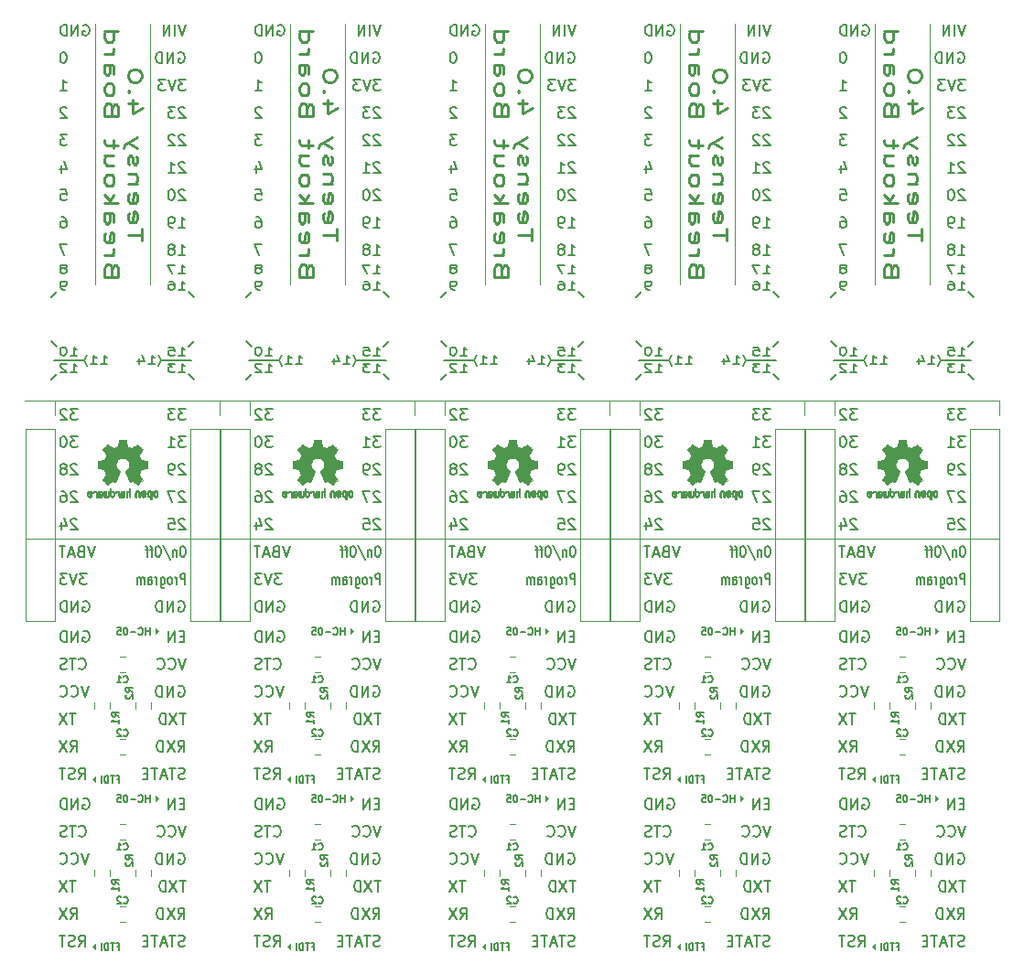
<source format=gbo>
G04 #@! TF.GenerationSoftware,KiCad,Pcbnew,(5.1.5)-3*
G04 #@! TF.CreationDate,2019-12-30T21:30:00-08:00*
G04 #@! TF.ProjectId,teensy40-bb-hc05-adapter,7465656e-7379-4343-902d-62622d686330,A*
G04 #@! TF.SameCoordinates,Original*
G04 #@! TF.FileFunction,Legend,Bot*
G04 #@! TF.FilePolarity,Positive*
%FSLAX46Y46*%
G04 Gerber Fmt 4.6, Leading zero omitted, Abs format (unit mm)*
G04 Created by KiCad (PCBNEW (5.1.5)-3) date 2019-12-30 21:30:00*
%MOMM*%
%LPD*%
G04 APERTURE LIST*
%ADD10C,0.203200*%
%ADD11C,0.127000*%
%ADD12C,0.190500*%
%ADD13C,0.254000*%
%ADD14C,0.100000*%
%ADD15C,0.120000*%
%ADD16C,0.010000*%
G04 APERTURE END LIST*
D10*
X186497443Y-133044119D02*
X186836110Y-132560309D01*
X187078015Y-133044119D02*
X187078015Y-132028119D01*
X186690967Y-132028119D01*
X186594205Y-132076500D01*
X186545824Y-132124880D01*
X186497443Y-132221642D01*
X186497443Y-132366785D01*
X186545824Y-132463547D01*
X186594205Y-132511928D01*
X186690967Y-132560309D01*
X187078015Y-132560309D01*
X186158777Y-132028119D02*
X185481443Y-133044119D01*
X185481443Y-132028119D02*
X186158777Y-133044119D01*
X185094396Y-133044119D02*
X185094396Y-132028119D01*
X184852491Y-132028119D01*
X184707348Y-132076500D01*
X184610586Y-132173261D01*
X184562205Y-132270023D01*
X184513824Y-132463547D01*
X184513824Y-132608690D01*
X184562205Y-132802214D01*
X184610586Y-132898976D01*
X184707348Y-132995738D01*
X184852491Y-133044119D01*
X185094396Y-133044119D01*
X168463443Y-133044119D02*
X168802110Y-132560309D01*
X169044015Y-133044119D02*
X169044015Y-132028119D01*
X168656967Y-132028119D01*
X168560205Y-132076500D01*
X168511824Y-132124880D01*
X168463443Y-132221642D01*
X168463443Y-132366785D01*
X168511824Y-132463547D01*
X168560205Y-132511928D01*
X168656967Y-132560309D01*
X169044015Y-132560309D01*
X168124777Y-132028119D02*
X167447443Y-133044119D01*
X167447443Y-132028119D02*
X168124777Y-133044119D01*
X167060396Y-133044119D02*
X167060396Y-132028119D01*
X166818491Y-132028119D01*
X166673348Y-132076500D01*
X166576586Y-132173261D01*
X166528205Y-132270023D01*
X166479824Y-132463547D01*
X166479824Y-132608690D01*
X166528205Y-132802214D01*
X166576586Y-132898976D01*
X166673348Y-132995738D01*
X166818491Y-133044119D01*
X167060396Y-133044119D01*
X150429443Y-133044119D02*
X150768110Y-132560309D01*
X151010015Y-133044119D02*
X151010015Y-132028119D01*
X150622967Y-132028119D01*
X150526205Y-132076500D01*
X150477824Y-132124880D01*
X150429443Y-132221642D01*
X150429443Y-132366785D01*
X150477824Y-132463547D01*
X150526205Y-132511928D01*
X150622967Y-132560309D01*
X151010015Y-132560309D01*
X150090777Y-132028119D02*
X149413443Y-133044119D01*
X149413443Y-132028119D02*
X150090777Y-133044119D01*
X149026396Y-133044119D02*
X149026396Y-132028119D01*
X148784491Y-132028119D01*
X148639348Y-132076500D01*
X148542586Y-132173261D01*
X148494205Y-132270023D01*
X148445824Y-132463547D01*
X148445824Y-132608690D01*
X148494205Y-132802214D01*
X148542586Y-132898976D01*
X148639348Y-132995738D01*
X148784491Y-133044119D01*
X149026396Y-133044119D01*
X132395443Y-133044119D02*
X132734110Y-132560309D01*
X132976015Y-133044119D02*
X132976015Y-132028119D01*
X132588967Y-132028119D01*
X132492205Y-132076500D01*
X132443824Y-132124880D01*
X132395443Y-132221642D01*
X132395443Y-132366785D01*
X132443824Y-132463547D01*
X132492205Y-132511928D01*
X132588967Y-132560309D01*
X132976015Y-132560309D01*
X132056777Y-132028119D02*
X131379443Y-133044119D01*
X131379443Y-132028119D02*
X132056777Y-133044119D01*
X130992396Y-133044119D02*
X130992396Y-132028119D01*
X130750491Y-132028119D01*
X130605348Y-132076500D01*
X130508586Y-132173261D01*
X130460205Y-132270023D01*
X130411824Y-132463547D01*
X130411824Y-132608690D01*
X130460205Y-132802214D01*
X130508586Y-132898976D01*
X130605348Y-132995738D01*
X130750491Y-133044119D01*
X130992396Y-133044119D01*
X187078015Y-122351928D02*
X186739348Y-122351928D01*
X186594205Y-122884119D02*
X187078015Y-122884119D01*
X187078015Y-121868119D01*
X186594205Y-121868119D01*
X186158777Y-122884119D02*
X186158777Y-121868119D01*
X185578205Y-122884119D01*
X185578205Y-121868119D01*
X169044015Y-122351928D02*
X168705348Y-122351928D01*
X168560205Y-122884119D02*
X169044015Y-122884119D01*
X169044015Y-121868119D01*
X168560205Y-121868119D01*
X168124777Y-122884119D02*
X168124777Y-121868119D01*
X167544205Y-122884119D01*
X167544205Y-121868119D01*
X151010015Y-122351928D02*
X150671348Y-122351928D01*
X150526205Y-122884119D02*
X151010015Y-122884119D01*
X151010015Y-121868119D01*
X150526205Y-121868119D01*
X150090777Y-122884119D02*
X150090777Y-121868119D01*
X149510205Y-122884119D01*
X149510205Y-121868119D01*
X132976015Y-122351928D02*
X132637348Y-122351928D01*
X132492205Y-122884119D02*
X132976015Y-122884119D01*
X132976015Y-121868119D01*
X132492205Y-121868119D01*
X132056777Y-122884119D02*
X132056777Y-121868119D01*
X131476205Y-122884119D01*
X131476205Y-121868119D01*
X177327318Y-125327357D02*
X177375699Y-125375738D01*
X177520841Y-125424119D01*
X177617603Y-125424119D01*
X177762746Y-125375738D01*
X177859508Y-125278976D01*
X177907889Y-125182214D01*
X177956270Y-124988690D01*
X177956270Y-124843547D01*
X177907889Y-124650023D01*
X177859508Y-124553261D01*
X177762746Y-124456500D01*
X177617603Y-124408119D01*
X177520841Y-124408119D01*
X177375699Y-124456500D01*
X177327318Y-124504880D01*
X177037032Y-124408119D02*
X176456460Y-124408119D01*
X176746746Y-125424119D02*
X176746746Y-124408119D01*
X176166175Y-125375738D02*
X176021032Y-125424119D01*
X175779127Y-125424119D01*
X175682365Y-125375738D01*
X175633984Y-125327357D01*
X175585603Y-125230595D01*
X175585603Y-125133833D01*
X175633984Y-125037071D01*
X175682365Y-124988690D01*
X175779127Y-124940309D01*
X175972651Y-124891928D01*
X176069413Y-124843547D01*
X176117794Y-124795166D01*
X176166175Y-124698404D01*
X176166175Y-124601642D01*
X176117794Y-124504880D01*
X176069413Y-124456500D01*
X175972651Y-124408119D01*
X175730746Y-124408119D01*
X175585603Y-124456500D01*
X159293318Y-125327357D02*
X159341699Y-125375738D01*
X159486841Y-125424119D01*
X159583603Y-125424119D01*
X159728746Y-125375738D01*
X159825508Y-125278976D01*
X159873889Y-125182214D01*
X159922270Y-124988690D01*
X159922270Y-124843547D01*
X159873889Y-124650023D01*
X159825508Y-124553261D01*
X159728746Y-124456500D01*
X159583603Y-124408119D01*
X159486841Y-124408119D01*
X159341699Y-124456500D01*
X159293318Y-124504880D01*
X159003032Y-124408119D02*
X158422460Y-124408119D01*
X158712746Y-125424119D02*
X158712746Y-124408119D01*
X158132175Y-125375738D02*
X157987032Y-125424119D01*
X157745127Y-125424119D01*
X157648365Y-125375738D01*
X157599984Y-125327357D01*
X157551603Y-125230595D01*
X157551603Y-125133833D01*
X157599984Y-125037071D01*
X157648365Y-124988690D01*
X157745127Y-124940309D01*
X157938651Y-124891928D01*
X158035413Y-124843547D01*
X158083794Y-124795166D01*
X158132175Y-124698404D01*
X158132175Y-124601642D01*
X158083794Y-124504880D01*
X158035413Y-124456500D01*
X157938651Y-124408119D01*
X157696746Y-124408119D01*
X157551603Y-124456500D01*
X141259318Y-125327357D02*
X141307699Y-125375738D01*
X141452841Y-125424119D01*
X141549603Y-125424119D01*
X141694746Y-125375738D01*
X141791508Y-125278976D01*
X141839889Y-125182214D01*
X141888270Y-124988690D01*
X141888270Y-124843547D01*
X141839889Y-124650023D01*
X141791508Y-124553261D01*
X141694746Y-124456500D01*
X141549603Y-124408119D01*
X141452841Y-124408119D01*
X141307699Y-124456500D01*
X141259318Y-124504880D01*
X140969032Y-124408119D02*
X140388460Y-124408119D01*
X140678746Y-125424119D02*
X140678746Y-124408119D01*
X140098175Y-125375738D02*
X139953032Y-125424119D01*
X139711127Y-125424119D01*
X139614365Y-125375738D01*
X139565984Y-125327357D01*
X139517603Y-125230595D01*
X139517603Y-125133833D01*
X139565984Y-125037071D01*
X139614365Y-124988690D01*
X139711127Y-124940309D01*
X139904651Y-124891928D01*
X140001413Y-124843547D01*
X140049794Y-124795166D01*
X140098175Y-124698404D01*
X140098175Y-124601642D01*
X140049794Y-124504880D01*
X140001413Y-124456500D01*
X139904651Y-124408119D01*
X139662746Y-124408119D01*
X139517603Y-124456500D01*
X123225318Y-125327357D02*
X123273699Y-125375738D01*
X123418841Y-125424119D01*
X123515603Y-125424119D01*
X123660746Y-125375738D01*
X123757508Y-125278976D01*
X123805889Y-125182214D01*
X123854270Y-124988690D01*
X123854270Y-124843547D01*
X123805889Y-124650023D01*
X123757508Y-124553261D01*
X123660746Y-124456500D01*
X123515603Y-124408119D01*
X123418841Y-124408119D01*
X123273699Y-124456500D01*
X123225318Y-124504880D01*
X122935032Y-124408119D02*
X122354460Y-124408119D01*
X122644746Y-125424119D02*
X122644746Y-124408119D01*
X122064175Y-125375738D02*
X121919032Y-125424119D01*
X121677127Y-125424119D01*
X121580365Y-125375738D01*
X121531984Y-125327357D01*
X121483603Y-125230595D01*
X121483603Y-125133833D01*
X121531984Y-125037071D01*
X121580365Y-124988690D01*
X121677127Y-124940309D01*
X121870651Y-124891928D01*
X121967413Y-124843547D01*
X122015794Y-124795166D01*
X122064175Y-124698404D01*
X122064175Y-124601642D01*
X122015794Y-124504880D01*
X121967413Y-124456500D01*
X121870651Y-124408119D01*
X121628746Y-124408119D01*
X121483603Y-124456500D01*
X177714365Y-121916500D02*
X177811127Y-121868119D01*
X177956270Y-121868119D01*
X178101413Y-121916500D01*
X178198175Y-122013261D01*
X178246556Y-122110023D01*
X178294937Y-122303547D01*
X178294937Y-122448690D01*
X178246556Y-122642214D01*
X178198175Y-122738976D01*
X178101413Y-122835738D01*
X177956270Y-122884119D01*
X177859508Y-122884119D01*
X177714365Y-122835738D01*
X177665984Y-122787357D01*
X177665984Y-122448690D01*
X177859508Y-122448690D01*
X177230556Y-122884119D02*
X177230556Y-121868119D01*
X176649984Y-122884119D01*
X176649984Y-121868119D01*
X176166175Y-122884119D02*
X176166175Y-121868119D01*
X175924270Y-121868119D01*
X175779127Y-121916500D01*
X175682365Y-122013261D01*
X175633984Y-122110023D01*
X175585603Y-122303547D01*
X175585603Y-122448690D01*
X175633984Y-122642214D01*
X175682365Y-122738976D01*
X175779127Y-122835738D01*
X175924270Y-122884119D01*
X176166175Y-122884119D01*
X159680365Y-121916500D02*
X159777127Y-121868119D01*
X159922270Y-121868119D01*
X160067413Y-121916500D01*
X160164175Y-122013261D01*
X160212556Y-122110023D01*
X160260937Y-122303547D01*
X160260937Y-122448690D01*
X160212556Y-122642214D01*
X160164175Y-122738976D01*
X160067413Y-122835738D01*
X159922270Y-122884119D01*
X159825508Y-122884119D01*
X159680365Y-122835738D01*
X159631984Y-122787357D01*
X159631984Y-122448690D01*
X159825508Y-122448690D01*
X159196556Y-122884119D02*
X159196556Y-121868119D01*
X158615984Y-122884119D01*
X158615984Y-121868119D01*
X158132175Y-122884119D02*
X158132175Y-121868119D01*
X157890270Y-121868119D01*
X157745127Y-121916500D01*
X157648365Y-122013261D01*
X157599984Y-122110023D01*
X157551603Y-122303547D01*
X157551603Y-122448690D01*
X157599984Y-122642214D01*
X157648365Y-122738976D01*
X157745127Y-122835738D01*
X157890270Y-122884119D01*
X158132175Y-122884119D01*
X141646365Y-121916500D02*
X141743127Y-121868119D01*
X141888270Y-121868119D01*
X142033413Y-121916500D01*
X142130175Y-122013261D01*
X142178556Y-122110023D01*
X142226937Y-122303547D01*
X142226937Y-122448690D01*
X142178556Y-122642214D01*
X142130175Y-122738976D01*
X142033413Y-122835738D01*
X141888270Y-122884119D01*
X141791508Y-122884119D01*
X141646365Y-122835738D01*
X141597984Y-122787357D01*
X141597984Y-122448690D01*
X141791508Y-122448690D01*
X141162556Y-122884119D02*
X141162556Y-121868119D01*
X140581984Y-122884119D01*
X140581984Y-121868119D01*
X140098175Y-122884119D02*
X140098175Y-121868119D01*
X139856270Y-121868119D01*
X139711127Y-121916500D01*
X139614365Y-122013261D01*
X139565984Y-122110023D01*
X139517603Y-122303547D01*
X139517603Y-122448690D01*
X139565984Y-122642214D01*
X139614365Y-122738976D01*
X139711127Y-122835738D01*
X139856270Y-122884119D01*
X140098175Y-122884119D01*
X123612365Y-121916500D02*
X123709127Y-121868119D01*
X123854270Y-121868119D01*
X123999413Y-121916500D01*
X124096175Y-122013261D01*
X124144556Y-122110023D01*
X124192937Y-122303547D01*
X124192937Y-122448690D01*
X124144556Y-122642214D01*
X124096175Y-122738976D01*
X123999413Y-122835738D01*
X123854270Y-122884119D01*
X123757508Y-122884119D01*
X123612365Y-122835738D01*
X123563984Y-122787357D01*
X123563984Y-122448690D01*
X123757508Y-122448690D01*
X123128556Y-122884119D02*
X123128556Y-121868119D01*
X122547984Y-122884119D01*
X122547984Y-121868119D01*
X122064175Y-122884119D02*
X122064175Y-121868119D01*
X121822270Y-121868119D01*
X121677127Y-121916500D01*
X121580365Y-122013261D01*
X121531984Y-122110023D01*
X121483603Y-122303547D01*
X121483603Y-122448690D01*
X121531984Y-122642214D01*
X121580365Y-122738976D01*
X121677127Y-122835738D01*
X121822270Y-122884119D01*
X122064175Y-122884119D01*
X177037032Y-129488119D02*
X176456460Y-129488119D01*
X176746746Y-130504119D02*
X176746746Y-129488119D01*
X176214556Y-129488119D02*
X175537222Y-130504119D01*
X175537222Y-129488119D02*
X176214556Y-130504119D01*
X159003032Y-129488119D02*
X158422460Y-129488119D01*
X158712746Y-130504119D02*
X158712746Y-129488119D01*
X158180556Y-129488119D02*
X157503222Y-130504119D01*
X157503222Y-129488119D02*
X158180556Y-130504119D01*
X140969032Y-129488119D02*
X140388460Y-129488119D01*
X140678746Y-130504119D02*
X140678746Y-129488119D01*
X140146556Y-129488119D02*
X139469222Y-130504119D01*
X139469222Y-129488119D02*
X140146556Y-130504119D01*
X122935032Y-129488119D02*
X122354460Y-129488119D01*
X122644746Y-130504119D02*
X122644746Y-129488119D01*
X122112556Y-129488119D02*
X121435222Y-130504119D01*
X121435222Y-129488119D02*
X122112556Y-130504119D01*
X176553222Y-133044119D02*
X176891889Y-132560309D01*
X177133794Y-133044119D02*
X177133794Y-132028119D01*
X176746746Y-132028119D01*
X176649984Y-132076500D01*
X176601603Y-132124880D01*
X176553222Y-132221642D01*
X176553222Y-132366785D01*
X176601603Y-132463547D01*
X176649984Y-132511928D01*
X176746746Y-132560309D01*
X177133794Y-132560309D01*
X176214556Y-132028119D02*
X175537222Y-133044119D01*
X175537222Y-132028119D02*
X176214556Y-133044119D01*
X158519222Y-133044119D02*
X158857889Y-132560309D01*
X159099794Y-133044119D02*
X159099794Y-132028119D01*
X158712746Y-132028119D01*
X158615984Y-132076500D01*
X158567603Y-132124880D01*
X158519222Y-132221642D01*
X158519222Y-132366785D01*
X158567603Y-132463547D01*
X158615984Y-132511928D01*
X158712746Y-132560309D01*
X159099794Y-132560309D01*
X158180556Y-132028119D02*
X157503222Y-133044119D01*
X157503222Y-132028119D02*
X158180556Y-133044119D01*
X140485222Y-133044119D02*
X140823889Y-132560309D01*
X141065794Y-133044119D02*
X141065794Y-132028119D01*
X140678746Y-132028119D01*
X140581984Y-132076500D01*
X140533603Y-132124880D01*
X140485222Y-132221642D01*
X140485222Y-132366785D01*
X140533603Y-132463547D01*
X140581984Y-132511928D01*
X140678746Y-132560309D01*
X141065794Y-132560309D01*
X140146556Y-132028119D02*
X139469222Y-133044119D01*
X139469222Y-132028119D02*
X140146556Y-133044119D01*
X122451222Y-133044119D02*
X122789889Y-132560309D01*
X123031794Y-133044119D02*
X123031794Y-132028119D01*
X122644746Y-132028119D01*
X122547984Y-132076500D01*
X122499603Y-132124880D01*
X122451222Y-132221642D01*
X122451222Y-132366785D01*
X122499603Y-132463547D01*
X122547984Y-132511928D01*
X122644746Y-132560309D01*
X123031794Y-132560309D01*
X122112556Y-132028119D02*
X121435222Y-133044119D01*
X121435222Y-132028119D02*
X122112556Y-133044119D01*
X186545824Y-126996500D02*
X186642586Y-126948119D01*
X186787729Y-126948119D01*
X186932872Y-126996500D01*
X187029634Y-127093261D01*
X187078015Y-127190023D01*
X187126396Y-127383547D01*
X187126396Y-127528690D01*
X187078015Y-127722214D01*
X187029634Y-127818976D01*
X186932872Y-127915738D01*
X186787729Y-127964119D01*
X186690967Y-127964119D01*
X186545824Y-127915738D01*
X186497443Y-127867357D01*
X186497443Y-127528690D01*
X186690967Y-127528690D01*
X186062015Y-127964119D02*
X186062015Y-126948119D01*
X185481443Y-127964119D01*
X185481443Y-126948119D01*
X184997634Y-127964119D02*
X184997634Y-126948119D01*
X184755729Y-126948119D01*
X184610586Y-126996500D01*
X184513824Y-127093261D01*
X184465443Y-127190023D01*
X184417062Y-127383547D01*
X184417062Y-127528690D01*
X184465443Y-127722214D01*
X184513824Y-127818976D01*
X184610586Y-127915738D01*
X184755729Y-127964119D01*
X184997634Y-127964119D01*
X168511824Y-126996500D02*
X168608586Y-126948119D01*
X168753729Y-126948119D01*
X168898872Y-126996500D01*
X168995634Y-127093261D01*
X169044015Y-127190023D01*
X169092396Y-127383547D01*
X169092396Y-127528690D01*
X169044015Y-127722214D01*
X168995634Y-127818976D01*
X168898872Y-127915738D01*
X168753729Y-127964119D01*
X168656967Y-127964119D01*
X168511824Y-127915738D01*
X168463443Y-127867357D01*
X168463443Y-127528690D01*
X168656967Y-127528690D01*
X168028015Y-127964119D02*
X168028015Y-126948119D01*
X167447443Y-127964119D01*
X167447443Y-126948119D01*
X166963634Y-127964119D02*
X166963634Y-126948119D01*
X166721729Y-126948119D01*
X166576586Y-126996500D01*
X166479824Y-127093261D01*
X166431443Y-127190023D01*
X166383062Y-127383547D01*
X166383062Y-127528690D01*
X166431443Y-127722214D01*
X166479824Y-127818976D01*
X166576586Y-127915738D01*
X166721729Y-127964119D01*
X166963634Y-127964119D01*
X150477824Y-126996500D02*
X150574586Y-126948119D01*
X150719729Y-126948119D01*
X150864872Y-126996500D01*
X150961634Y-127093261D01*
X151010015Y-127190023D01*
X151058396Y-127383547D01*
X151058396Y-127528690D01*
X151010015Y-127722214D01*
X150961634Y-127818976D01*
X150864872Y-127915738D01*
X150719729Y-127964119D01*
X150622967Y-127964119D01*
X150477824Y-127915738D01*
X150429443Y-127867357D01*
X150429443Y-127528690D01*
X150622967Y-127528690D01*
X149994015Y-127964119D02*
X149994015Y-126948119D01*
X149413443Y-127964119D01*
X149413443Y-126948119D01*
X148929634Y-127964119D02*
X148929634Y-126948119D01*
X148687729Y-126948119D01*
X148542586Y-126996500D01*
X148445824Y-127093261D01*
X148397443Y-127190023D01*
X148349062Y-127383547D01*
X148349062Y-127528690D01*
X148397443Y-127722214D01*
X148445824Y-127818976D01*
X148542586Y-127915738D01*
X148687729Y-127964119D01*
X148929634Y-127964119D01*
X132443824Y-126996500D02*
X132540586Y-126948119D01*
X132685729Y-126948119D01*
X132830872Y-126996500D01*
X132927634Y-127093261D01*
X132976015Y-127190023D01*
X133024396Y-127383547D01*
X133024396Y-127528690D01*
X132976015Y-127722214D01*
X132927634Y-127818976D01*
X132830872Y-127915738D01*
X132685729Y-127964119D01*
X132588967Y-127964119D01*
X132443824Y-127915738D01*
X132395443Y-127867357D01*
X132395443Y-127528690D01*
X132588967Y-127528690D01*
X131960015Y-127964119D02*
X131960015Y-126948119D01*
X131379443Y-127964119D01*
X131379443Y-126948119D01*
X130895634Y-127964119D02*
X130895634Y-126948119D01*
X130653729Y-126948119D01*
X130508586Y-126996500D01*
X130411824Y-127093261D01*
X130363443Y-127190023D01*
X130315062Y-127383547D01*
X130315062Y-127528690D01*
X130363443Y-127722214D01*
X130411824Y-127818976D01*
X130508586Y-127915738D01*
X130653729Y-127964119D01*
X130895634Y-127964119D01*
X177327318Y-135584119D02*
X177665984Y-135100309D01*
X177907889Y-135584119D02*
X177907889Y-134568119D01*
X177520841Y-134568119D01*
X177424080Y-134616500D01*
X177375699Y-134664880D01*
X177327318Y-134761642D01*
X177327318Y-134906785D01*
X177375699Y-135003547D01*
X177424080Y-135051928D01*
X177520841Y-135100309D01*
X177907889Y-135100309D01*
X176940270Y-135535738D02*
X176795127Y-135584119D01*
X176553222Y-135584119D01*
X176456460Y-135535738D01*
X176408080Y-135487357D01*
X176359699Y-135390595D01*
X176359699Y-135293833D01*
X176408080Y-135197071D01*
X176456460Y-135148690D01*
X176553222Y-135100309D01*
X176746746Y-135051928D01*
X176843508Y-135003547D01*
X176891889Y-134955166D01*
X176940270Y-134858404D01*
X176940270Y-134761642D01*
X176891889Y-134664880D01*
X176843508Y-134616500D01*
X176746746Y-134568119D01*
X176504841Y-134568119D01*
X176359699Y-134616500D01*
X176069413Y-134568119D02*
X175488841Y-134568119D01*
X175779127Y-135584119D02*
X175779127Y-134568119D01*
X159293318Y-135584119D02*
X159631984Y-135100309D01*
X159873889Y-135584119D02*
X159873889Y-134568119D01*
X159486841Y-134568119D01*
X159390080Y-134616500D01*
X159341699Y-134664880D01*
X159293318Y-134761642D01*
X159293318Y-134906785D01*
X159341699Y-135003547D01*
X159390080Y-135051928D01*
X159486841Y-135100309D01*
X159873889Y-135100309D01*
X158906270Y-135535738D02*
X158761127Y-135584119D01*
X158519222Y-135584119D01*
X158422460Y-135535738D01*
X158374080Y-135487357D01*
X158325699Y-135390595D01*
X158325699Y-135293833D01*
X158374080Y-135197071D01*
X158422460Y-135148690D01*
X158519222Y-135100309D01*
X158712746Y-135051928D01*
X158809508Y-135003547D01*
X158857889Y-134955166D01*
X158906270Y-134858404D01*
X158906270Y-134761642D01*
X158857889Y-134664880D01*
X158809508Y-134616500D01*
X158712746Y-134568119D01*
X158470841Y-134568119D01*
X158325699Y-134616500D01*
X158035413Y-134568119D02*
X157454841Y-134568119D01*
X157745127Y-135584119D02*
X157745127Y-134568119D01*
X141259318Y-135584119D02*
X141597984Y-135100309D01*
X141839889Y-135584119D02*
X141839889Y-134568119D01*
X141452841Y-134568119D01*
X141356080Y-134616500D01*
X141307699Y-134664880D01*
X141259318Y-134761642D01*
X141259318Y-134906785D01*
X141307699Y-135003547D01*
X141356080Y-135051928D01*
X141452841Y-135100309D01*
X141839889Y-135100309D01*
X140872270Y-135535738D02*
X140727127Y-135584119D01*
X140485222Y-135584119D01*
X140388460Y-135535738D01*
X140340080Y-135487357D01*
X140291699Y-135390595D01*
X140291699Y-135293833D01*
X140340080Y-135197071D01*
X140388460Y-135148690D01*
X140485222Y-135100309D01*
X140678746Y-135051928D01*
X140775508Y-135003547D01*
X140823889Y-134955166D01*
X140872270Y-134858404D01*
X140872270Y-134761642D01*
X140823889Y-134664880D01*
X140775508Y-134616500D01*
X140678746Y-134568119D01*
X140436841Y-134568119D01*
X140291699Y-134616500D01*
X140001413Y-134568119D02*
X139420841Y-134568119D01*
X139711127Y-135584119D02*
X139711127Y-134568119D01*
X123225318Y-135584119D02*
X123563984Y-135100309D01*
X123805889Y-135584119D02*
X123805889Y-134568119D01*
X123418841Y-134568119D01*
X123322080Y-134616500D01*
X123273699Y-134664880D01*
X123225318Y-134761642D01*
X123225318Y-134906785D01*
X123273699Y-135003547D01*
X123322080Y-135051928D01*
X123418841Y-135100309D01*
X123805889Y-135100309D01*
X122838270Y-135535738D02*
X122693127Y-135584119D01*
X122451222Y-135584119D01*
X122354460Y-135535738D01*
X122306080Y-135487357D01*
X122257699Y-135390595D01*
X122257699Y-135293833D01*
X122306080Y-135197071D01*
X122354460Y-135148690D01*
X122451222Y-135100309D01*
X122644746Y-135051928D01*
X122741508Y-135003547D01*
X122789889Y-134955166D01*
X122838270Y-134858404D01*
X122838270Y-134761642D01*
X122789889Y-134664880D01*
X122741508Y-134616500D01*
X122644746Y-134568119D01*
X122402841Y-134568119D01*
X122257699Y-134616500D01*
X121967413Y-134568119D02*
X121386841Y-134568119D01*
X121677127Y-135584119D02*
X121677127Y-134568119D01*
D11*
X180836380Y-135587142D02*
X181048047Y-135587142D01*
X181048047Y-135919761D02*
X181048047Y-135284761D01*
X180745666Y-135284761D01*
X180594476Y-135284761D02*
X180231619Y-135284761D01*
X180413047Y-135919761D02*
X180413047Y-135284761D01*
X180019952Y-135919761D02*
X180019952Y-135284761D01*
X179868761Y-135284761D01*
X179778047Y-135315000D01*
X179717571Y-135375476D01*
X179687333Y-135435952D01*
X179657095Y-135556904D01*
X179657095Y-135647619D01*
X179687333Y-135768571D01*
X179717571Y-135829047D01*
X179778047Y-135889523D01*
X179868761Y-135919761D01*
X180019952Y-135919761D01*
X179384952Y-135919761D02*
X179384952Y-135284761D01*
X162802380Y-135587142D02*
X163014047Y-135587142D01*
X163014047Y-135919761D02*
X163014047Y-135284761D01*
X162711666Y-135284761D01*
X162560476Y-135284761D02*
X162197619Y-135284761D01*
X162379047Y-135919761D02*
X162379047Y-135284761D01*
X161985952Y-135919761D02*
X161985952Y-135284761D01*
X161834761Y-135284761D01*
X161744047Y-135315000D01*
X161683571Y-135375476D01*
X161653333Y-135435952D01*
X161623095Y-135556904D01*
X161623095Y-135647619D01*
X161653333Y-135768571D01*
X161683571Y-135829047D01*
X161744047Y-135889523D01*
X161834761Y-135919761D01*
X161985952Y-135919761D01*
X161350952Y-135919761D02*
X161350952Y-135284761D01*
X144768380Y-135587142D02*
X144980047Y-135587142D01*
X144980047Y-135919761D02*
X144980047Y-135284761D01*
X144677666Y-135284761D01*
X144526476Y-135284761D02*
X144163619Y-135284761D01*
X144345047Y-135919761D02*
X144345047Y-135284761D01*
X143951952Y-135919761D02*
X143951952Y-135284761D01*
X143800761Y-135284761D01*
X143710047Y-135315000D01*
X143649571Y-135375476D01*
X143619333Y-135435952D01*
X143589095Y-135556904D01*
X143589095Y-135647619D01*
X143619333Y-135768571D01*
X143649571Y-135829047D01*
X143710047Y-135889523D01*
X143800761Y-135919761D01*
X143951952Y-135919761D01*
X143316952Y-135919761D02*
X143316952Y-135284761D01*
X126734380Y-135587142D02*
X126946047Y-135587142D01*
X126946047Y-135919761D02*
X126946047Y-135284761D01*
X126643666Y-135284761D01*
X126492476Y-135284761D02*
X126129619Y-135284761D01*
X126311047Y-135919761D02*
X126311047Y-135284761D01*
X125917952Y-135919761D02*
X125917952Y-135284761D01*
X125766761Y-135284761D01*
X125676047Y-135315000D01*
X125615571Y-135375476D01*
X125585333Y-135435952D01*
X125555095Y-135556904D01*
X125555095Y-135647619D01*
X125585333Y-135768571D01*
X125615571Y-135829047D01*
X125676047Y-135889523D01*
X125766761Y-135919761D01*
X125917952Y-135919761D01*
X125282952Y-135919761D02*
X125282952Y-135284761D01*
D10*
X187223158Y-124408119D02*
X186884491Y-125424119D01*
X186545824Y-124408119D01*
X185626586Y-125327357D02*
X185674967Y-125375738D01*
X185820110Y-125424119D01*
X185916872Y-125424119D01*
X186062015Y-125375738D01*
X186158777Y-125278976D01*
X186207158Y-125182214D01*
X186255539Y-124988690D01*
X186255539Y-124843547D01*
X186207158Y-124650023D01*
X186158777Y-124553261D01*
X186062015Y-124456500D01*
X185916872Y-124408119D01*
X185820110Y-124408119D01*
X185674967Y-124456500D01*
X185626586Y-124504880D01*
X184610586Y-125327357D02*
X184658967Y-125375738D01*
X184804110Y-125424119D01*
X184900872Y-125424119D01*
X185046015Y-125375738D01*
X185142777Y-125278976D01*
X185191158Y-125182214D01*
X185239539Y-124988690D01*
X185239539Y-124843547D01*
X185191158Y-124650023D01*
X185142777Y-124553261D01*
X185046015Y-124456500D01*
X184900872Y-124408119D01*
X184804110Y-124408119D01*
X184658967Y-124456500D01*
X184610586Y-124504880D01*
X169189158Y-124408119D02*
X168850491Y-125424119D01*
X168511824Y-124408119D01*
X167592586Y-125327357D02*
X167640967Y-125375738D01*
X167786110Y-125424119D01*
X167882872Y-125424119D01*
X168028015Y-125375738D01*
X168124777Y-125278976D01*
X168173158Y-125182214D01*
X168221539Y-124988690D01*
X168221539Y-124843547D01*
X168173158Y-124650023D01*
X168124777Y-124553261D01*
X168028015Y-124456500D01*
X167882872Y-124408119D01*
X167786110Y-124408119D01*
X167640967Y-124456500D01*
X167592586Y-124504880D01*
X166576586Y-125327357D02*
X166624967Y-125375738D01*
X166770110Y-125424119D01*
X166866872Y-125424119D01*
X167012015Y-125375738D01*
X167108777Y-125278976D01*
X167157158Y-125182214D01*
X167205539Y-124988690D01*
X167205539Y-124843547D01*
X167157158Y-124650023D01*
X167108777Y-124553261D01*
X167012015Y-124456500D01*
X166866872Y-124408119D01*
X166770110Y-124408119D01*
X166624967Y-124456500D01*
X166576586Y-124504880D01*
X151155158Y-124408119D02*
X150816491Y-125424119D01*
X150477824Y-124408119D01*
X149558586Y-125327357D02*
X149606967Y-125375738D01*
X149752110Y-125424119D01*
X149848872Y-125424119D01*
X149994015Y-125375738D01*
X150090777Y-125278976D01*
X150139158Y-125182214D01*
X150187539Y-124988690D01*
X150187539Y-124843547D01*
X150139158Y-124650023D01*
X150090777Y-124553261D01*
X149994015Y-124456500D01*
X149848872Y-124408119D01*
X149752110Y-124408119D01*
X149606967Y-124456500D01*
X149558586Y-124504880D01*
X148542586Y-125327357D02*
X148590967Y-125375738D01*
X148736110Y-125424119D01*
X148832872Y-125424119D01*
X148978015Y-125375738D01*
X149074777Y-125278976D01*
X149123158Y-125182214D01*
X149171539Y-124988690D01*
X149171539Y-124843547D01*
X149123158Y-124650023D01*
X149074777Y-124553261D01*
X148978015Y-124456500D01*
X148832872Y-124408119D01*
X148736110Y-124408119D01*
X148590967Y-124456500D01*
X148542586Y-124504880D01*
X133121158Y-124408119D02*
X132782491Y-125424119D01*
X132443824Y-124408119D01*
X131524586Y-125327357D02*
X131572967Y-125375738D01*
X131718110Y-125424119D01*
X131814872Y-125424119D01*
X131960015Y-125375738D01*
X132056777Y-125278976D01*
X132105158Y-125182214D01*
X132153539Y-124988690D01*
X132153539Y-124843547D01*
X132105158Y-124650023D01*
X132056777Y-124553261D01*
X131960015Y-124456500D01*
X131814872Y-124408119D01*
X131718110Y-124408119D01*
X131572967Y-124456500D01*
X131524586Y-124504880D01*
X130508586Y-125327357D02*
X130556967Y-125375738D01*
X130702110Y-125424119D01*
X130798872Y-125424119D01*
X130944015Y-125375738D01*
X131040777Y-125278976D01*
X131089158Y-125182214D01*
X131137539Y-124988690D01*
X131137539Y-124843547D01*
X131089158Y-124650023D01*
X131040777Y-124553261D01*
X130944015Y-124456500D01*
X130798872Y-124408119D01*
X130702110Y-124408119D01*
X130556967Y-124456500D01*
X130508586Y-124504880D01*
X187223158Y-129488119D02*
X186642586Y-129488119D01*
X186932872Y-130504119D02*
X186932872Y-129488119D01*
X186400681Y-129488119D02*
X185723348Y-130504119D01*
X185723348Y-129488119D02*
X186400681Y-130504119D01*
X185336300Y-130504119D02*
X185336300Y-129488119D01*
X185094396Y-129488119D01*
X184949253Y-129536500D01*
X184852491Y-129633261D01*
X184804110Y-129730023D01*
X184755729Y-129923547D01*
X184755729Y-130068690D01*
X184804110Y-130262214D01*
X184852491Y-130358976D01*
X184949253Y-130455738D01*
X185094396Y-130504119D01*
X185336300Y-130504119D01*
X169189158Y-129488119D02*
X168608586Y-129488119D01*
X168898872Y-130504119D02*
X168898872Y-129488119D01*
X168366681Y-129488119D02*
X167689348Y-130504119D01*
X167689348Y-129488119D02*
X168366681Y-130504119D01*
X167302300Y-130504119D02*
X167302300Y-129488119D01*
X167060396Y-129488119D01*
X166915253Y-129536500D01*
X166818491Y-129633261D01*
X166770110Y-129730023D01*
X166721729Y-129923547D01*
X166721729Y-130068690D01*
X166770110Y-130262214D01*
X166818491Y-130358976D01*
X166915253Y-130455738D01*
X167060396Y-130504119D01*
X167302300Y-130504119D01*
X151155158Y-129488119D02*
X150574586Y-129488119D01*
X150864872Y-130504119D02*
X150864872Y-129488119D01*
X150332681Y-129488119D02*
X149655348Y-130504119D01*
X149655348Y-129488119D02*
X150332681Y-130504119D01*
X149268300Y-130504119D02*
X149268300Y-129488119D01*
X149026396Y-129488119D01*
X148881253Y-129536500D01*
X148784491Y-129633261D01*
X148736110Y-129730023D01*
X148687729Y-129923547D01*
X148687729Y-130068690D01*
X148736110Y-130262214D01*
X148784491Y-130358976D01*
X148881253Y-130455738D01*
X149026396Y-130504119D01*
X149268300Y-130504119D01*
X133121158Y-129488119D02*
X132540586Y-129488119D01*
X132830872Y-130504119D02*
X132830872Y-129488119D01*
X132298681Y-129488119D02*
X131621348Y-130504119D01*
X131621348Y-129488119D02*
X132298681Y-130504119D01*
X131234300Y-130504119D02*
X131234300Y-129488119D01*
X130992396Y-129488119D01*
X130847253Y-129536500D01*
X130750491Y-129633261D01*
X130702110Y-129730023D01*
X130653729Y-129923547D01*
X130653729Y-130068690D01*
X130702110Y-130262214D01*
X130750491Y-130358976D01*
X130847253Y-130455738D01*
X130992396Y-130504119D01*
X131234300Y-130504119D01*
D11*
X183872285Y-122203761D02*
X183872285Y-121568761D01*
X183872285Y-121871142D02*
X183509428Y-121871142D01*
X183509428Y-122203761D02*
X183509428Y-121568761D01*
X182844190Y-122143285D02*
X182874428Y-122173523D01*
X182965142Y-122203761D01*
X183025619Y-122203761D01*
X183116333Y-122173523D01*
X183176809Y-122113047D01*
X183207047Y-122052571D01*
X183237285Y-121931619D01*
X183237285Y-121840904D01*
X183207047Y-121719952D01*
X183176809Y-121659476D01*
X183116333Y-121599000D01*
X183025619Y-121568761D01*
X182965142Y-121568761D01*
X182874428Y-121599000D01*
X182844190Y-121629238D01*
X182572047Y-121961857D02*
X182088238Y-121961857D01*
X181664904Y-121568761D02*
X181604428Y-121568761D01*
X181543952Y-121599000D01*
X181513714Y-121629238D01*
X181483476Y-121689714D01*
X181453238Y-121810666D01*
X181453238Y-121961857D01*
X181483476Y-122082809D01*
X181513714Y-122143285D01*
X181543952Y-122173523D01*
X181604428Y-122203761D01*
X181664904Y-122203761D01*
X181725380Y-122173523D01*
X181755619Y-122143285D01*
X181785857Y-122082809D01*
X181816095Y-121961857D01*
X181816095Y-121810666D01*
X181785857Y-121689714D01*
X181755619Y-121629238D01*
X181725380Y-121599000D01*
X181664904Y-121568761D01*
X180878714Y-121568761D02*
X181181095Y-121568761D01*
X181211333Y-121871142D01*
X181181095Y-121840904D01*
X181120619Y-121810666D01*
X180969428Y-121810666D01*
X180908952Y-121840904D01*
X180878714Y-121871142D01*
X180848476Y-121931619D01*
X180848476Y-122082809D01*
X180878714Y-122143285D01*
X180908952Y-122173523D01*
X180969428Y-122203761D01*
X181120619Y-122203761D01*
X181181095Y-122173523D01*
X181211333Y-122143285D01*
X165838285Y-122203761D02*
X165838285Y-121568761D01*
X165838285Y-121871142D02*
X165475428Y-121871142D01*
X165475428Y-122203761D02*
X165475428Y-121568761D01*
X164810190Y-122143285D02*
X164840428Y-122173523D01*
X164931142Y-122203761D01*
X164991619Y-122203761D01*
X165082333Y-122173523D01*
X165142809Y-122113047D01*
X165173047Y-122052571D01*
X165203285Y-121931619D01*
X165203285Y-121840904D01*
X165173047Y-121719952D01*
X165142809Y-121659476D01*
X165082333Y-121599000D01*
X164991619Y-121568761D01*
X164931142Y-121568761D01*
X164840428Y-121599000D01*
X164810190Y-121629238D01*
X164538047Y-121961857D02*
X164054238Y-121961857D01*
X163630904Y-121568761D02*
X163570428Y-121568761D01*
X163509952Y-121599000D01*
X163479714Y-121629238D01*
X163449476Y-121689714D01*
X163419238Y-121810666D01*
X163419238Y-121961857D01*
X163449476Y-122082809D01*
X163479714Y-122143285D01*
X163509952Y-122173523D01*
X163570428Y-122203761D01*
X163630904Y-122203761D01*
X163691380Y-122173523D01*
X163721619Y-122143285D01*
X163751857Y-122082809D01*
X163782095Y-121961857D01*
X163782095Y-121810666D01*
X163751857Y-121689714D01*
X163721619Y-121629238D01*
X163691380Y-121599000D01*
X163630904Y-121568761D01*
X162844714Y-121568761D02*
X163147095Y-121568761D01*
X163177333Y-121871142D01*
X163147095Y-121840904D01*
X163086619Y-121810666D01*
X162935428Y-121810666D01*
X162874952Y-121840904D01*
X162844714Y-121871142D01*
X162814476Y-121931619D01*
X162814476Y-122082809D01*
X162844714Y-122143285D01*
X162874952Y-122173523D01*
X162935428Y-122203761D01*
X163086619Y-122203761D01*
X163147095Y-122173523D01*
X163177333Y-122143285D01*
X147804285Y-122203761D02*
X147804285Y-121568761D01*
X147804285Y-121871142D02*
X147441428Y-121871142D01*
X147441428Y-122203761D02*
X147441428Y-121568761D01*
X146776190Y-122143285D02*
X146806428Y-122173523D01*
X146897142Y-122203761D01*
X146957619Y-122203761D01*
X147048333Y-122173523D01*
X147108809Y-122113047D01*
X147139047Y-122052571D01*
X147169285Y-121931619D01*
X147169285Y-121840904D01*
X147139047Y-121719952D01*
X147108809Y-121659476D01*
X147048333Y-121599000D01*
X146957619Y-121568761D01*
X146897142Y-121568761D01*
X146806428Y-121599000D01*
X146776190Y-121629238D01*
X146504047Y-121961857D02*
X146020238Y-121961857D01*
X145596904Y-121568761D02*
X145536428Y-121568761D01*
X145475952Y-121599000D01*
X145445714Y-121629238D01*
X145415476Y-121689714D01*
X145385238Y-121810666D01*
X145385238Y-121961857D01*
X145415476Y-122082809D01*
X145445714Y-122143285D01*
X145475952Y-122173523D01*
X145536428Y-122203761D01*
X145596904Y-122203761D01*
X145657380Y-122173523D01*
X145687619Y-122143285D01*
X145717857Y-122082809D01*
X145748095Y-121961857D01*
X145748095Y-121810666D01*
X145717857Y-121689714D01*
X145687619Y-121629238D01*
X145657380Y-121599000D01*
X145596904Y-121568761D01*
X144810714Y-121568761D02*
X145113095Y-121568761D01*
X145143333Y-121871142D01*
X145113095Y-121840904D01*
X145052619Y-121810666D01*
X144901428Y-121810666D01*
X144840952Y-121840904D01*
X144810714Y-121871142D01*
X144780476Y-121931619D01*
X144780476Y-122082809D01*
X144810714Y-122143285D01*
X144840952Y-122173523D01*
X144901428Y-122203761D01*
X145052619Y-122203761D01*
X145113095Y-122173523D01*
X145143333Y-122143285D01*
X129770285Y-122203761D02*
X129770285Y-121568761D01*
X129770285Y-121871142D02*
X129407428Y-121871142D01*
X129407428Y-122203761D02*
X129407428Y-121568761D01*
X128742190Y-122143285D02*
X128772428Y-122173523D01*
X128863142Y-122203761D01*
X128923619Y-122203761D01*
X129014333Y-122173523D01*
X129074809Y-122113047D01*
X129105047Y-122052571D01*
X129135285Y-121931619D01*
X129135285Y-121840904D01*
X129105047Y-121719952D01*
X129074809Y-121659476D01*
X129014333Y-121599000D01*
X128923619Y-121568761D01*
X128863142Y-121568761D01*
X128772428Y-121599000D01*
X128742190Y-121629238D01*
X128470047Y-121961857D02*
X127986238Y-121961857D01*
X127562904Y-121568761D02*
X127502428Y-121568761D01*
X127441952Y-121599000D01*
X127411714Y-121629238D01*
X127381476Y-121689714D01*
X127351238Y-121810666D01*
X127351238Y-121961857D01*
X127381476Y-122082809D01*
X127411714Y-122143285D01*
X127441952Y-122173523D01*
X127502428Y-122203761D01*
X127562904Y-122203761D01*
X127623380Y-122173523D01*
X127653619Y-122143285D01*
X127683857Y-122082809D01*
X127714095Y-121961857D01*
X127714095Y-121810666D01*
X127683857Y-121689714D01*
X127653619Y-121629238D01*
X127623380Y-121599000D01*
X127562904Y-121568761D01*
X126776714Y-121568761D02*
X127079095Y-121568761D01*
X127109333Y-121871142D01*
X127079095Y-121840904D01*
X127018619Y-121810666D01*
X126867428Y-121810666D01*
X126806952Y-121840904D01*
X126776714Y-121871142D01*
X126746476Y-121931619D01*
X126746476Y-122082809D01*
X126776714Y-122143285D01*
X126806952Y-122173523D01*
X126867428Y-122203761D01*
X127018619Y-122203761D01*
X127079095Y-122173523D01*
X127109333Y-122143285D01*
D10*
X178198175Y-126948119D02*
X177859508Y-127964119D01*
X177520841Y-126948119D01*
X176601603Y-127867357D02*
X176649984Y-127915738D01*
X176795127Y-127964119D01*
X176891889Y-127964119D01*
X177037032Y-127915738D01*
X177133794Y-127818976D01*
X177182175Y-127722214D01*
X177230556Y-127528690D01*
X177230556Y-127383547D01*
X177182175Y-127190023D01*
X177133794Y-127093261D01*
X177037032Y-126996500D01*
X176891889Y-126948119D01*
X176795127Y-126948119D01*
X176649984Y-126996500D01*
X176601603Y-127044880D01*
X175585603Y-127867357D02*
X175633984Y-127915738D01*
X175779127Y-127964119D01*
X175875889Y-127964119D01*
X176021032Y-127915738D01*
X176117794Y-127818976D01*
X176166175Y-127722214D01*
X176214556Y-127528690D01*
X176214556Y-127383547D01*
X176166175Y-127190023D01*
X176117794Y-127093261D01*
X176021032Y-126996500D01*
X175875889Y-126948119D01*
X175779127Y-126948119D01*
X175633984Y-126996500D01*
X175585603Y-127044880D01*
X160164175Y-126948119D02*
X159825508Y-127964119D01*
X159486841Y-126948119D01*
X158567603Y-127867357D02*
X158615984Y-127915738D01*
X158761127Y-127964119D01*
X158857889Y-127964119D01*
X159003032Y-127915738D01*
X159099794Y-127818976D01*
X159148175Y-127722214D01*
X159196556Y-127528690D01*
X159196556Y-127383547D01*
X159148175Y-127190023D01*
X159099794Y-127093261D01*
X159003032Y-126996500D01*
X158857889Y-126948119D01*
X158761127Y-126948119D01*
X158615984Y-126996500D01*
X158567603Y-127044880D01*
X157551603Y-127867357D02*
X157599984Y-127915738D01*
X157745127Y-127964119D01*
X157841889Y-127964119D01*
X157987032Y-127915738D01*
X158083794Y-127818976D01*
X158132175Y-127722214D01*
X158180556Y-127528690D01*
X158180556Y-127383547D01*
X158132175Y-127190023D01*
X158083794Y-127093261D01*
X157987032Y-126996500D01*
X157841889Y-126948119D01*
X157745127Y-126948119D01*
X157599984Y-126996500D01*
X157551603Y-127044880D01*
X142130175Y-126948119D02*
X141791508Y-127964119D01*
X141452841Y-126948119D01*
X140533603Y-127867357D02*
X140581984Y-127915738D01*
X140727127Y-127964119D01*
X140823889Y-127964119D01*
X140969032Y-127915738D01*
X141065794Y-127818976D01*
X141114175Y-127722214D01*
X141162556Y-127528690D01*
X141162556Y-127383547D01*
X141114175Y-127190023D01*
X141065794Y-127093261D01*
X140969032Y-126996500D01*
X140823889Y-126948119D01*
X140727127Y-126948119D01*
X140581984Y-126996500D01*
X140533603Y-127044880D01*
X139517603Y-127867357D02*
X139565984Y-127915738D01*
X139711127Y-127964119D01*
X139807889Y-127964119D01*
X139953032Y-127915738D01*
X140049794Y-127818976D01*
X140098175Y-127722214D01*
X140146556Y-127528690D01*
X140146556Y-127383547D01*
X140098175Y-127190023D01*
X140049794Y-127093261D01*
X139953032Y-126996500D01*
X139807889Y-126948119D01*
X139711127Y-126948119D01*
X139565984Y-126996500D01*
X139517603Y-127044880D01*
X124096175Y-126948119D02*
X123757508Y-127964119D01*
X123418841Y-126948119D01*
X122499603Y-127867357D02*
X122547984Y-127915738D01*
X122693127Y-127964119D01*
X122789889Y-127964119D01*
X122935032Y-127915738D01*
X123031794Y-127818976D01*
X123080175Y-127722214D01*
X123128556Y-127528690D01*
X123128556Y-127383547D01*
X123080175Y-127190023D01*
X123031794Y-127093261D01*
X122935032Y-126996500D01*
X122789889Y-126948119D01*
X122693127Y-126948119D01*
X122547984Y-126996500D01*
X122499603Y-127044880D01*
X121483603Y-127867357D02*
X121531984Y-127915738D01*
X121677127Y-127964119D01*
X121773889Y-127964119D01*
X121919032Y-127915738D01*
X122015794Y-127818976D01*
X122064175Y-127722214D01*
X122112556Y-127528690D01*
X122112556Y-127383547D01*
X122064175Y-127190023D01*
X122015794Y-127093261D01*
X121919032Y-126996500D01*
X121773889Y-126948119D01*
X121677127Y-126948119D01*
X121531984Y-126996500D01*
X121483603Y-127044880D01*
X187126396Y-135535738D02*
X186981253Y-135584119D01*
X186739348Y-135584119D01*
X186642586Y-135535738D01*
X186594205Y-135487357D01*
X186545824Y-135390595D01*
X186545824Y-135293833D01*
X186594205Y-135197071D01*
X186642586Y-135148690D01*
X186739348Y-135100309D01*
X186932872Y-135051928D01*
X187029634Y-135003547D01*
X187078015Y-134955166D01*
X187126396Y-134858404D01*
X187126396Y-134761642D01*
X187078015Y-134664880D01*
X187029634Y-134616500D01*
X186932872Y-134568119D01*
X186690967Y-134568119D01*
X186545824Y-134616500D01*
X186255539Y-134568119D02*
X185674967Y-134568119D01*
X185965253Y-135584119D02*
X185965253Y-134568119D01*
X185384681Y-135293833D02*
X184900872Y-135293833D01*
X185481443Y-135584119D02*
X185142777Y-134568119D01*
X184804110Y-135584119D01*
X184610586Y-134568119D02*
X184030015Y-134568119D01*
X184320300Y-135584119D02*
X184320300Y-134568119D01*
X183691348Y-135051928D02*
X183352681Y-135051928D01*
X183207539Y-135584119D02*
X183691348Y-135584119D01*
X183691348Y-134568119D01*
X183207539Y-134568119D01*
X169092396Y-135535738D02*
X168947253Y-135584119D01*
X168705348Y-135584119D01*
X168608586Y-135535738D01*
X168560205Y-135487357D01*
X168511824Y-135390595D01*
X168511824Y-135293833D01*
X168560205Y-135197071D01*
X168608586Y-135148690D01*
X168705348Y-135100309D01*
X168898872Y-135051928D01*
X168995634Y-135003547D01*
X169044015Y-134955166D01*
X169092396Y-134858404D01*
X169092396Y-134761642D01*
X169044015Y-134664880D01*
X168995634Y-134616500D01*
X168898872Y-134568119D01*
X168656967Y-134568119D01*
X168511824Y-134616500D01*
X168221539Y-134568119D02*
X167640967Y-134568119D01*
X167931253Y-135584119D02*
X167931253Y-134568119D01*
X167350681Y-135293833D02*
X166866872Y-135293833D01*
X167447443Y-135584119D02*
X167108777Y-134568119D01*
X166770110Y-135584119D01*
X166576586Y-134568119D02*
X165996015Y-134568119D01*
X166286300Y-135584119D02*
X166286300Y-134568119D01*
X165657348Y-135051928D02*
X165318681Y-135051928D01*
X165173539Y-135584119D02*
X165657348Y-135584119D01*
X165657348Y-134568119D01*
X165173539Y-134568119D01*
X151058396Y-135535738D02*
X150913253Y-135584119D01*
X150671348Y-135584119D01*
X150574586Y-135535738D01*
X150526205Y-135487357D01*
X150477824Y-135390595D01*
X150477824Y-135293833D01*
X150526205Y-135197071D01*
X150574586Y-135148690D01*
X150671348Y-135100309D01*
X150864872Y-135051928D01*
X150961634Y-135003547D01*
X151010015Y-134955166D01*
X151058396Y-134858404D01*
X151058396Y-134761642D01*
X151010015Y-134664880D01*
X150961634Y-134616500D01*
X150864872Y-134568119D01*
X150622967Y-134568119D01*
X150477824Y-134616500D01*
X150187539Y-134568119D02*
X149606967Y-134568119D01*
X149897253Y-135584119D02*
X149897253Y-134568119D01*
X149316681Y-135293833D02*
X148832872Y-135293833D01*
X149413443Y-135584119D02*
X149074777Y-134568119D01*
X148736110Y-135584119D01*
X148542586Y-134568119D02*
X147962015Y-134568119D01*
X148252300Y-135584119D02*
X148252300Y-134568119D01*
X147623348Y-135051928D02*
X147284681Y-135051928D01*
X147139539Y-135584119D02*
X147623348Y-135584119D01*
X147623348Y-134568119D01*
X147139539Y-134568119D01*
X133024396Y-135535738D02*
X132879253Y-135584119D01*
X132637348Y-135584119D01*
X132540586Y-135535738D01*
X132492205Y-135487357D01*
X132443824Y-135390595D01*
X132443824Y-135293833D01*
X132492205Y-135197071D01*
X132540586Y-135148690D01*
X132637348Y-135100309D01*
X132830872Y-135051928D01*
X132927634Y-135003547D01*
X132976015Y-134955166D01*
X133024396Y-134858404D01*
X133024396Y-134761642D01*
X132976015Y-134664880D01*
X132927634Y-134616500D01*
X132830872Y-134568119D01*
X132588967Y-134568119D01*
X132443824Y-134616500D01*
X132153539Y-134568119D02*
X131572967Y-134568119D01*
X131863253Y-135584119D02*
X131863253Y-134568119D01*
X131282681Y-135293833D02*
X130798872Y-135293833D01*
X131379443Y-135584119D02*
X131040777Y-134568119D01*
X130702110Y-135584119D01*
X130508586Y-134568119D02*
X129928015Y-134568119D01*
X130218300Y-135584119D02*
X130218300Y-134568119D01*
X129589348Y-135051928D02*
X129250681Y-135051928D01*
X129105539Y-135584119D02*
X129589348Y-135584119D01*
X129589348Y-134568119D01*
X129105539Y-134568119D01*
D11*
X180836380Y-120093142D02*
X181048047Y-120093142D01*
X181048047Y-120425761D02*
X181048047Y-119790761D01*
X180745666Y-119790761D01*
X180594476Y-119790761D02*
X180231619Y-119790761D01*
X180413047Y-120425761D02*
X180413047Y-119790761D01*
X180019952Y-120425761D02*
X180019952Y-119790761D01*
X179868761Y-119790761D01*
X179778047Y-119821000D01*
X179717571Y-119881476D01*
X179687333Y-119941952D01*
X179657095Y-120062904D01*
X179657095Y-120153619D01*
X179687333Y-120274571D01*
X179717571Y-120335047D01*
X179778047Y-120395523D01*
X179868761Y-120425761D01*
X180019952Y-120425761D01*
X179384952Y-120425761D02*
X179384952Y-119790761D01*
X162802380Y-120093142D02*
X163014047Y-120093142D01*
X163014047Y-120425761D02*
X163014047Y-119790761D01*
X162711666Y-119790761D01*
X162560476Y-119790761D02*
X162197619Y-119790761D01*
X162379047Y-120425761D02*
X162379047Y-119790761D01*
X161985952Y-120425761D02*
X161985952Y-119790761D01*
X161834761Y-119790761D01*
X161744047Y-119821000D01*
X161683571Y-119881476D01*
X161653333Y-119941952D01*
X161623095Y-120062904D01*
X161623095Y-120153619D01*
X161653333Y-120274571D01*
X161683571Y-120335047D01*
X161744047Y-120395523D01*
X161834761Y-120425761D01*
X161985952Y-120425761D01*
X161350952Y-120425761D02*
X161350952Y-119790761D01*
X144768380Y-120093142D02*
X144980047Y-120093142D01*
X144980047Y-120425761D02*
X144980047Y-119790761D01*
X144677666Y-119790761D01*
X144526476Y-119790761D02*
X144163619Y-119790761D01*
X144345047Y-120425761D02*
X144345047Y-119790761D01*
X143951952Y-120425761D02*
X143951952Y-119790761D01*
X143800761Y-119790761D01*
X143710047Y-119821000D01*
X143649571Y-119881476D01*
X143619333Y-119941952D01*
X143589095Y-120062904D01*
X143589095Y-120153619D01*
X143619333Y-120274571D01*
X143649571Y-120335047D01*
X143710047Y-120395523D01*
X143800761Y-120425761D01*
X143951952Y-120425761D01*
X143316952Y-120425761D02*
X143316952Y-119790761D01*
X126734380Y-120093142D02*
X126946047Y-120093142D01*
X126946047Y-120425761D02*
X126946047Y-119790761D01*
X126643666Y-119790761D01*
X126492476Y-119790761D02*
X126129619Y-119790761D01*
X126311047Y-120425761D02*
X126311047Y-119790761D01*
X125917952Y-120425761D02*
X125917952Y-119790761D01*
X125766761Y-119790761D01*
X125676047Y-119821000D01*
X125615571Y-119881476D01*
X125585333Y-119941952D01*
X125555095Y-120062904D01*
X125555095Y-120153619D01*
X125585333Y-120274571D01*
X125615571Y-120335047D01*
X125676047Y-120395523D01*
X125766761Y-120425761D01*
X125917952Y-120425761D01*
X125282952Y-120425761D02*
X125282952Y-119790761D01*
X183872285Y-106709761D02*
X183872285Y-106074761D01*
X183872285Y-106377142D02*
X183509428Y-106377142D01*
X183509428Y-106709761D02*
X183509428Y-106074761D01*
X182844190Y-106649285D02*
X182874428Y-106679523D01*
X182965142Y-106709761D01*
X183025619Y-106709761D01*
X183116333Y-106679523D01*
X183176809Y-106619047D01*
X183207047Y-106558571D01*
X183237285Y-106437619D01*
X183237285Y-106346904D01*
X183207047Y-106225952D01*
X183176809Y-106165476D01*
X183116333Y-106105000D01*
X183025619Y-106074761D01*
X182965142Y-106074761D01*
X182874428Y-106105000D01*
X182844190Y-106135238D01*
X182572047Y-106467857D02*
X182088238Y-106467857D01*
X181664904Y-106074761D02*
X181604428Y-106074761D01*
X181543952Y-106105000D01*
X181513714Y-106135238D01*
X181483476Y-106195714D01*
X181453238Y-106316666D01*
X181453238Y-106467857D01*
X181483476Y-106588809D01*
X181513714Y-106649285D01*
X181543952Y-106679523D01*
X181604428Y-106709761D01*
X181664904Y-106709761D01*
X181725380Y-106679523D01*
X181755619Y-106649285D01*
X181785857Y-106588809D01*
X181816095Y-106467857D01*
X181816095Y-106316666D01*
X181785857Y-106195714D01*
X181755619Y-106135238D01*
X181725380Y-106105000D01*
X181664904Y-106074761D01*
X180878714Y-106074761D02*
X181181095Y-106074761D01*
X181211333Y-106377142D01*
X181181095Y-106346904D01*
X181120619Y-106316666D01*
X180969428Y-106316666D01*
X180908952Y-106346904D01*
X180878714Y-106377142D01*
X180848476Y-106437619D01*
X180848476Y-106588809D01*
X180878714Y-106649285D01*
X180908952Y-106679523D01*
X180969428Y-106709761D01*
X181120619Y-106709761D01*
X181181095Y-106679523D01*
X181211333Y-106649285D01*
X165838285Y-106709761D02*
X165838285Y-106074761D01*
X165838285Y-106377142D02*
X165475428Y-106377142D01*
X165475428Y-106709761D02*
X165475428Y-106074761D01*
X164810190Y-106649285D02*
X164840428Y-106679523D01*
X164931142Y-106709761D01*
X164991619Y-106709761D01*
X165082333Y-106679523D01*
X165142809Y-106619047D01*
X165173047Y-106558571D01*
X165203285Y-106437619D01*
X165203285Y-106346904D01*
X165173047Y-106225952D01*
X165142809Y-106165476D01*
X165082333Y-106105000D01*
X164991619Y-106074761D01*
X164931142Y-106074761D01*
X164840428Y-106105000D01*
X164810190Y-106135238D01*
X164538047Y-106467857D02*
X164054238Y-106467857D01*
X163630904Y-106074761D02*
X163570428Y-106074761D01*
X163509952Y-106105000D01*
X163479714Y-106135238D01*
X163449476Y-106195714D01*
X163419238Y-106316666D01*
X163419238Y-106467857D01*
X163449476Y-106588809D01*
X163479714Y-106649285D01*
X163509952Y-106679523D01*
X163570428Y-106709761D01*
X163630904Y-106709761D01*
X163691380Y-106679523D01*
X163721619Y-106649285D01*
X163751857Y-106588809D01*
X163782095Y-106467857D01*
X163782095Y-106316666D01*
X163751857Y-106195714D01*
X163721619Y-106135238D01*
X163691380Y-106105000D01*
X163630904Y-106074761D01*
X162844714Y-106074761D02*
X163147095Y-106074761D01*
X163177333Y-106377142D01*
X163147095Y-106346904D01*
X163086619Y-106316666D01*
X162935428Y-106316666D01*
X162874952Y-106346904D01*
X162844714Y-106377142D01*
X162814476Y-106437619D01*
X162814476Y-106588809D01*
X162844714Y-106649285D01*
X162874952Y-106679523D01*
X162935428Y-106709761D01*
X163086619Y-106709761D01*
X163147095Y-106679523D01*
X163177333Y-106649285D01*
X147804285Y-106709761D02*
X147804285Y-106074761D01*
X147804285Y-106377142D02*
X147441428Y-106377142D01*
X147441428Y-106709761D02*
X147441428Y-106074761D01*
X146776190Y-106649285D02*
X146806428Y-106679523D01*
X146897142Y-106709761D01*
X146957619Y-106709761D01*
X147048333Y-106679523D01*
X147108809Y-106619047D01*
X147139047Y-106558571D01*
X147169285Y-106437619D01*
X147169285Y-106346904D01*
X147139047Y-106225952D01*
X147108809Y-106165476D01*
X147048333Y-106105000D01*
X146957619Y-106074761D01*
X146897142Y-106074761D01*
X146806428Y-106105000D01*
X146776190Y-106135238D01*
X146504047Y-106467857D02*
X146020238Y-106467857D01*
X145596904Y-106074761D02*
X145536428Y-106074761D01*
X145475952Y-106105000D01*
X145445714Y-106135238D01*
X145415476Y-106195714D01*
X145385238Y-106316666D01*
X145385238Y-106467857D01*
X145415476Y-106588809D01*
X145445714Y-106649285D01*
X145475952Y-106679523D01*
X145536428Y-106709761D01*
X145596904Y-106709761D01*
X145657380Y-106679523D01*
X145687619Y-106649285D01*
X145717857Y-106588809D01*
X145748095Y-106467857D01*
X145748095Y-106316666D01*
X145717857Y-106195714D01*
X145687619Y-106135238D01*
X145657380Y-106105000D01*
X145596904Y-106074761D01*
X144810714Y-106074761D02*
X145113095Y-106074761D01*
X145143333Y-106377142D01*
X145113095Y-106346904D01*
X145052619Y-106316666D01*
X144901428Y-106316666D01*
X144840952Y-106346904D01*
X144810714Y-106377142D01*
X144780476Y-106437619D01*
X144780476Y-106588809D01*
X144810714Y-106649285D01*
X144840952Y-106679523D01*
X144901428Y-106709761D01*
X145052619Y-106709761D01*
X145113095Y-106679523D01*
X145143333Y-106649285D01*
X129770285Y-106709761D02*
X129770285Y-106074761D01*
X129770285Y-106377142D02*
X129407428Y-106377142D01*
X129407428Y-106709761D02*
X129407428Y-106074761D01*
X128742190Y-106649285D02*
X128772428Y-106679523D01*
X128863142Y-106709761D01*
X128923619Y-106709761D01*
X129014333Y-106679523D01*
X129074809Y-106619047D01*
X129105047Y-106558571D01*
X129135285Y-106437619D01*
X129135285Y-106346904D01*
X129105047Y-106225952D01*
X129074809Y-106165476D01*
X129014333Y-106105000D01*
X128923619Y-106074761D01*
X128863142Y-106074761D01*
X128772428Y-106105000D01*
X128742190Y-106135238D01*
X128470047Y-106467857D02*
X127986238Y-106467857D01*
X127562904Y-106074761D02*
X127502428Y-106074761D01*
X127441952Y-106105000D01*
X127411714Y-106135238D01*
X127381476Y-106195714D01*
X127351238Y-106316666D01*
X127351238Y-106467857D01*
X127381476Y-106588809D01*
X127411714Y-106649285D01*
X127441952Y-106679523D01*
X127502428Y-106709761D01*
X127562904Y-106709761D01*
X127623380Y-106679523D01*
X127653619Y-106649285D01*
X127683857Y-106588809D01*
X127714095Y-106467857D01*
X127714095Y-106316666D01*
X127683857Y-106195714D01*
X127653619Y-106135238D01*
X127623380Y-106105000D01*
X127562904Y-106074761D01*
X126776714Y-106074761D02*
X127079095Y-106074761D01*
X127109333Y-106377142D01*
X127079095Y-106346904D01*
X127018619Y-106316666D01*
X126867428Y-106316666D01*
X126806952Y-106346904D01*
X126776714Y-106377142D01*
X126746476Y-106437619D01*
X126746476Y-106588809D01*
X126776714Y-106649285D01*
X126806952Y-106679523D01*
X126867428Y-106709761D01*
X127018619Y-106709761D01*
X127079095Y-106679523D01*
X127109333Y-106649285D01*
D10*
X178198175Y-111454119D02*
X177859508Y-112470119D01*
X177520841Y-111454119D01*
X176601603Y-112373357D02*
X176649984Y-112421738D01*
X176795127Y-112470119D01*
X176891889Y-112470119D01*
X177037032Y-112421738D01*
X177133794Y-112324976D01*
X177182175Y-112228214D01*
X177230556Y-112034690D01*
X177230556Y-111889547D01*
X177182175Y-111696023D01*
X177133794Y-111599261D01*
X177037032Y-111502500D01*
X176891889Y-111454119D01*
X176795127Y-111454119D01*
X176649984Y-111502500D01*
X176601603Y-111550880D01*
X175585603Y-112373357D02*
X175633984Y-112421738D01*
X175779127Y-112470119D01*
X175875889Y-112470119D01*
X176021032Y-112421738D01*
X176117794Y-112324976D01*
X176166175Y-112228214D01*
X176214556Y-112034690D01*
X176214556Y-111889547D01*
X176166175Y-111696023D01*
X176117794Y-111599261D01*
X176021032Y-111502500D01*
X175875889Y-111454119D01*
X175779127Y-111454119D01*
X175633984Y-111502500D01*
X175585603Y-111550880D01*
X160164175Y-111454119D02*
X159825508Y-112470119D01*
X159486841Y-111454119D01*
X158567603Y-112373357D02*
X158615984Y-112421738D01*
X158761127Y-112470119D01*
X158857889Y-112470119D01*
X159003032Y-112421738D01*
X159099794Y-112324976D01*
X159148175Y-112228214D01*
X159196556Y-112034690D01*
X159196556Y-111889547D01*
X159148175Y-111696023D01*
X159099794Y-111599261D01*
X159003032Y-111502500D01*
X158857889Y-111454119D01*
X158761127Y-111454119D01*
X158615984Y-111502500D01*
X158567603Y-111550880D01*
X157551603Y-112373357D02*
X157599984Y-112421738D01*
X157745127Y-112470119D01*
X157841889Y-112470119D01*
X157987032Y-112421738D01*
X158083794Y-112324976D01*
X158132175Y-112228214D01*
X158180556Y-112034690D01*
X158180556Y-111889547D01*
X158132175Y-111696023D01*
X158083794Y-111599261D01*
X157987032Y-111502500D01*
X157841889Y-111454119D01*
X157745127Y-111454119D01*
X157599984Y-111502500D01*
X157551603Y-111550880D01*
X142130175Y-111454119D02*
X141791508Y-112470119D01*
X141452841Y-111454119D01*
X140533603Y-112373357D02*
X140581984Y-112421738D01*
X140727127Y-112470119D01*
X140823889Y-112470119D01*
X140969032Y-112421738D01*
X141065794Y-112324976D01*
X141114175Y-112228214D01*
X141162556Y-112034690D01*
X141162556Y-111889547D01*
X141114175Y-111696023D01*
X141065794Y-111599261D01*
X140969032Y-111502500D01*
X140823889Y-111454119D01*
X140727127Y-111454119D01*
X140581984Y-111502500D01*
X140533603Y-111550880D01*
X139517603Y-112373357D02*
X139565984Y-112421738D01*
X139711127Y-112470119D01*
X139807889Y-112470119D01*
X139953032Y-112421738D01*
X140049794Y-112324976D01*
X140098175Y-112228214D01*
X140146556Y-112034690D01*
X140146556Y-111889547D01*
X140098175Y-111696023D01*
X140049794Y-111599261D01*
X139953032Y-111502500D01*
X139807889Y-111454119D01*
X139711127Y-111454119D01*
X139565984Y-111502500D01*
X139517603Y-111550880D01*
X124096175Y-111454119D02*
X123757508Y-112470119D01*
X123418841Y-111454119D01*
X122499603Y-112373357D02*
X122547984Y-112421738D01*
X122693127Y-112470119D01*
X122789889Y-112470119D01*
X122935032Y-112421738D01*
X123031794Y-112324976D01*
X123080175Y-112228214D01*
X123128556Y-112034690D01*
X123128556Y-111889547D01*
X123080175Y-111696023D01*
X123031794Y-111599261D01*
X122935032Y-111502500D01*
X122789889Y-111454119D01*
X122693127Y-111454119D01*
X122547984Y-111502500D01*
X122499603Y-111550880D01*
X121483603Y-112373357D02*
X121531984Y-112421738D01*
X121677127Y-112470119D01*
X121773889Y-112470119D01*
X121919032Y-112421738D01*
X122015794Y-112324976D01*
X122064175Y-112228214D01*
X122112556Y-112034690D01*
X122112556Y-111889547D01*
X122064175Y-111696023D01*
X122015794Y-111599261D01*
X121919032Y-111502500D01*
X121773889Y-111454119D01*
X121677127Y-111454119D01*
X121531984Y-111502500D01*
X121483603Y-111550880D01*
X186545824Y-111502500D02*
X186642586Y-111454119D01*
X186787729Y-111454119D01*
X186932872Y-111502500D01*
X187029634Y-111599261D01*
X187078015Y-111696023D01*
X187126396Y-111889547D01*
X187126396Y-112034690D01*
X187078015Y-112228214D01*
X187029634Y-112324976D01*
X186932872Y-112421738D01*
X186787729Y-112470119D01*
X186690967Y-112470119D01*
X186545824Y-112421738D01*
X186497443Y-112373357D01*
X186497443Y-112034690D01*
X186690967Y-112034690D01*
X186062015Y-112470119D02*
X186062015Y-111454119D01*
X185481443Y-112470119D01*
X185481443Y-111454119D01*
X184997634Y-112470119D02*
X184997634Y-111454119D01*
X184755729Y-111454119D01*
X184610586Y-111502500D01*
X184513824Y-111599261D01*
X184465443Y-111696023D01*
X184417062Y-111889547D01*
X184417062Y-112034690D01*
X184465443Y-112228214D01*
X184513824Y-112324976D01*
X184610586Y-112421738D01*
X184755729Y-112470119D01*
X184997634Y-112470119D01*
X168511824Y-111502500D02*
X168608586Y-111454119D01*
X168753729Y-111454119D01*
X168898872Y-111502500D01*
X168995634Y-111599261D01*
X169044015Y-111696023D01*
X169092396Y-111889547D01*
X169092396Y-112034690D01*
X169044015Y-112228214D01*
X168995634Y-112324976D01*
X168898872Y-112421738D01*
X168753729Y-112470119D01*
X168656967Y-112470119D01*
X168511824Y-112421738D01*
X168463443Y-112373357D01*
X168463443Y-112034690D01*
X168656967Y-112034690D01*
X168028015Y-112470119D02*
X168028015Y-111454119D01*
X167447443Y-112470119D01*
X167447443Y-111454119D01*
X166963634Y-112470119D02*
X166963634Y-111454119D01*
X166721729Y-111454119D01*
X166576586Y-111502500D01*
X166479824Y-111599261D01*
X166431443Y-111696023D01*
X166383062Y-111889547D01*
X166383062Y-112034690D01*
X166431443Y-112228214D01*
X166479824Y-112324976D01*
X166576586Y-112421738D01*
X166721729Y-112470119D01*
X166963634Y-112470119D01*
X150477824Y-111502500D02*
X150574586Y-111454119D01*
X150719729Y-111454119D01*
X150864872Y-111502500D01*
X150961634Y-111599261D01*
X151010015Y-111696023D01*
X151058396Y-111889547D01*
X151058396Y-112034690D01*
X151010015Y-112228214D01*
X150961634Y-112324976D01*
X150864872Y-112421738D01*
X150719729Y-112470119D01*
X150622967Y-112470119D01*
X150477824Y-112421738D01*
X150429443Y-112373357D01*
X150429443Y-112034690D01*
X150622967Y-112034690D01*
X149994015Y-112470119D02*
X149994015Y-111454119D01*
X149413443Y-112470119D01*
X149413443Y-111454119D01*
X148929634Y-112470119D02*
X148929634Y-111454119D01*
X148687729Y-111454119D01*
X148542586Y-111502500D01*
X148445824Y-111599261D01*
X148397443Y-111696023D01*
X148349062Y-111889547D01*
X148349062Y-112034690D01*
X148397443Y-112228214D01*
X148445824Y-112324976D01*
X148542586Y-112421738D01*
X148687729Y-112470119D01*
X148929634Y-112470119D01*
X132443824Y-111502500D02*
X132540586Y-111454119D01*
X132685729Y-111454119D01*
X132830872Y-111502500D01*
X132927634Y-111599261D01*
X132976015Y-111696023D01*
X133024396Y-111889547D01*
X133024396Y-112034690D01*
X132976015Y-112228214D01*
X132927634Y-112324976D01*
X132830872Y-112421738D01*
X132685729Y-112470119D01*
X132588967Y-112470119D01*
X132443824Y-112421738D01*
X132395443Y-112373357D01*
X132395443Y-112034690D01*
X132588967Y-112034690D01*
X131960015Y-112470119D02*
X131960015Y-111454119D01*
X131379443Y-112470119D01*
X131379443Y-111454119D01*
X130895634Y-112470119D02*
X130895634Y-111454119D01*
X130653729Y-111454119D01*
X130508586Y-111502500D01*
X130411824Y-111599261D01*
X130363443Y-111696023D01*
X130315062Y-111889547D01*
X130315062Y-112034690D01*
X130363443Y-112228214D01*
X130411824Y-112324976D01*
X130508586Y-112421738D01*
X130653729Y-112470119D01*
X130895634Y-112470119D01*
X187223158Y-113994119D02*
X186642586Y-113994119D01*
X186932872Y-115010119D02*
X186932872Y-113994119D01*
X186400681Y-113994119D02*
X185723348Y-115010119D01*
X185723348Y-113994119D02*
X186400681Y-115010119D01*
X185336300Y-115010119D02*
X185336300Y-113994119D01*
X185094396Y-113994119D01*
X184949253Y-114042500D01*
X184852491Y-114139261D01*
X184804110Y-114236023D01*
X184755729Y-114429547D01*
X184755729Y-114574690D01*
X184804110Y-114768214D01*
X184852491Y-114864976D01*
X184949253Y-114961738D01*
X185094396Y-115010119D01*
X185336300Y-115010119D01*
X169189158Y-113994119D02*
X168608586Y-113994119D01*
X168898872Y-115010119D02*
X168898872Y-113994119D01*
X168366681Y-113994119D02*
X167689348Y-115010119D01*
X167689348Y-113994119D02*
X168366681Y-115010119D01*
X167302300Y-115010119D02*
X167302300Y-113994119D01*
X167060396Y-113994119D01*
X166915253Y-114042500D01*
X166818491Y-114139261D01*
X166770110Y-114236023D01*
X166721729Y-114429547D01*
X166721729Y-114574690D01*
X166770110Y-114768214D01*
X166818491Y-114864976D01*
X166915253Y-114961738D01*
X167060396Y-115010119D01*
X167302300Y-115010119D01*
X151155158Y-113994119D02*
X150574586Y-113994119D01*
X150864872Y-115010119D02*
X150864872Y-113994119D01*
X150332681Y-113994119D02*
X149655348Y-115010119D01*
X149655348Y-113994119D02*
X150332681Y-115010119D01*
X149268300Y-115010119D02*
X149268300Y-113994119D01*
X149026396Y-113994119D01*
X148881253Y-114042500D01*
X148784491Y-114139261D01*
X148736110Y-114236023D01*
X148687729Y-114429547D01*
X148687729Y-114574690D01*
X148736110Y-114768214D01*
X148784491Y-114864976D01*
X148881253Y-114961738D01*
X149026396Y-115010119D01*
X149268300Y-115010119D01*
X133121158Y-113994119D02*
X132540586Y-113994119D01*
X132830872Y-115010119D02*
X132830872Y-113994119D01*
X132298681Y-113994119D02*
X131621348Y-115010119D01*
X131621348Y-113994119D02*
X132298681Y-115010119D01*
X131234300Y-115010119D02*
X131234300Y-113994119D01*
X130992396Y-113994119D01*
X130847253Y-114042500D01*
X130750491Y-114139261D01*
X130702110Y-114236023D01*
X130653729Y-114429547D01*
X130653729Y-114574690D01*
X130702110Y-114768214D01*
X130750491Y-114864976D01*
X130847253Y-114961738D01*
X130992396Y-115010119D01*
X131234300Y-115010119D01*
X177714365Y-106422500D02*
X177811127Y-106374119D01*
X177956270Y-106374119D01*
X178101413Y-106422500D01*
X178198175Y-106519261D01*
X178246556Y-106616023D01*
X178294937Y-106809547D01*
X178294937Y-106954690D01*
X178246556Y-107148214D01*
X178198175Y-107244976D01*
X178101413Y-107341738D01*
X177956270Y-107390119D01*
X177859508Y-107390119D01*
X177714365Y-107341738D01*
X177665984Y-107293357D01*
X177665984Y-106954690D01*
X177859508Y-106954690D01*
X177230556Y-107390119D02*
X177230556Y-106374119D01*
X176649984Y-107390119D01*
X176649984Y-106374119D01*
X176166175Y-107390119D02*
X176166175Y-106374119D01*
X175924270Y-106374119D01*
X175779127Y-106422500D01*
X175682365Y-106519261D01*
X175633984Y-106616023D01*
X175585603Y-106809547D01*
X175585603Y-106954690D01*
X175633984Y-107148214D01*
X175682365Y-107244976D01*
X175779127Y-107341738D01*
X175924270Y-107390119D01*
X176166175Y-107390119D01*
X159680365Y-106422500D02*
X159777127Y-106374119D01*
X159922270Y-106374119D01*
X160067413Y-106422500D01*
X160164175Y-106519261D01*
X160212556Y-106616023D01*
X160260937Y-106809547D01*
X160260937Y-106954690D01*
X160212556Y-107148214D01*
X160164175Y-107244976D01*
X160067413Y-107341738D01*
X159922270Y-107390119D01*
X159825508Y-107390119D01*
X159680365Y-107341738D01*
X159631984Y-107293357D01*
X159631984Y-106954690D01*
X159825508Y-106954690D01*
X159196556Y-107390119D02*
X159196556Y-106374119D01*
X158615984Y-107390119D01*
X158615984Y-106374119D01*
X158132175Y-107390119D02*
X158132175Y-106374119D01*
X157890270Y-106374119D01*
X157745127Y-106422500D01*
X157648365Y-106519261D01*
X157599984Y-106616023D01*
X157551603Y-106809547D01*
X157551603Y-106954690D01*
X157599984Y-107148214D01*
X157648365Y-107244976D01*
X157745127Y-107341738D01*
X157890270Y-107390119D01*
X158132175Y-107390119D01*
X141646365Y-106422500D02*
X141743127Y-106374119D01*
X141888270Y-106374119D01*
X142033413Y-106422500D01*
X142130175Y-106519261D01*
X142178556Y-106616023D01*
X142226937Y-106809547D01*
X142226937Y-106954690D01*
X142178556Y-107148214D01*
X142130175Y-107244976D01*
X142033413Y-107341738D01*
X141888270Y-107390119D01*
X141791508Y-107390119D01*
X141646365Y-107341738D01*
X141597984Y-107293357D01*
X141597984Y-106954690D01*
X141791508Y-106954690D01*
X141162556Y-107390119D02*
X141162556Y-106374119D01*
X140581984Y-107390119D01*
X140581984Y-106374119D01*
X140098175Y-107390119D02*
X140098175Y-106374119D01*
X139856270Y-106374119D01*
X139711127Y-106422500D01*
X139614365Y-106519261D01*
X139565984Y-106616023D01*
X139517603Y-106809547D01*
X139517603Y-106954690D01*
X139565984Y-107148214D01*
X139614365Y-107244976D01*
X139711127Y-107341738D01*
X139856270Y-107390119D01*
X140098175Y-107390119D01*
X123612365Y-106422500D02*
X123709127Y-106374119D01*
X123854270Y-106374119D01*
X123999413Y-106422500D01*
X124096175Y-106519261D01*
X124144556Y-106616023D01*
X124192937Y-106809547D01*
X124192937Y-106954690D01*
X124144556Y-107148214D01*
X124096175Y-107244976D01*
X123999413Y-107341738D01*
X123854270Y-107390119D01*
X123757508Y-107390119D01*
X123612365Y-107341738D01*
X123563984Y-107293357D01*
X123563984Y-106954690D01*
X123757508Y-106954690D01*
X123128556Y-107390119D02*
X123128556Y-106374119D01*
X122547984Y-107390119D01*
X122547984Y-106374119D01*
X122064175Y-107390119D02*
X122064175Y-106374119D01*
X121822270Y-106374119D01*
X121677127Y-106422500D01*
X121580365Y-106519261D01*
X121531984Y-106616023D01*
X121483603Y-106809547D01*
X121483603Y-106954690D01*
X121531984Y-107148214D01*
X121580365Y-107244976D01*
X121677127Y-107341738D01*
X121822270Y-107390119D01*
X122064175Y-107390119D01*
X187126396Y-120041738D02*
X186981253Y-120090119D01*
X186739348Y-120090119D01*
X186642586Y-120041738D01*
X186594205Y-119993357D01*
X186545824Y-119896595D01*
X186545824Y-119799833D01*
X186594205Y-119703071D01*
X186642586Y-119654690D01*
X186739348Y-119606309D01*
X186932872Y-119557928D01*
X187029634Y-119509547D01*
X187078015Y-119461166D01*
X187126396Y-119364404D01*
X187126396Y-119267642D01*
X187078015Y-119170880D01*
X187029634Y-119122500D01*
X186932872Y-119074119D01*
X186690967Y-119074119D01*
X186545824Y-119122500D01*
X186255539Y-119074119D02*
X185674967Y-119074119D01*
X185965253Y-120090119D02*
X185965253Y-119074119D01*
X185384681Y-119799833D02*
X184900872Y-119799833D01*
X185481443Y-120090119D02*
X185142777Y-119074119D01*
X184804110Y-120090119D01*
X184610586Y-119074119D02*
X184030015Y-119074119D01*
X184320300Y-120090119D02*
X184320300Y-119074119D01*
X183691348Y-119557928D02*
X183352681Y-119557928D01*
X183207539Y-120090119D02*
X183691348Y-120090119D01*
X183691348Y-119074119D01*
X183207539Y-119074119D01*
X169092396Y-120041738D02*
X168947253Y-120090119D01*
X168705348Y-120090119D01*
X168608586Y-120041738D01*
X168560205Y-119993357D01*
X168511824Y-119896595D01*
X168511824Y-119799833D01*
X168560205Y-119703071D01*
X168608586Y-119654690D01*
X168705348Y-119606309D01*
X168898872Y-119557928D01*
X168995634Y-119509547D01*
X169044015Y-119461166D01*
X169092396Y-119364404D01*
X169092396Y-119267642D01*
X169044015Y-119170880D01*
X168995634Y-119122500D01*
X168898872Y-119074119D01*
X168656967Y-119074119D01*
X168511824Y-119122500D01*
X168221539Y-119074119D02*
X167640967Y-119074119D01*
X167931253Y-120090119D02*
X167931253Y-119074119D01*
X167350681Y-119799833D02*
X166866872Y-119799833D01*
X167447443Y-120090119D02*
X167108777Y-119074119D01*
X166770110Y-120090119D01*
X166576586Y-119074119D02*
X165996015Y-119074119D01*
X166286300Y-120090119D02*
X166286300Y-119074119D01*
X165657348Y-119557928D02*
X165318681Y-119557928D01*
X165173539Y-120090119D02*
X165657348Y-120090119D01*
X165657348Y-119074119D01*
X165173539Y-119074119D01*
X151058396Y-120041738D02*
X150913253Y-120090119D01*
X150671348Y-120090119D01*
X150574586Y-120041738D01*
X150526205Y-119993357D01*
X150477824Y-119896595D01*
X150477824Y-119799833D01*
X150526205Y-119703071D01*
X150574586Y-119654690D01*
X150671348Y-119606309D01*
X150864872Y-119557928D01*
X150961634Y-119509547D01*
X151010015Y-119461166D01*
X151058396Y-119364404D01*
X151058396Y-119267642D01*
X151010015Y-119170880D01*
X150961634Y-119122500D01*
X150864872Y-119074119D01*
X150622967Y-119074119D01*
X150477824Y-119122500D01*
X150187539Y-119074119D02*
X149606967Y-119074119D01*
X149897253Y-120090119D02*
X149897253Y-119074119D01*
X149316681Y-119799833D02*
X148832872Y-119799833D01*
X149413443Y-120090119D02*
X149074777Y-119074119D01*
X148736110Y-120090119D01*
X148542586Y-119074119D02*
X147962015Y-119074119D01*
X148252300Y-120090119D02*
X148252300Y-119074119D01*
X147623348Y-119557928D02*
X147284681Y-119557928D01*
X147139539Y-120090119D02*
X147623348Y-120090119D01*
X147623348Y-119074119D01*
X147139539Y-119074119D01*
X133024396Y-120041738D02*
X132879253Y-120090119D01*
X132637348Y-120090119D01*
X132540586Y-120041738D01*
X132492205Y-119993357D01*
X132443824Y-119896595D01*
X132443824Y-119799833D01*
X132492205Y-119703071D01*
X132540586Y-119654690D01*
X132637348Y-119606309D01*
X132830872Y-119557928D01*
X132927634Y-119509547D01*
X132976015Y-119461166D01*
X133024396Y-119364404D01*
X133024396Y-119267642D01*
X132976015Y-119170880D01*
X132927634Y-119122500D01*
X132830872Y-119074119D01*
X132588967Y-119074119D01*
X132443824Y-119122500D01*
X132153539Y-119074119D02*
X131572967Y-119074119D01*
X131863253Y-120090119D02*
X131863253Y-119074119D01*
X131282681Y-119799833D02*
X130798872Y-119799833D01*
X131379443Y-120090119D02*
X131040777Y-119074119D01*
X130702110Y-120090119D01*
X130508586Y-119074119D02*
X129928015Y-119074119D01*
X130218300Y-120090119D02*
X130218300Y-119074119D01*
X129589348Y-119557928D02*
X129250681Y-119557928D01*
X129105539Y-120090119D02*
X129589348Y-120090119D01*
X129589348Y-119074119D01*
X129105539Y-119074119D01*
X186497443Y-117550119D02*
X186836110Y-117066309D01*
X187078015Y-117550119D02*
X187078015Y-116534119D01*
X186690967Y-116534119D01*
X186594205Y-116582500D01*
X186545824Y-116630880D01*
X186497443Y-116727642D01*
X186497443Y-116872785D01*
X186545824Y-116969547D01*
X186594205Y-117017928D01*
X186690967Y-117066309D01*
X187078015Y-117066309D01*
X186158777Y-116534119D02*
X185481443Y-117550119D01*
X185481443Y-116534119D02*
X186158777Y-117550119D01*
X185094396Y-117550119D02*
X185094396Y-116534119D01*
X184852491Y-116534119D01*
X184707348Y-116582500D01*
X184610586Y-116679261D01*
X184562205Y-116776023D01*
X184513824Y-116969547D01*
X184513824Y-117114690D01*
X184562205Y-117308214D01*
X184610586Y-117404976D01*
X184707348Y-117501738D01*
X184852491Y-117550119D01*
X185094396Y-117550119D01*
X168463443Y-117550119D02*
X168802110Y-117066309D01*
X169044015Y-117550119D02*
X169044015Y-116534119D01*
X168656967Y-116534119D01*
X168560205Y-116582500D01*
X168511824Y-116630880D01*
X168463443Y-116727642D01*
X168463443Y-116872785D01*
X168511824Y-116969547D01*
X168560205Y-117017928D01*
X168656967Y-117066309D01*
X169044015Y-117066309D01*
X168124777Y-116534119D02*
X167447443Y-117550119D01*
X167447443Y-116534119D02*
X168124777Y-117550119D01*
X167060396Y-117550119D02*
X167060396Y-116534119D01*
X166818491Y-116534119D01*
X166673348Y-116582500D01*
X166576586Y-116679261D01*
X166528205Y-116776023D01*
X166479824Y-116969547D01*
X166479824Y-117114690D01*
X166528205Y-117308214D01*
X166576586Y-117404976D01*
X166673348Y-117501738D01*
X166818491Y-117550119D01*
X167060396Y-117550119D01*
X150429443Y-117550119D02*
X150768110Y-117066309D01*
X151010015Y-117550119D02*
X151010015Y-116534119D01*
X150622967Y-116534119D01*
X150526205Y-116582500D01*
X150477824Y-116630880D01*
X150429443Y-116727642D01*
X150429443Y-116872785D01*
X150477824Y-116969547D01*
X150526205Y-117017928D01*
X150622967Y-117066309D01*
X151010015Y-117066309D01*
X150090777Y-116534119D02*
X149413443Y-117550119D01*
X149413443Y-116534119D02*
X150090777Y-117550119D01*
X149026396Y-117550119D02*
X149026396Y-116534119D01*
X148784491Y-116534119D01*
X148639348Y-116582500D01*
X148542586Y-116679261D01*
X148494205Y-116776023D01*
X148445824Y-116969547D01*
X148445824Y-117114690D01*
X148494205Y-117308214D01*
X148542586Y-117404976D01*
X148639348Y-117501738D01*
X148784491Y-117550119D01*
X149026396Y-117550119D01*
X132395443Y-117550119D02*
X132734110Y-117066309D01*
X132976015Y-117550119D02*
X132976015Y-116534119D01*
X132588967Y-116534119D01*
X132492205Y-116582500D01*
X132443824Y-116630880D01*
X132395443Y-116727642D01*
X132395443Y-116872785D01*
X132443824Y-116969547D01*
X132492205Y-117017928D01*
X132588967Y-117066309D01*
X132976015Y-117066309D01*
X132056777Y-116534119D02*
X131379443Y-117550119D01*
X131379443Y-116534119D02*
X132056777Y-117550119D01*
X130992396Y-117550119D02*
X130992396Y-116534119D01*
X130750491Y-116534119D01*
X130605348Y-116582500D01*
X130508586Y-116679261D01*
X130460205Y-116776023D01*
X130411824Y-116969547D01*
X130411824Y-117114690D01*
X130460205Y-117308214D01*
X130508586Y-117404976D01*
X130605348Y-117501738D01*
X130750491Y-117550119D01*
X130992396Y-117550119D01*
X187223158Y-108914119D02*
X186884491Y-109930119D01*
X186545824Y-108914119D01*
X185626586Y-109833357D02*
X185674967Y-109881738D01*
X185820110Y-109930119D01*
X185916872Y-109930119D01*
X186062015Y-109881738D01*
X186158777Y-109784976D01*
X186207158Y-109688214D01*
X186255539Y-109494690D01*
X186255539Y-109349547D01*
X186207158Y-109156023D01*
X186158777Y-109059261D01*
X186062015Y-108962500D01*
X185916872Y-108914119D01*
X185820110Y-108914119D01*
X185674967Y-108962500D01*
X185626586Y-109010880D01*
X184610586Y-109833357D02*
X184658967Y-109881738D01*
X184804110Y-109930119D01*
X184900872Y-109930119D01*
X185046015Y-109881738D01*
X185142777Y-109784976D01*
X185191158Y-109688214D01*
X185239539Y-109494690D01*
X185239539Y-109349547D01*
X185191158Y-109156023D01*
X185142777Y-109059261D01*
X185046015Y-108962500D01*
X184900872Y-108914119D01*
X184804110Y-108914119D01*
X184658967Y-108962500D01*
X184610586Y-109010880D01*
X169189158Y-108914119D02*
X168850491Y-109930119D01*
X168511824Y-108914119D01*
X167592586Y-109833357D02*
X167640967Y-109881738D01*
X167786110Y-109930119D01*
X167882872Y-109930119D01*
X168028015Y-109881738D01*
X168124777Y-109784976D01*
X168173158Y-109688214D01*
X168221539Y-109494690D01*
X168221539Y-109349547D01*
X168173158Y-109156023D01*
X168124777Y-109059261D01*
X168028015Y-108962500D01*
X167882872Y-108914119D01*
X167786110Y-108914119D01*
X167640967Y-108962500D01*
X167592586Y-109010880D01*
X166576586Y-109833357D02*
X166624967Y-109881738D01*
X166770110Y-109930119D01*
X166866872Y-109930119D01*
X167012015Y-109881738D01*
X167108777Y-109784976D01*
X167157158Y-109688214D01*
X167205539Y-109494690D01*
X167205539Y-109349547D01*
X167157158Y-109156023D01*
X167108777Y-109059261D01*
X167012015Y-108962500D01*
X166866872Y-108914119D01*
X166770110Y-108914119D01*
X166624967Y-108962500D01*
X166576586Y-109010880D01*
X151155158Y-108914119D02*
X150816491Y-109930119D01*
X150477824Y-108914119D01*
X149558586Y-109833357D02*
X149606967Y-109881738D01*
X149752110Y-109930119D01*
X149848872Y-109930119D01*
X149994015Y-109881738D01*
X150090777Y-109784976D01*
X150139158Y-109688214D01*
X150187539Y-109494690D01*
X150187539Y-109349547D01*
X150139158Y-109156023D01*
X150090777Y-109059261D01*
X149994015Y-108962500D01*
X149848872Y-108914119D01*
X149752110Y-108914119D01*
X149606967Y-108962500D01*
X149558586Y-109010880D01*
X148542586Y-109833357D02*
X148590967Y-109881738D01*
X148736110Y-109930119D01*
X148832872Y-109930119D01*
X148978015Y-109881738D01*
X149074777Y-109784976D01*
X149123158Y-109688214D01*
X149171539Y-109494690D01*
X149171539Y-109349547D01*
X149123158Y-109156023D01*
X149074777Y-109059261D01*
X148978015Y-108962500D01*
X148832872Y-108914119D01*
X148736110Y-108914119D01*
X148590967Y-108962500D01*
X148542586Y-109010880D01*
X133121158Y-108914119D02*
X132782491Y-109930119D01*
X132443824Y-108914119D01*
X131524586Y-109833357D02*
X131572967Y-109881738D01*
X131718110Y-109930119D01*
X131814872Y-109930119D01*
X131960015Y-109881738D01*
X132056777Y-109784976D01*
X132105158Y-109688214D01*
X132153539Y-109494690D01*
X132153539Y-109349547D01*
X132105158Y-109156023D01*
X132056777Y-109059261D01*
X131960015Y-108962500D01*
X131814872Y-108914119D01*
X131718110Y-108914119D01*
X131572967Y-108962500D01*
X131524586Y-109010880D01*
X130508586Y-109833357D02*
X130556967Y-109881738D01*
X130702110Y-109930119D01*
X130798872Y-109930119D01*
X130944015Y-109881738D01*
X131040777Y-109784976D01*
X131089158Y-109688214D01*
X131137539Y-109494690D01*
X131137539Y-109349547D01*
X131089158Y-109156023D01*
X131040777Y-109059261D01*
X130944015Y-108962500D01*
X130798872Y-108914119D01*
X130702110Y-108914119D01*
X130556967Y-108962500D01*
X130508586Y-109010880D01*
X187078015Y-106857928D02*
X186739348Y-106857928D01*
X186594205Y-107390119D02*
X187078015Y-107390119D01*
X187078015Y-106374119D01*
X186594205Y-106374119D01*
X186158777Y-107390119D02*
X186158777Y-106374119D01*
X185578205Y-107390119D01*
X185578205Y-106374119D01*
X169044015Y-106857928D02*
X168705348Y-106857928D01*
X168560205Y-107390119D02*
X169044015Y-107390119D01*
X169044015Y-106374119D01*
X168560205Y-106374119D01*
X168124777Y-107390119D02*
X168124777Y-106374119D01*
X167544205Y-107390119D01*
X167544205Y-106374119D01*
X151010015Y-106857928D02*
X150671348Y-106857928D01*
X150526205Y-107390119D02*
X151010015Y-107390119D01*
X151010015Y-106374119D01*
X150526205Y-106374119D01*
X150090777Y-107390119D02*
X150090777Y-106374119D01*
X149510205Y-107390119D01*
X149510205Y-106374119D01*
X132976015Y-106857928D02*
X132637348Y-106857928D01*
X132492205Y-107390119D02*
X132976015Y-107390119D01*
X132976015Y-106374119D01*
X132492205Y-106374119D01*
X132056777Y-107390119D02*
X132056777Y-106374119D01*
X131476205Y-107390119D01*
X131476205Y-106374119D01*
X177327318Y-120090119D02*
X177665984Y-119606309D01*
X177907889Y-120090119D02*
X177907889Y-119074119D01*
X177520841Y-119074119D01*
X177424080Y-119122500D01*
X177375699Y-119170880D01*
X177327318Y-119267642D01*
X177327318Y-119412785D01*
X177375699Y-119509547D01*
X177424080Y-119557928D01*
X177520841Y-119606309D01*
X177907889Y-119606309D01*
X176940270Y-120041738D02*
X176795127Y-120090119D01*
X176553222Y-120090119D01*
X176456460Y-120041738D01*
X176408080Y-119993357D01*
X176359699Y-119896595D01*
X176359699Y-119799833D01*
X176408080Y-119703071D01*
X176456460Y-119654690D01*
X176553222Y-119606309D01*
X176746746Y-119557928D01*
X176843508Y-119509547D01*
X176891889Y-119461166D01*
X176940270Y-119364404D01*
X176940270Y-119267642D01*
X176891889Y-119170880D01*
X176843508Y-119122500D01*
X176746746Y-119074119D01*
X176504841Y-119074119D01*
X176359699Y-119122500D01*
X176069413Y-119074119D02*
X175488841Y-119074119D01*
X175779127Y-120090119D02*
X175779127Y-119074119D01*
X159293318Y-120090119D02*
X159631984Y-119606309D01*
X159873889Y-120090119D02*
X159873889Y-119074119D01*
X159486841Y-119074119D01*
X159390080Y-119122500D01*
X159341699Y-119170880D01*
X159293318Y-119267642D01*
X159293318Y-119412785D01*
X159341699Y-119509547D01*
X159390080Y-119557928D01*
X159486841Y-119606309D01*
X159873889Y-119606309D01*
X158906270Y-120041738D02*
X158761127Y-120090119D01*
X158519222Y-120090119D01*
X158422460Y-120041738D01*
X158374080Y-119993357D01*
X158325699Y-119896595D01*
X158325699Y-119799833D01*
X158374080Y-119703071D01*
X158422460Y-119654690D01*
X158519222Y-119606309D01*
X158712746Y-119557928D01*
X158809508Y-119509547D01*
X158857889Y-119461166D01*
X158906270Y-119364404D01*
X158906270Y-119267642D01*
X158857889Y-119170880D01*
X158809508Y-119122500D01*
X158712746Y-119074119D01*
X158470841Y-119074119D01*
X158325699Y-119122500D01*
X158035413Y-119074119D02*
X157454841Y-119074119D01*
X157745127Y-120090119D02*
X157745127Y-119074119D01*
X141259318Y-120090119D02*
X141597984Y-119606309D01*
X141839889Y-120090119D02*
X141839889Y-119074119D01*
X141452841Y-119074119D01*
X141356080Y-119122500D01*
X141307699Y-119170880D01*
X141259318Y-119267642D01*
X141259318Y-119412785D01*
X141307699Y-119509547D01*
X141356080Y-119557928D01*
X141452841Y-119606309D01*
X141839889Y-119606309D01*
X140872270Y-120041738D02*
X140727127Y-120090119D01*
X140485222Y-120090119D01*
X140388460Y-120041738D01*
X140340080Y-119993357D01*
X140291699Y-119896595D01*
X140291699Y-119799833D01*
X140340080Y-119703071D01*
X140388460Y-119654690D01*
X140485222Y-119606309D01*
X140678746Y-119557928D01*
X140775508Y-119509547D01*
X140823889Y-119461166D01*
X140872270Y-119364404D01*
X140872270Y-119267642D01*
X140823889Y-119170880D01*
X140775508Y-119122500D01*
X140678746Y-119074119D01*
X140436841Y-119074119D01*
X140291699Y-119122500D01*
X140001413Y-119074119D02*
X139420841Y-119074119D01*
X139711127Y-120090119D02*
X139711127Y-119074119D01*
X123225318Y-120090119D02*
X123563984Y-119606309D01*
X123805889Y-120090119D02*
X123805889Y-119074119D01*
X123418841Y-119074119D01*
X123322080Y-119122500D01*
X123273699Y-119170880D01*
X123225318Y-119267642D01*
X123225318Y-119412785D01*
X123273699Y-119509547D01*
X123322080Y-119557928D01*
X123418841Y-119606309D01*
X123805889Y-119606309D01*
X122838270Y-120041738D02*
X122693127Y-120090119D01*
X122451222Y-120090119D01*
X122354460Y-120041738D01*
X122306080Y-119993357D01*
X122257699Y-119896595D01*
X122257699Y-119799833D01*
X122306080Y-119703071D01*
X122354460Y-119654690D01*
X122451222Y-119606309D01*
X122644746Y-119557928D01*
X122741508Y-119509547D01*
X122789889Y-119461166D01*
X122838270Y-119364404D01*
X122838270Y-119267642D01*
X122789889Y-119170880D01*
X122741508Y-119122500D01*
X122644746Y-119074119D01*
X122402841Y-119074119D01*
X122257699Y-119122500D01*
X121967413Y-119074119D02*
X121386841Y-119074119D01*
X121677127Y-120090119D02*
X121677127Y-119074119D01*
X176553222Y-117550119D02*
X176891889Y-117066309D01*
X177133794Y-117550119D02*
X177133794Y-116534119D01*
X176746746Y-116534119D01*
X176649984Y-116582500D01*
X176601603Y-116630880D01*
X176553222Y-116727642D01*
X176553222Y-116872785D01*
X176601603Y-116969547D01*
X176649984Y-117017928D01*
X176746746Y-117066309D01*
X177133794Y-117066309D01*
X176214556Y-116534119D02*
X175537222Y-117550119D01*
X175537222Y-116534119D02*
X176214556Y-117550119D01*
X158519222Y-117550119D02*
X158857889Y-117066309D01*
X159099794Y-117550119D02*
X159099794Y-116534119D01*
X158712746Y-116534119D01*
X158615984Y-116582500D01*
X158567603Y-116630880D01*
X158519222Y-116727642D01*
X158519222Y-116872785D01*
X158567603Y-116969547D01*
X158615984Y-117017928D01*
X158712746Y-117066309D01*
X159099794Y-117066309D01*
X158180556Y-116534119D02*
X157503222Y-117550119D01*
X157503222Y-116534119D02*
X158180556Y-117550119D01*
X140485222Y-117550119D02*
X140823889Y-117066309D01*
X141065794Y-117550119D02*
X141065794Y-116534119D01*
X140678746Y-116534119D01*
X140581984Y-116582500D01*
X140533603Y-116630880D01*
X140485222Y-116727642D01*
X140485222Y-116872785D01*
X140533603Y-116969547D01*
X140581984Y-117017928D01*
X140678746Y-117066309D01*
X141065794Y-117066309D01*
X140146556Y-116534119D02*
X139469222Y-117550119D01*
X139469222Y-116534119D02*
X140146556Y-117550119D01*
X122451222Y-117550119D02*
X122789889Y-117066309D01*
X123031794Y-117550119D02*
X123031794Y-116534119D01*
X122644746Y-116534119D01*
X122547984Y-116582500D01*
X122499603Y-116630880D01*
X122451222Y-116727642D01*
X122451222Y-116872785D01*
X122499603Y-116969547D01*
X122547984Y-117017928D01*
X122644746Y-117066309D01*
X123031794Y-117066309D01*
X122112556Y-116534119D02*
X121435222Y-117550119D01*
X121435222Y-116534119D02*
X122112556Y-117550119D01*
X177327318Y-109833357D02*
X177375699Y-109881738D01*
X177520841Y-109930119D01*
X177617603Y-109930119D01*
X177762746Y-109881738D01*
X177859508Y-109784976D01*
X177907889Y-109688214D01*
X177956270Y-109494690D01*
X177956270Y-109349547D01*
X177907889Y-109156023D01*
X177859508Y-109059261D01*
X177762746Y-108962500D01*
X177617603Y-108914119D01*
X177520841Y-108914119D01*
X177375699Y-108962500D01*
X177327318Y-109010880D01*
X177037032Y-108914119D02*
X176456460Y-108914119D01*
X176746746Y-109930119D02*
X176746746Y-108914119D01*
X176166175Y-109881738D02*
X176021032Y-109930119D01*
X175779127Y-109930119D01*
X175682365Y-109881738D01*
X175633984Y-109833357D01*
X175585603Y-109736595D01*
X175585603Y-109639833D01*
X175633984Y-109543071D01*
X175682365Y-109494690D01*
X175779127Y-109446309D01*
X175972651Y-109397928D01*
X176069413Y-109349547D01*
X176117794Y-109301166D01*
X176166175Y-109204404D01*
X176166175Y-109107642D01*
X176117794Y-109010880D01*
X176069413Y-108962500D01*
X175972651Y-108914119D01*
X175730746Y-108914119D01*
X175585603Y-108962500D01*
X159293318Y-109833357D02*
X159341699Y-109881738D01*
X159486841Y-109930119D01*
X159583603Y-109930119D01*
X159728746Y-109881738D01*
X159825508Y-109784976D01*
X159873889Y-109688214D01*
X159922270Y-109494690D01*
X159922270Y-109349547D01*
X159873889Y-109156023D01*
X159825508Y-109059261D01*
X159728746Y-108962500D01*
X159583603Y-108914119D01*
X159486841Y-108914119D01*
X159341699Y-108962500D01*
X159293318Y-109010880D01*
X159003032Y-108914119D02*
X158422460Y-108914119D01*
X158712746Y-109930119D02*
X158712746Y-108914119D01*
X158132175Y-109881738D02*
X157987032Y-109930119D01*
X157745127Y-109930119D01*
X157648365Y-109881738D01*
X157599984Y-109833357D01*
X157551603Y-109736595D01*
X157551603Y-109639833D01*
X157599984Y-109543071D01*
X157648365Y-109494690D01*
X157745127Y-109446309D01*
X157938651Y-109397928D01*
X158035413Y-109349547D01*
X158083794Y-109301166D01*
X158132175Y-109204404D01*
X158132175Y-109107642D01*
X158083794Y-109010880D01*
X158035413Y-108962500D01*
X157938651Y-108914119D01*
X157696746Y-108914119D01*
X157551603Y-108962500D01*
X141259318Y-109833357D02*
X141307699Y-109881738D01*
X141452841Y-109930119D01*
X141549603Y-109930119D01*
X141694746Y-109881738D01*
X141791508Y-109784976D01*
X141839889Y-109688214D01*
X141888270Y-109494690D01*
X141888270Y-109349547D01*
X141839889Y-109156023D01*
X141791508Y-109059261D01*
X141694746Y-108962500D01*
X141549603Y-108914119D01*
X141452841Y-108914119D01*
X141307699Y-108962500D01*
X141259318Y-109010880D01*
X140969032Y-108914119D02*
X140388460Y-108914119D01*
X140678746Y-109930119D02*
X140678746Y-108914119D01*
X140098175Y-109881738D02*
X139953032Y-109930119D01*
X139711127Y-109930119D01*
X139614365Y-109881738D01*
X139565984Y-109833357D01*
X139517603Y-109736595D01*
X139517603Y-109639833D01*
X139565984Y-109543071D01*
X139614365Y-109494690D01*
X139711127Y-109446309D01*
X139904651Y-109397928D01*
X140001413Y-109349547D01*
X140049794Y-109301166D01*
X140098175Y-109204404D01*
X140098175Y-109107642D01*
X140049794Y-109010880D01*
X140001413Y-108962500D01*
X139904651Y-108914119D01*
X139662746Y-108914119D01*
X139517603Y-108962500D01*
X123225318Y-109833357D02*
X123273699Y-109881738D01*
X123418841Y-109930119D01*
X123515603Y-109930119D01*
X123660746Y-109881738D01*
X123757508Y-109784976D01*
X123805889Y-109688214D01*
X123854270Y-109494690D01*
X123854270Y-109349547D01*
X123805889Y-109156023D01*
X123757508Y-109059261D01*
X123660746Y-108962500D01*
X123515603Y-108914119D01*
X123418841Y-108914119D01*
X123273699Y-108962500D01*
X123225318Y-109010880D01*
X122935032Y-108914119D02*
X122354460Y-108914119D01*
X122644746Y-109930119D02*
X122644746Y-108914119D01*
X122064175Y-109881738D02*
X121919032Y-109930119D01*
X121677127Y-109930119D01*
X121580365Y-109881738D01*
X121531984Y-109833357D01*
X121483603Y-109736595D01*
X121483603Y-109639833D01*
X121531984Y-109543071D01*
X121580365Y-109494690D01*
X121677127Y-109446309D01*
X121870651Y-109397928D01*
X121967413Y-109349547D01*
X122015794Y-109301166D01*
X122064175Y-109204404D01*
X122064175Y-109107642D01*
X122015794Y-109010880D01*
X121967413Y-108962500D01*
X121870651Y-108914119D01*
X121628746Y-108914119D01*
X121483603Y-108962500D01*
X177037032Y-113994119D02*
X176456460Y-113994119D01*
X176746746Y-115010119D02*
X176746746Y-113994119D01*
X176214556Y-113994119D02*
X175537222Y-115010119D01*
X175537222Y-113994119D02*
X176214556Y-115010119D01*
X159003032Y-113994119D02*
X158422460Y-113994119D01*
X158712746Y-115010119D02*
X158712746Y-113994119D01*
X158180556Y-113994119D02*
X157503222Y-115010119D01*
X157503222Y-113994119D02*
X158180556Y-115010119D01*
X140969032Y-113994119D02*
X140388460Y-113994119D01*
X140678746Y-115010119D02*
X140678746Y-113994119D01*
X140146556Y-113994119D02*
X139469222Y-115010119D01*
X139469222Y-113994119D02*
X140146556Y-115010119D01*
X122935032Y-113994119D02*
X122354460Y-113994119D01*
X122644746Y-115010119D02*
X122644746Y-113994119D01*
X122112556Y-113994119D02*
X121435222Y-115010119D01*
X121435222Y-113994119D02*
X122112556Y-115010119D01*
X186545824Y-71579619D02*
X187126396Y-71579619D01*
X186836110Y-71579619D02*
X186836110Y-70563619D01*
X186932872Y-70708761D01*
X187029634Y-70805523D01*
X187126396Y-70853904D01*
X185965253Y-70999047D02*
X186062015Y-70950666D01*
X186110396Y-70902285D01*
X186158777Y-70805523D01*
X186158777Y-70757142D01*
X186110396Y-70660380D01*
X186062015Y-70612000D01*
X185965253Y-70563619D01*
X185771729Y-70563619D01*
X185674967Y-70612000D01*
X185626586Y-70660380D01*
X185578205Y-70757142D01*
X185578205Y-70805523D01*
X185626586Y-70902285D01*
X185674967Y-70950666D01*
X185771729Y-70999047D01*
X185965253Y-70999047D01*
X186062015Y-71047428D01*
X186110396Y-71095809D01*
X186158777Y-71192571D01*
X186158777Y-71386095D01*
X186110396Y-71482857D01*
X186062015Y-71531238D01*
X185965253Y-71579619D01*
X185771729Y-71579619D01*
X185674967Y-71531238D01*
X185626586Y-71482857D01*
X185578205Y-71386095D01*
X185578205Y-71192571D01*
X185626586Y-71095809D01*
X185674967Y-71047428D01*
X185771729Y-70999047D01*
X168511824Y-71579619D02*
X169092396Y-71579619D01*
X168802110Y-71579619D02*
X168802110Y-70563619D01*
X168898872Y-70708761D01*
X168995634Y-70805523D01*
X169092396Y-70853904D01*
X167931253Y-70999047D02*
X168028015Y-70950666D01*
X168076396Y-70902285D01*
X168124777Y-70805523D01*
X168124777Y-70757142D01*
X168076396Y-70660380D01*
X168028015Y-70612000D01*
X167931253Y-70563619D01*
X167737729Y-70563619D01*
X167640967Y-70612000D01*
X167592586Y-70660380D01*
X167544205Y-70757142D01*
X167544205Y-70805523D01*
X167592586Y-70902285D01*
X167640967Y-70950666D01*
X167737729Y-70999047D01*
X167931253Y-70999047D01*
X168028015Y-71047428D01*
X168076396Y-71095809D01*
X168124777Y-71192571D01*
X168124777Y-71386095D01*
X168076396Y-71482857D01*
X168028015Y-71531238D01*
X167931253Y-71579619D01*
X167737729Y-71579619D01*
X167640967Y-71531238D01*
X167592586Y-71482857D01*
X167544205Y-71386095D01*
X167544205Y-71192571D01*
X167592586Y-71095809D01*
X167640967Y-71047428D01*
X167737729Y-70999047D01*
X150477824Y-71579619D02*
X151058396Y-71579619D01*
X150768110Y-71579619D02*
X150768110Y-70563619D01*
X150864872Y-70708761D01*
X150961634Y-70805523D01*
X151058396Y-70853904D01*
X149897253Y-70999047D02*
X149994015Y-70950666D01*
X150042396Y-70902285D01*
X150090777Y-70805523D01*
X150090777Y-70757142D01*
X150042396Y-70660380D01*
X149994015Y-70612000D01*
X149897253Y-70563619D01*
X149703729Y-70563619D01*
X149606967Y-70612000D01*
X149558586Y-70660380D01*
X149510205Y-70757142D01*
X149510205Y-70805523D01*
X149558586Y-70902285D01*
X149606967Y-70950666D01*
X149703729Y-70999047D01*
X149897253Y-70999047D01*
X149994015Y-71047428D01*
X150042396Y-71095809D01*
X150090777Y-71192571D01*
X150090777Y-71386095D01*
X150042396Y-71482857D01*
X149994015Y-71531238D01*
X149897253Y-71579619D01*
X149703729Y-71579619D01*
X149606967Y-71531238D01*
X149558586Y-71482857D01*
X149510205Y-71386095D01*
X149510205Y-71192571D01*
X149558586Y-71095809D01*
X149606967Y-71047428D01*
X149703729Y-70999047D01*
X132443824Y-71579619D02*
X133024396Y-71579619D01*
X132734110Y-71579619D02*
X132734110Y-70563619D01*
X132830872Y-70708761D01*
X132927634Y-70805523D01*
X133024396Y-70853904D01*
X131863253Y-70999047D02*
X131960015Y-70950666D01*
X132008396Y-70902285D01*
X132056777Y-70805523D01*
X132056777Y-70757142D01*
X132008396Y-70660380D01*
X131960015Y-70612000D01*
X131863253Y-70563619D01*
X131669729Y-70563619D01*
X131572967Y-70612000D01*
X131524586Y-70660380D01*
X131476205Y-70757142D01*
X131476205Y-70805523D01*
X131524586Y-70902285D01*
X131572967Y-70950666D01*
X131669729Y-70999047D01*
X131863253Y-70999047D01*
X131960015Y-71047428D01*
X132008396Y-71095809D01*
X132056777Y-71192571D01*
X132056777Y-71386095D01*
X132008396Y-71482857D01*
X131960015Y-71531238D01*
X131863253Y-71579619D01*
X131669729Y-71579619D01*
X131572967Y-71531238D01*
X131524586Y-71482857D01*
X131476205Y-71386095D01*
X131476205Y-71192571D01*
X131524586Y-71095809D01*
X131572967Y-71047428D01*
X131669729Y-70999047D01*
X177714365Y-50292000D02*
X177811127Y-50243619D01*
X177956270Y-50243619D01*
X178101413Y-50292000D01*
X178198175Y-50388761D01*
X178246556Y-50485523D01*
X178294937Y-50679047D01*
X178294937Y-50824190D01*
X178246556Y-51017714D01*
X178198175Y-51114476D01*
X178101413Y-51211238D01*
X177956270Y-51259619D01*
X177859508Y-51259619D01*
X177714365Y-51211238D01*
X177665984Y-51162857D01*
X177665984Y-50824190D01*
X177859508Y-50824190D01*
X177230556Y-51259619D02*
X177230556Y-50243619D01*
X176649984Y-51259619D01*
X176649984Y-50243619D01*
X176166175Y-51259619D02*
X176166175Y-50243619D01*
X175924270Y-50243619D01*
X175779127Y-50292000D01*
X175682365Y-50388761D01*
X175633984Y-50485523D01*
X175585603Y-50679047D01*
X175585603Y-50824190D01*
X175633984Y-51017714D01*
X175682365Y-51114476D01*
X175779127Y-51211238D01*
X175924270Y-51259619D01*
X176166175Y-51259619D01*
X159680365Y-50292000D02*
X159777127Y-50243619D01*
X159922270Y-50243619D01*
X160067413Y-50292000D01*
X160164175Y-50388761D01*
X160212556Y-50485523D01*
X160260937Y-50679047D01*
X160260937Y-50824190D01*
X160212556Y-51017714D01*
X160164175Y-51114476D01*
X160067413Y-51211238D01*
X159922270Y-51259619D01*
X159825508Y-51259619D01*
X159680365Y-51211238D01*
X159631984Y-51162857D01*
X159631984Y-50824190D01*
X159825508Y-50824190D01*
X159196556Y-51259619D02*
X159196556Y-50243619D01*
X158615984Y-51259619D01*
X158615984Y-50243619D01*
X158132175Y-51259619D02*
X158132175Y-50243619D01*
X157890270Y-50243619D01*
X157745127Y-50292000D01*
X157648365Y-50388761D01*
X157599984Y-50485523D01*
X157551603Y-50679047D01*
X157551603Y-50824190D01*
X157599984Y-51017714D01*
X157648365Y-51114476D01*
X157745127Y-51211238D01*
X157890270Y-51259619D01*
X158132175Y-51259619D01*
X141646365Y-50292000D02*
X141743127Y-50243619D01*
X141888270Y-50243619D01*
X142033413Y-50292000D01*
X142130175Y-50388761D01*
X142178556Y-50485523D01*
X142226937Y-50679047D01*
X142226937Y-50824190D01*
X142178556Y-51017714D01*
X142130175Y-51114476D01*
X142033413Y-51211238D01*
X141888270Y-51259619D01*
X141791508Y-51259619D01*
X141646365Y-51211238D01*
X141597984Y-51162857D01*
X141597984Y-50824190D01*
X141791508Y-50824190D01*
X141162556Y-51259619D02*
X141162556Y-50243619D01*
X140581984Y-51259619D01*
X140581984Y-50243619D01*
X140098175Y-51259619D02*
X140098175Y-50243619D01*
X139856270Y-50243619D01*
X139711127Y-50292000D01*
X139614365Y-50388761D01*
X139565984Y-50485523D01*
X139517603Y-50679047D01*
X139517603Y-50824190D01*
X139565984Y-51017714D01*
X139614365Y-51114476D01*
X139711127Y-51211238D01*
X139856270Y-51259619D01*
X140098175Y-51259619D01*
X123612365Y-50292000D02*
X123709127Y-50243619D01*
X123854270Y-50243619D01*
X123999413Y-50292000D01*
X124096175Y-50388761D01*
X124144556Y-50485523D01*
X124192937Y-50679047D01*
X124192937Y-50824190D01*
X124144556Y-51017714D01*
X124096175Y-51114476D01*
X123999413Y-51211238D01*
X123854270Y-51259619D01*
X123757508Y-51259619D01*
X123612365Y-51211238D01*
X123563984Y-51162857D01*
X123563984Y-50824190D01*
X123757508Y-50824190D01*
X123128556Y-51259619D02*
X123128556Y-50243619D01*
X122547984Y-51259619D01*
X122547984Y-50243619D01*
X122064175Y-51259619D02*
X122064175Y-50243619D01*
X121822270Y-50243619D01*
X121677127Y-50292000D01*
X121580365Y-50388761D01*
X121531984Y-50485523D01*
X121483603Y-50679047D01*
X121483603Y-50824190D01*
X121531984Y-51017714D01*
X121580365Y-51114476D01*
X121677127Y-51211238D01*
X121822270Y-51259619D01*
X122064175Y-51259619D01*
X176214556Y-60403619D02*
X175585603Y-60403619D01*
X175924270Y-60790666D01*
X175779127Y-60790666D01*
X175682365Y-60839047D01*
X175633984Y-60887428D01*
X175585603Y-60984190D01*
X175585603Y-61226095D01*
X175633984Y-61322857D01*
X175682365Y-61371238D01*
X175779127Y-61419619D01*
X176069413Y-61419619D01*
X176166175Y-61371238D01*
X176214556Y-61322857D01*
X158180556Y-60403619D02*
X157551603Y-60403619D01*
X157890270Y-60790666D01*
X157745127Y-60790666D01*
X157648365Y-60839047D01*
X157599984Y-60887428D01*
X157551603Y-60984190D01*
X157551603Y-61226095D01*
X157599984Y-61322857D01*
X157648365Y-61371238D01*
X157745127Y-61419619D01*
X158035413Y-61419619D01*
X158132175Y-61371238D01*
X158180556Y-61322857D01*
X140146556Y-60403619D02*
X139517603Y-60403619D01*
X139856270Y-60790666D01*
X139711127Y-60790666D01*
X139614365Y-60839047D01*
X139565984Y-60887428D01*
X139517603Y-60984190D01*
X139517603Y-61226095D01*
X139565984Y-61322857D01*
X139614365Y-61371238D01*
X139711127Y-61419619D01*
X140001413Y-61419619D01*
X140098175Y-61371238D01*
X140146556Y-61322857D01*
X122112556Y-60403619D02*
X121483603Y-60403619D01*
X121822270Y-60790666D01*
X121677127Y-60790666D01*
X121580365Y-60839047D01*
X121531984Y-60887428D01*
X121483603Y-60984190D01*
X121483603Y-61226095D01*
X121531984Y-61322857D01*
X121580365Y-61371238D01*
X121677127Y-61419619D01*
X121967413Y-61419619D01*
X122064175Y-61371238D01*
X122112556Y-61322857D01*
X186545824Y-52832000D02*
X186642586Y-52783619D01*
X186787729Y-52783619D01*
X186932872Y-52832000D01*
X187029634Y-52928761D01*
X187078015Y-53025523D01*
X187126396Y-53219047D01*
X187126396Y-53364190D01*
X187078015Y-53557714D01*
X187029634Y-53654476D01*
X186932872Y-53751238D01*
X186787729Y-53799619D01*
X186690967Y-53799619D01*
X186545824Y-53751238D01*
X186497443Y-53702857D01*
X186497443Y-53364190D01*
X186690967Y-53364190D01*
X186062015Y-53799619D02*
X186062015Y-52783619D01*
X185481443Y-53799619D01*
X185481443Y-52783619D01*
X184997634Y-53799619D02*
X184997634Y-52783619D01*
X184755729Y-52783619D01*
X184610586Y-52832000D01*
X184513824Y-52928761D01*
X184465443Y-53025523D01*
X184417062Y-53219047D01*
X184417062Y-53364190D01*
X184465443Y-53557714D01*
X184513824Y-53654476D01*
X184610586Y-53751238D01*
X184755729Y-53799619D01*
X184997634Y-53799619D01*
X168511824Y-52832000D02*
X168608586Y-52783619D01*
X168753729Y-52783619D01*
X168898872Y-52832000D01*
X168995634Y-52928761D01*
X169044015Y-53025523D01*
X169092396Y-53219047D01*
X169092396Y-53364190D01*
X169044015Y-53557714D01*
X168995634Y-53654476D01*
X168898872Y-53751238D01*
X168753729Y-53799619D01*
X168656967Y-53799619D01*
X168511824Y-53751238D01*
X168463443Y-53702857D01*
X168463443Y-53364190D01*
X168656967Y-53364190D01*
X168028015Y-53799619D02*
X168028015Y-52783619D01*
X167447443Y-53799619D01*
X167447443Y-52783619D01*
X166963634Y-53799619D02*
X166963634Y-52783619D01*
X166721729Y-52783619D01*
X166576586Y-52832000D01*
X166479824Y-52928761D01*
X166431443Y-53025523D01*
X166383062Y-53219047D01*
X166383062Y-53364190D01*
X166431443Y-53557714D01*
X166479824Y-53654476D01*
X166576586Y-53751238D01*
X166721729Y-53799619D01*
X166963634Y-53799619D01*
X150477824Y-52832000D02*
X150574586Y-52783619D01*
X150719729Y-52783619D01*
X150864872Y-52832000D01*
X150961634Y-52928761D01*
X151010015Y-53025523D01*
X151058396Y-53219047D01*
X151058396Y-53364190D01*
X151010015Y-53557714D01*
X150961634Y-53654476D01*
X150864872Y-53751238D01*
X150719729Y-53799619D01*
X150622967Y-53799619D01*
X150477824Y-53751238D01*
X150429443Y-53702857D01*
X150429443Y-53364190D01*
X150622967Y-53364190D01*
X149994015Y-53799619D02*
X149994015Y-52783619D01*
X149413443Y-53799619D01*
X149413443Y-52783619D01*
X148929634Y-53799619D02*
X148929634Y-52783619D01*
X148687729Y-52783619D01*
X148542586Y-52832000D01*
X148445824Y-52928761D01*
X148397443Y-53025523D01*
X148349062Y-53219047D01*
X148349062Y-53364190D01*
X148397443Y-53557714D01*
X148445824Y-53654476D01*
X148542586Y-53751238D01*
X148687729Y-53799619D01*
X148929634Y-53799619D01*
X132443824Y-52832000D02*
X132540586Y-52783619D01*
X132685729Y-52783619D01*
X132830872Y-52832000D01*
X132927634Y-52928761D01*
X132976015Y-53025523D01*
X133024396Y-53219047D01*
X133024396Y-53364190D01*
X132976015Y-53557714D01*
X132927634Y-53654476D01*
X132830872Y-53751238D01*
X132685729Y-53799619D01*
X132588967Y-53799619D01*
X132443824Y-53751238D01*
X132395443Y-53702857D01*
X132395443Y-53364190D01*
X132588967Y-53364190D01*
X131960015Y-53799619D02*
X131960015Y-52783619D01*
X131379443Y-53799619D01*
X131379443Y-52783619D01*
X130895634Y-53799619D02*
X130895634Y-52783619D01*
X130653729Y-52783619D01*
X130508586Y-52832000D01*
X130411824Y-52928761D01*
X130363443Y-53025523D01*
X130315062Y-53219047D01*
X130315062Y-53364190D01*
X130363443Y-53557714D01*
X130411824Y-53654476D01*
X130508586Y-53751238D01*
X130653729Y-53799619D01*
X130895634Y-53799619D01*
X176214556Y-70563619D02*
X175537222Y-70563619D01*
X175972651Y-71579619D01*
X158180556Y-70563619D02*
X157503222Y-70563619D01*
X157938651Y-71579619D01*
X140146556Y-70563619D02*
X139469222Y-70563619D01*
X139904651Y-71579619D01*
X122112556Y-70563619D02*
X121435222Y-70563619D01*
X121870651Y-71579619D01*
X177182175Y-85803619D02*
X176553222Y-85803619D01*
X176891889Y-86190666D01*
X176746746Y-86190666D01*
X176649984Y-86239047D01*
X176601603Y-86287428D01*
X176553222Y-86384190D01*
X176553222Y-86626095D01*
X176601603Y-86722857D01*
X176649984Y-86771238D01*
X176746746Y-86819619D01*
X177037032Y-86819619D01*
X177133794Y-86771238D01*
X177182175Y-86722857D01*
X176166175Y-85900380D02*
X176117794Y-85852000D01*
X176021032Y-85803619D01*
X175779127Y-85803619D01*
X175682365Y-85852000D01*
X175633984Y-85900380D01*
X175585603Y-85997142D01*
X175585603Y-86093904D01*
X175633984Y-86239047D01*
X176214556Y-86819619D01*
X175585603Y-86819619D01*
X159148175Y-85803619D02*
X158519222Y-85803619D01*
X158857889Y-86190666D01*
X158712746Y-86190666D01*
X158615984Y-86239047D01*
X158567603Y-86287428D01*
X158519222Y-86384190D01*
X158519222Y-86626095D01*
X158567603Y-86722857D01*
X158615984Y-86771238D01*
X158712746Y-86819619D01*
X159003032Y-86819619D01*
X159099794Y-86771238D01*
X159148175Y-86722857D01*
X158132175Y-85900380D02*
X158083794Y-85852000D01*
X157987032Y-85803619D01*
X157745127Y-85803619D01*
X157648365Y-85852000D01*
X157599984Y-85900380D01*
X157551603Y-85997142D01*
X157551603Y-86093904D01*
X157599984Y-86239047D01*
X158180556Y-86819619D01*
X157551603Y-86819619D01*
X141114175Y-85803619D02*
X140485222Y-85803619D01*
X140823889Y-86190666D01*
X140678746Y-86190666D01*
X140581984Y-86239047D01*
X140533603Y-86287428D01*
X140485222Y-86384190D01*
X140485222Y-86626095D01*
X140533603Y-86722857D01*
X140581984Y-86771238D01*
X140678746Y-86819619D01*
X140969032Y-86819619D01*
X141065794Y-86771238D01*
X141114175Y-86722857D01*
X140098175Y-85900380D02*
X140049794Y-85852000D01*
X139953032Y-85803619D01*
X139711127Y-85803619D01*
X139614365Y-85852000D01*
X139565984Y-85900380D01*
X139517603Y-85997142D01*
X139517603Y-86093904D01*
X139565984Y-86239047D01*
X140146556Y-86819619D01*
X139517603Y-86819619D01*
X123080175Y-85803619D02*
X122451222Y-85803619D01*
X122789889Y-86190666D01*
X122644746Y-86190666D01*
X122547984Y-86239047D01*
X122499603Y-86287428D01*
X122451222Y-86384190D01*
X122451222Y-86626095D01*
X122499603Y-86722857D01*
X122547984Y-86771238D01*
X122644746Y-86819619D01*
X122935032Y-86819619D01*
X123031794Y-86771238D01*
X123080175Y-86722857D01*
X122064175Y-85900380D02*
X122015794Y-85852000D01*
X121919032Y-85803619D01*
X121677127Y-85803619D01*
X121580365Y-85852000D01*
X121531984Y-85900380D01*
X121483603Y-85997142D01*
X121483603Y-86093904D01*
X121531984Y-86239047D01*
X122112556Y-86819619D01*
X121483603Y-86819619D01*
X177133794Y-90980380D02*
X177085413Y-90932000D01*
X176988651Y-90883619D01*
X176746746Y-90883619D01*
X176649984Y-90932000D01*
X176601603Y-90980380D01*
X176553222Y-91077142D01*
X176553222Y-91173904D01*
X176601603Y-91319047D01*
X177182175Y-91899619D01*
X176553222Y-91899619D01*
X175972651Y-91319047D02*
X176069413Y-91270666D01*
X176117794Y-91222285D01*
X176166175Y-91125523D01*
X176166175Y-91077142D01*
X176117794Y-90980380D01*
X176069413Y-90932000D01*
X175972651Y-90883619D01*
X175779127Y-90883619D01*
X175682365Y-90932000D01*
X175633984Y-90980380D01*
X175585603Y-91077142D01*
X175585603Y-91125523D01*
X175633984Y-91222285D01*
X175682365Y-91270666D01*
X175779127Y-91319047D01*
X175972651Y-91319047D01*
X176069413Y-91367428D01*
X176117794Y-91415809D01*
X176166175Y-91512571D01*
X176166175Y-91706095D01*
X176117794Y-91802857D01*
X176069413Y-91851238D01*
X175972651Y-91899619D01*
X175779127Y-91899619D01*
X175682365Y-91851238D01*
X175633984Y-91802857D01*
X175585603Y-91706095D01*
X175585603Y-91512571D01*
X175633984Y-91415809D01*
X175682365Y-91367428D01*
X175779127Y-91319047D01*
X159099794Y-90980380D02*
X159051413Y-90932000D01*
X158954651Y-90883619D01*
X158712746Y-90883619D01*
X158615984Y-90932000D01*
X158567603Y-90980380D01*
X158519222Y-91077142D01*
X158519222Y-91173904D01*
X158567603Y-91319047D01*
X159148175Y-91899619D01*
X158519222Y-91899619D01*
X157938651Y-91319047D02*
X158035413Y-91270666D01*
X158083794Y-91222285D01*
X158132175Y-91125523D01*
X158132175Y-91077142D01*
X158083794Y-90980380D01*
X158035413Y-90932000D01*
X157938651Y-90883619D01*
X157745127Y-90883619D01*
X157648365Y-90932000D01*
X157599984Y-90980380D01*
X157551603Y-91077142D01*
X157551603Y-91125523D01*
X157599984Y-91222285D01*
X157648365Y-91270666D01*
X157745127Y-91319047D01*
X157938651Y-91319047D01*
X158035413Y-91367428D01*
X158083794Y-91415809D01*
X158132175Y-91512571D01*
X158132175Y-91706095D01*
X158083794Y-91802857D01*
X158035413Y-91851238D01*
X157938651Y-91899619D01*
X157745127Y-91899619D01*
X157648365Y-91851238D01*
X157599984Y-91802857D01*
X157551603Y-91706095D01*
X157551603Y-91512571D01*
X157599984Y-91415809D01*
X157648365Y-91367428D01*
X157745127Y-91319047D01*
X141065794Y-90980380D02*
X141017413Y-90932000D01*
X140920651Y-90883619D01*
X140678746Y-90883619D01*
X140581984Y-90932000D01*
X140533603Y-90980380D01*
X140485222Y-91077142D01*
X140485222Y-91173904D01*
X140533603Y-91319047D01*
X141114175Y-91899619D01*
X140485222Y-91899619D01*
X139904651Y-91319047D02*
X140001413Y-91270666D01*
X140049794Y-91222285D01*
X140098175Y-91125523D01*
X140098175Y-91077142D01*
X140049794Y-90980380D01*
X140001413Y-90932000D01*
X139904651Y-90883619D01*
X139711127Y-90883619D01*
X139614365Y-90932000D01*
X139565984Y-90980380D01*
X139517603Y-91077142D01*
X139517603Y-91125523D01*
X139565984Y-91222285D01*
X139614365Y-91270666D01*
X139711127Y-91319047D01*
X139904651Y-91319047D01*
X140001413Y-91367428D01*
X140049794Y-91415809D01*
X140098175Y-91512571D01*
X140098175Y-91706095D01*
X140049794Y-91802857D01*
X140001413Y-91851238D01*
X139904651Y-91899619D01*
X139711127Y-91899619D01*
X139614365Y-91851238D01*
X139565984Y-91802857D01*
X139517603Y-91706095D01*
X139517603Y-91512571D01*
X139565984Y-91415809D01*
X139614365Y-91367428D01*
X139711127Y-91319047D01*
X123031794Y-90980380D02*
X122983413Y-90932000D01*
X122886651Y-90883619D01*
X122644746Y-90883619D01*
X122547984Y-90932000D01*
X122499603Y-90980380D01*
X122451222Y-91077142D01*
X122451222Y-91173904D01*
X122499603Y-91319047D01*
X123080175Y-91899619D01*
X122451222Y-91899619D01*
X121870651Y-91319047D02*
X121967413Y-91270666D01*
X122015794Y-91222285D01*
X122064175Y-91125523D01*
X122064175Y-91077142D01*
X122015794Y-90980380D01*
X121967413Y-90932000D01*
X121870651Y-90883619D01*
X121677127Y-90883619D01*
X121580365Y-90932000D01*
X121531984Y-90980380D01*
X121483603Y-91077142D01*
X121483603Y-91125523D01*
X121531984Y-91222285D01*
X121580365Y-91270666D01*
X121677127Y-91319047D01*
X121870651Y-91319047D01*
X121967413Y-91367428D01*
X122015794Y-91415809D01*
X122064175Y-91512571D01*
X122064175Y-91706095D01*
X122015794Y-91802857D01*
X121967413Y-91851238D01*
X121870651Y-91899619D01*
X121677127Y-91899619D01*
X121580365Y-91851238D01*
X121531984Y-91802857D01*
X121483603Y-91706095D01*
X121483603Y-91512571D01*
X121531984Y-91415809D01*
X121580365Y-91367428D01*
X121677127Y-91319047D01*
X177133794Y-96060380D02*
X177085413Y-96012000D01*
X176988651Y-95963619D01*
X176746746Y-95963619D01*
X176649984Y-96012000D01*
X176601603Y-96060380D01*
X176553222Y-96157142D01*
X176553222Y-96253904D01*
X176601603Y-96399047D01*
X177182175Y-96979619D01*
X176553222Y-96979619D01*
X175682365Y-96302285D02*
X175682365Y-96979619D01*
X175924270Y-95915238D02*
X176166175Y-96640952D01*
X175537222Y-96640952D01*
X159099794Y-96060380D02*
X159051413Y-96012000D01*
X158954651Y-95963619D01*
X158712746Y-95963619D01*
X158615984Y-96012000D01*
X158567603Y-96060380D01*
X158519222Y-96157142D01*
X158519222Y-96253904D01*
X158567603Y-96399047D01*
X159148175Y-96979619D01*
X158519222Y-96979619D01*
X157648365Y-96302285D02*
X157648365Y-96979619D01*
X157890270Y-95915238D02*
X158132175Y-96640952D01*
X157503222Y-96640952D01*
X141065794Y-96060380D02*
X141017413Y-96012000D01*
X140920651Y-95963619D01*
X140678746Y-95963619D01*
X140581984Y-96012000D01*
X140533603Y-96060380D01*
X140485222Y-96157142D01*
X140485222Y-96253904D01*
X140533603Y-96399047D01*
X141114175Y-96979619D01*
X140485222Y-96979619D01*
X139614365Y-96302285D02*
X139614365Y-96979619D01*
X139856270Y-95915238D02*
X140098175Y-96640952D01*
X139469222Y-96640952D01*
X123031794Y-96060380D02*
X122983413Y-96012000D01*
X122886651Y-95963619D01*
X122644746Y-95963619D01*
X122547984Y-96012000D01*
X122499603Y-96060380D01*
X122451222Y-96157142D01*
X122451222Y-96253904D01*
X122499603Y-96399047D01*
X123080175Y-96979619D01*
X122451222Y-96979619D01*
X121580365Y-96302285D02*
X121580365Y-96979619D01*
X121822270Y-95915238D02*
X122064175Y-96640952D01*
X121435222Y-96640952D01*
X175682365Y-68023619D02*
X175875889Y-68023619D01*
X175972651Y-68072000D01*
X176021032Y-68120380D01*
X176117794Y-68265523D01*
X176166175Y-68459047D01*
X176166175Y-68846095D01*
X176117794Y-68942857D01*
X176069413Y-68991238D01*
X175972651Y-69039619D01*
X175779127Y-69039619D01*
X175682365Y-68991238D01*
X175633984Y-68942857D01*
X175585603Y-68846095D01*
X175585603Y-68604190D01*
X175633984Y-68507428D01*
X175682365Y-68459047D01*
X175779127Y-68410666D01*
X175972651Y-68410666D01*
X176069413Y-68459047D01*
X176117794Y-68507428D01*
X176166175Y-68604190D01*
X157648365Y-68023619D02*
X157841889Y-68023619D01*
X157938651Y-68072000D01*
X157987032Y-68120380D01*
X158083794Y-68265523D01*
X158132175Y-68459047D01*
X158132175Y-68846095D01*
X158083794Y-68942857D01*
X158035413Y-68991238D01*
X157938651Y-69039619D01*
X157745127Y-69039619D01*
X157648365Y-68991238D01*
X157599984Y-68942857D01*
X157551603Y-68846095D01*
X157551603Y-68604190D01*
X157599984Y-68507428D01*
X157648365Y-68459047D01*
X157745127Y-68410666D01*
X157938651Y-68410666D01*
X158035413Y-68459047D01*
X158083794Y-68507428D01*
X158132175Y-68604190D01*
X139614365Y-68023619D02*
X139807889Y-68023619D01*
X139904651Y-68072000D01*
X139953032Y-68120380D01*
X140049794Y-68265523D01*
X140098175Y-68459047D01*
X140098175Y-68846095D01*
X140049794Y-68942857D01*
X140001413Y-68991238D01*
X139904651Y-69039619D01*
X139711127Y-69039619D01*
X139614365Y-68991238D01*
X139565984Y-68942857D01*
X139517603Y-68846095D01*
X139517603Y-68604190D01*
X139565984Y-68507428D01*
X139614365Y-68459047D01*
X139711127Y-68410666D01*
X139904651Y-68410666D01*
X140001413Y-68459047D01*
X140049794Y-68507428D01*
X140098175Y-68604190D01*
X121580365Y-68023619D02*
X121773889Y-68023619D01*
X121870651Y-68072000D01*
X121919032Y-68120380D01*
X122015794Y-68265523D01*
X122064175Y-68459047D01*
X122064175Y-68846095D01*
X122015794Y-68942857D01*
X121967413Y-68991238D01*
X121870651Y-69039619D01*
X121677127Y-69039619D01*
X121580365Y-68991238D01*
X121531984Y-68942857D01*
X121483603Y-68846095D01*
X121483603Y-68604190D01*
X121531984Y-68507428D01*
X121580365Y-68459047D01*
X121677127Y-68410666D01*
X121870651Y-68410666D01*
X121967413Y-68459047D01*
X122015794Y-68507428D01*
X122064175Y-68604190D01*
X187126396Y-60500380D02*
X187078015Y-60452000D01*
X186981253Y-60403619D01*
X186739348Y-60403619D01*
X186642586Y-60452000D01*
X186594205Y-60500380D01*
X186545824Y-60597142D01*
X186545824Y-60693904D01*
X186594205Y-60839047D01*
X187174777Y-61419619D01*
X186545824Y-61419619D01*
X186158777Y-60500380D02*
X186110396Y-60452000D01*
X186013634Y-60403619D01*
X185771729Y-60403619D01*
X185674967Y-60452000D01*
X185626586Y-60500380D01*
X185578205Y-60597142D01*
X185578205Y-60693904D01*
X185626586Y-60839047D01*
X186207158Y-61419619D01*
X185578205Y-61419619D01*
X169092396Y-60500380D02*
X169044015Y-60452000D01*
X168947253Y-60403619D01*
X168705348Y-60403619D01*
X168608586Y-60452000D01*
X168560205Y-60500380D01*
X168511824Y-60597142D01*
X168511824Y-60693904D01*
X168560205Y-60839047D01*
X169140777Y-61419619D01*
X168511824Y-61419619D01*
X168124777Y-60500380D02*
X168076396Y-60452000D01*
X167979634Y-60403619D01*
X167737729Y-60403619D01*
X167640967Y-60452000D01*
X167592586Y-60500380D01*
X167544205Y-60597142D01*
X167544205Y-60693904D01*
X167592586Y-60839047D01*
X168173158Y-61419619D01*
X167544205Y-61419619D01*
X151058396Y-60500380D02*
X151010015Y-60452000D01*
X150913253Y-60403619D01*
X150671348Y-60403619D01*
X150574586Y-60452000D01*
X150526205Y-60500380D01*
X150477824Y-60597142D01*
X150477824Y-60693904D01*
X150526205Y-60839047D01*
X151106777Y-61419619D01*
X150477824Y-61419619D01*
X150090777Y-60500380D02*
X150042396Y-60452000D01*
X149945634Y-60403619D01*
X149703729Y-60403619D01*
X149606967Y-60452000D01*
X149558586Y-60500380D01*
X149510205Y-60597142D01*
X149510205Y-60693904D01*
X149558586Y-60839047D01*
X150139158Y-61419619D01*
X149510205Y-61419619D01*
X133024396Y-60500380D02*
X132976015Y-60452000D01*
X132879253Y-60403619D01*
X132637348Y-60403619D01*
X132540586Y-60452000D01*
X132492205Y-60500380D01*
X132443824Y-60597142D01*
X132443824Y-60693904D01*
X132492205Y-60839047D01*
X133072777Y-61419619D01*
X132443824Y-61419619D01*
X132056777Y-60500380D02*
X132008396Y-60452000D01*
X131911634Y-60403619D01*
X131669729Y-60403619D01*
X131572967Y-60452000D01*
X131524586Y-60500380D01*
X131476205Y-60597142D01*
X131476205Y-60693904D01*
X131524586Y-60839047D01*
X132105158Y-61419619D01*
X131476205Y-61419619D01*
X187174777Y-88343619D02*
X186545824Y-88343619D01*
X186884491Y-88730666D01*
X186739348Y-88730666D01*
X186642586Y-88779047D01*
X186594205Y-88827428D01*
X186545824Y-88924190D01*
X186545824Y-89166095D01*
X186594205Y-89262857D01*
X186642586Y-89311238D01*
X186739348Y-89359619D01*
X187029634Y-89359619D01*
X187126396Y-89311238D01*
X187174777Y-89262857D01*
X185578205Y-89359619D02*
X186158777Y-89359619D01*
X185868491Y-89359619D02*
X185868491Y-88343619D01*
X185965253Y-88488761D01*
X186062015Y-88585523D01*
X186158777Y-88633904D01*
X169140777Y-88343619D02*
X168511824Y-88343619D01*
X168850491Y-88730666D01*
X168705348Y-88730666D01*
X168608586Y-88779047D01*
X168560205Y-88827428D01*
X168511824Y-88924190D01*
X168511824Y-89166095D01*
X168560205Y-89262857D01*
X168608586Y-89311238D01*
X168705348Y-89359619D01*
X168995634Y-89359619D01*
X169092396Y-89311238D01*
X169140777Y-89262857D01*
X167544205Y-89359619D02*
X168124777Y-89359619D01*
X167834491Y-89359619D02*
X167834491Y-88343619D01*
X167931253Y-88488761D01*
X168028015Y-88585523D01*
X168124777Y-88633904D01*
X151106777Y-88343619D02*
X150477824Y-88343619D01*
X150816491Y-88730666D01*
X150671348Y-88730666D01*
X150574586Y-88779047D01*
X150526205Y-88827428D01*
X150477824Y-88924190D01*
X150477824Y-89166095D01*
X150526205Y-89262857D01*
X150574586Y-89311238D01*
X150671348Y-89359619D01*
X150961634Y-89359619D01*
X151058396Y-89311238D01*
X151106777Y-89262857D01*
X149510205Y-89359619D02*
X150090777Y-89359619D01*
X149800491Y-89359619D02*
X149800491Y-88343619D01*
X149897253Y-88488761D01*
X149994015Y-88585523D01*
X150090777Y-88633904D01*
X133072777Y-88343619D02*
X132443824Y-88343619D01*
X132782491Y-88730666D01*
X132637348Y-88730666D01*
X132540586Y-88779047D01*
X132492205Y-88827428D01*
X132443824Y-88924190D01*
X132443824Y-89166095D01*
X132492205Y-89262857D01*
X132540586Y-89311238D01*
X132637348Y-89359619D01*
X132927634Y-89359619D01*
X133024396Y-89311238D01*
X133072777Y-89262857D01*
X131476205Y-89359619D02*
X132056777Y-89359619D01*
X131766491Y-89359619D02*
X131766491Y-88343619D01*
X131863253Y-88488761D01*
X131960015Y-88585523D01*
X132056777Y-88633904D01*
X177133794Y-93520380D02*
X177085413Y-93472000D01*
X176988651Y-93423619D01*
X176746746Y-93423619D01*
X176649984Y-93472000D01*
X176601603Y-93520380D01*
X176553222Y-93617142D01*
X176553222Y-93713904D01*
X176601603Y-93859047D01*
X177182175Y-94439619D01*
X176553222Y-94439619D01*
X175682365Y-93423619D02*
X175875889Y-93423619D01*
X175972651Y-93472000D01*
X176021032Y-93520380D01*
X176117794Y-93665523D01*
X176166175Y-93859047D01*
X176166175Y-94246095D01*
X176117794Y-94342857D01*
X176069413Y-94391238D01*
X175972651Y-94439619D01*
X175779127Y-94439619D01*
X175682365Y-94391238D01*
X175633984Y-94342857D01*
X175585603Y-94246095D01*
X175585603Y-94004190D01*
X175633984Y-93907428D01*
X175682365Y-93859047D01*
X175779127Y-93810666D01*
X175972651Y-93810666D01*
X176069413Y-93859047D01*
X176117794Y-93907428D01*
X176166175Y-94004190D01*
X159099794Y-93520380D02*
X159051413Y-93472000D01*
X158954651Y-93423619D01*
X158712746Y-93423619D01*
X158615984Y-93472000D01*
X158567603Y-93520380D01*
X158519222Y-93617142D01*
X158519222Y-93713904D01*
X158567603Y-93859047D01*
X159148175Y-94439619D01*
X158519222Y-94439619D01*
X157648365Y-93423619D02*
X157841889Y-93423619D01*
X157938651Y-93472000D01*
X157987032Y-93520380D01*
X158083794Y-93665523D01*
X158132175Y-93859047D01*
X158132175Y-94246095D01*
X158083794Y-94342857D01*
X158035413Y-94391238D01*
X157938651Y-94439619D01*
X157745127Y-94439619D01*
X157648365Y-94391238D01*
X157599984Y-94342857D01*
X157551603Y-94246095D01*
X157551603Y-94004190D01*
X157599984Y-93907428D01*
X157648365Y-93859047D01*
X157745127Y-93810666D01*
X157938651Y-93810666D01*
X158035413Y-93859047D01*
X158083794Y-93907428D01*
X158132175Y-94004190D01*
X141065794Y-93520380D02*
X141017413Y-93472000D01*
X140920651Y-93423619D01*
X140678746Y-93423619D01*
X140581984Y-93472000D01*
X140533603Y-93520380D01*
X140485222Y-93617142D01*
X140485222Y-93713904D01*
X140533603Y-93859047D01*
X141114175Y-94439619D01*
X140485222Y-94439619D01*
X139614365Y-93423619D02*
X139807889Y-93423619D01*
X139904651Y-93472000D01*
X139953032Y-93520380D01*
X140049794Y-93665523D01*
X140098175Y-93859047D01*
X140098175Y-94246095D01*
X140049794Y-94342857D01*
X140001413Y-94391238D01*
X139904651Y-94439619D01*
X139711127Y-94439619D01*
X139614365Y-94391238D01*
X139565984Y-94342857D01*
X139517603Y-94246095D01*
X139517603Y-94004190D01*
X139565984Y-93907428D01*
X139614365Y-93859047D01*
X139711127Y-93810666D01*
X139904651Y-93810666D01*
X140001413Y-93859047D01*
X140049794Y-93907428D01*
X140098175Y-94004190D01*
X123031794Y-93520380D02*
X122983413Y-93472000D01*
X122886651Y-93423619D01*
X122644746Y-93423619D01*
X122547984Y-93472000D01*
X122499603Y-93520380D01*
X122451222Y-93617142D01*
X122451222Y-93713904D01*
X122499603Y-93859047D01*
X123080175Y-94439619D01*
X122451222Y-94439619D01*
X121580365Y-93423619D02*
X121773889Y-93423619D01*
X121870651Y-93472000D01*
X121919032Y-93520380D01*
X122015794Y-93665523D01*
X122064175Y-93859047D01*
X122064175Y-94246095D01*
X122015794Y-94342857D01*
X121967413Y-94391238D01*
X121870651Y-94439619D01*
X121677127Y-94439619D01*
X121580365Y-94391238D01*
X121531984Y-94342857D01*
X121483603Y-94246095D01*
X121483603Y-94004190D01*
X121531984Y-93907428D01*
X121580365Y-93859047D01*
X121677127Y-93810666D01*
X121870651Y-93810666D01*
X121967413Y-93859047D01*
X122015794Y-93907428D01*
X122064175Y-94004190D01*
X178053032Y-101043619D02*
X177424080Y-101043619D01*
X177762746Y-101430666D01*
X177617603Y-101430666D01*
X177520841Y-101479047D01*
X177472460Y-101527428D01*
X177424080Y-101624190D01*
X177424080Y-101866095D01*
X177472460Y-101962857D01*
X177520841Y-102011238D01*
X177617603Y-102059619D01*
X177907889Y-102059619D01*
X178004651Y-102011238D01*
X178053032Y-101962857D01*
X177133794Y-101043619D02*
X176795127Y-102059619D01*
X176456460Y-101043619D01*
X176214556Y-101043619D02*
X175585603Y-101043619D01*
X175924270Y-101430666D01*
X175779127Y-101430666D01*
X175682365Y-101479047D01*
X175633984Y-101527428D01*
X175585603Y-101624190D01*
X175585603Y-101866095D01*
X175633984Y-101962857D01*
X175682365Y-102011238D01*
X175779127Y-102059619D01*
X176069413Y-102059619D01*
X176166175Y-102011238D01*
X176214556Y-101962857D01*
X160019032Y-101043619D02*
X159390080Y-101043619D01*
X159728746Y-101430666D01*
X159583603Y-101430666D01*
X159486841Y-101479047D01*
X159438460Y-101527428D01*
X159390080Y-101624190D01*
X159390080Y-101866095D01*
X159438460Y-101962857D01*
X159486841Y-102011238D01*
X159583603Y-102059619D01*
X159873889Y-102059619D01*
X159970651Y-102011238D01*
X160019032Y-101962857D01*
X159099794Y-101043619D02*
X158761127Y-102059619D01*
X158422460Y-101043619D01*
X158180556Y-101043619D02*
X157551603Y-101043619D01*
X157890270Y-101430666D01*
X157745127Y-101430666D01*
X157648365Y-101479047D01*
X157599984Y-101527428D01*
X157551603Y-101624190D01*
X157551603Y-101866095D01*
X157599984Y-101962857D01*
X157648365Y-102011238D01*
X157745127Y-102059619D01*
X158035413Y-102059619D01*
X158132175Y-102011238D01*
X158180556Y-101962857D01*
X141985032Y-101043619D02*
X141356080Y-101043619D01*
X141694746Y-101430666D01*
X141549603Y-101430666D01*
X141452841Y-101479047D01*
X141404460Y-101527428D01*
X141356080Y-101624190D01*
X141356080Y-101866095D01*
X141404460Y-101962857D01*
X141452841Y-102011238D01*
X141549603Y-102059619D01*
X141839889Y-102059619D01*
X141936651Y-102011238D01*
X141985032Y-101962857D01*
X141065794Y-101043619D02*
X140727127Y-102059619D01*
X140388460Y-101043619D01*
X140146556Y-101043619D02*
X139517603Y-101043619D01*
X139856270Y-101430666D01*
X139711127Y-101430666D01*
X139614365Y-101479047D01*
X139565984Y-101527428D01*
X139517603Y-101624190D01*
X139517603Y-101866095D01*
X139565984Y-101962857D01*
X139614365Y-102011238D01*
X139711127Y-102059619D01*
X140001413Y-102059619D01*
X140098175Y-102011238D01*
X140146556Y-101962857D01*
X123951032Y-101043619D02*
X123322080Y-101043619D01*
X123660746Y-101430666D01*
X123515603Y-101430666D01*
X123418841Y-101479047D01*
X123370460Y-101527428D01*
X123322080Y-101624190D01*
X123322080Y-101866095D01*
X123370460Y-101962857D01*
X123418841Y-102011238D01*
X123515603Y-102059619D01*
X123805889Y-102059619D01*
X123902651Y-102011238D01*
X123951032Y-101962857D01*
X123031794Y-101043619D02*
X122693127Y-102059619D01*
X122354460Y-101043619D01*
X122112556Y-101043619D02*
X121483603Y-101043619D01*
X121822270Y-101430666D01*
X121677127Y-101430666D01*
X121580365Y-101479047D01*
X121531984Y-101527428D01*
X121483603Y-101624190D01*
X121483603Y-101866095D01*
X121531984Y-101962857D01*
X121580365Y-102011238D01*
X121677127Y-102059619D01*
X121967413Y-102059619D01*
X122064175Y-102011238D01*
X122112556Y-101962857D01*
D12*
X187001603Y-98503619D02*
X186856460Y-98503619D01*
X186783889Y-98552000D01*
X186711317Y-98648761D01*
X186675032Y-98842285D01*
X186675032Y-99180952D01*
X186711317Y-99374476D01*
X186783889Y-99471238D01*
X186856460Y-99519619D01*
X187001603Y-99519619D01*
X187074175Y-99471238D01*
X187146746Y-99374476D01*
X187183032Y-99180952D01*
X187183032Y-98842285D01*
X187146746Y-98648761D01*
X187074175Y-98552000D01*
X187001603Y-98503619D01*
X186348460Y-98842285D02*
X186348460Y-99519619D01*
X186348460Y-98939047D02*
X186312175Y-98890666D01*
X186239603Y-98842285D01*
X186130746Y-98842285D01*
X186058175Y-98890666D01*
X186021889Y-98987428D01*
X186021889Y-99519619D01*
X185114746Y-98455238D02*
X185767889Y-99761523D01*
X184715603Y-98503619D02*
X184570460Y-98503619D01*
X184497889Y-98552000D01*
X184425317Y-98648761D01*
X184389032Y-98842285D01*
X184389032Y-99180952D01*
X184425317Y-99374476D01*
X184497889Y-99471238D01*
X184570460Y-99519619D01*
X184715603Y-99519619D01*
X184788175Y-99471238D01*
X184860746Y-99374476D01*
X184897032Y-99180952D01*
X184897032Y-98842285D01*
X184860746Y-98648761D01*
X184788175Y-98552000D01*
X184715603Y-98503619D01*
X184171317Y-98842285D02*
X183881032Y-98842285D01*
X184062460Y-99519619D02*
X184062460Y-98648761D01*
X184026175Y-98552000D01*
X183953603Y-98503619D01*
X183881032Y-98503619D01*
X183735889Y-98842285D02*
X183445603Y-98842285D01*
X183627032Y-99519619D02*
X183627032Y-98648761D01*
X183590746Y-98552000D01*
X183518175Y-98503619D01*
X183445603Y-98503619D01*
X168967603Y-98503619D02*
X168822460Y-98503619D01*
X168749889Y-98552000D01*
X168677317Y-98648761D01*
X168641032Y-98842285D01*
X168641032Y-99180952D01*
X168677317Y-99374476D01*
X168749889Y-99471238D01*
X168822460Y-99519619D01*
X168967603Y-99519619D01*
X169040175Y-99471238D01*
X169112746Y-99374476D01*
X169149032Y-99180952D01*
X169149032Y-98842285D01*
X169112746Y-98648761D01*
X169040175Y-98552000D01*
X168967603Y-98503619D01*
X168314460Y-98842285D02*
X168314460Y-99519619D01*
X168314460Y-98939047D02*
X168278175Y-98890666D01*
X168205603Y-98842285D01*
X168096746Y-98842285D01*
X168024175Y-98890666D01*
X167987889Y-98987428D01*
X167987889Y-99519619D01*
X167080746Y-98455238D02*
X167733889Y-99761523D01*
X166681603Y-98503619D02*
X166536460Y-98503619D01*
X166463889Y-98552000D01*
X166391317Y-98648761D01*
X166355032Y-98842285D01*
X166355032Y-99180952D01*
X166391317Y-99374476D01*
X166463889Y-99471238D01*
X166536460Y-99519619D01*
X166681603Y-99519619D01*
X166754175Y-99471238D01*
X166826746Y-99374476D01*
X166863032Y-99180952D01*
X166863032Y-98842285D01*
X166826746Y-98648761D01*
X166754175Y-98552000D01*
X166681603Y-98503619D01*
X166137317Y-98842285D02*
X165847032Y-98842285D01*
X166028460Y-99519619D02*
X166028460Y-98648761D01*
X165992175Y-98552000D01*
X165919603Y-98503619D01*
X165847032Y-98503619D01*
X165701889Y-98842285D02*
X165411603Y-98842285D01*
X165593032Y-99519619D02*
X165593032Y-98648761D01*
X165556746Y-98552000D01*
X165484175Y-98503619D01*
X165411603Y-98503619D01*
X150933603Y-98503619D02*
X150788460Y-98503619D01*
X150715889Y-98552000D01*
X150643317Y-98648761D01*
X150607032Y-98842285D01*
X150607032Y-99180952D01*
X150643317Y-99374476D01*
X150715889Y-99471238D01*
X150788460Y-99519619D01*
X150933603Y-99519619D01*
X151006175Y-99471238D01*
X151078746Y-99374476D01*
X151115032Y-99180952D01*
X151115032Y-98842285D01*
X151078746Y-98648761D01*
X151006175Y-98552000D01*
X150933603Y-98503619D01*
X150280460Y-98842285D02*
X150280460Y-99519619D01*
X150280460Y-98939047D02*
X150244175Y-98890666D01*
X150171603Y-98842285D01*
X150062746Y-98842285D01*
X149990175Y-98890666D01*
X149953889Y-98987428D01*
X149953889Y-99519619D01*
X149046746Y-98455238D02*
X149699889Y-99761523D01*
X148647603Y-98503619D02*
X148502460Y-98503619D01*
X148429889Y-98552000D01*
X148357317Y-98648761D01*
X148321032Y-98842285D01*
X148321032Y-99180952D01*
X148357317Y-99374476D01*
X148429889Y-99471238D01*
X148502460Y-99519619D01*
X148647603Y-99519619D01*
X148720175Y-99471238D01*
X148792746Y-99374476D01*
X148829032Y-99180952D01*
X148829032Y-98842285D01*
X148792746Y-98648761D01*
X148720175Y-98552000D01*
X148647603Y-98503619D01*
X148103317Y-98842285D02*
X147813032Y-98842285D01*
X147994460Y-99519619D02*
X147994460Y-98648761D01*
X147958175Y-98552000D01*
X147885603Y-98503619D01*
X147813032Y-98503619D01*
X147667889Y-98842285D02*
X147377603Y-98842285D01*
X147559032Y-99519619D02*
X147559032Y-98648761D01*
X147522746Y-98552000D01*
X147450175Y-98503619D01*
X147377603Y-98503619D01*
X132899603Y-98503619D02*
X132754460Y-98503619D01*
X132681889Y-98552000D01*
X132609317Y-98648761D01*
X132573032Y-98842285D01*
X132573032Y-99180952D01*
X132609317Y-99374476D01*
X132681889Y-99471238D01*
X132754460Y-99519619D01*
X132899603Y-99519619D01*
X132972175Y-99471238D01*
X133044746Y-99374476D01*
X133081032Y-99180952D01*
X133081032Y-98842285D01*
X133044746Y-98648761D01*
X132972175Y-98552000D01*
X132899603Y-98503619D01*
X132246460Y-98842285D02*
X132246460Y-99519619D01*
X132246460Y-98939047D02*
X132210175Y-98890666D01*
X132137603Y-98842285D01*
X132028746Y-98842285D01*
X131956175Y-98890666D01*
X131919889Y-98987428D01*
X131919889Y-99519619D01*
X131012746Y-98455238D02*
X131665889Y-99761523D01*
X130613603Y-98503619D02*
X130468460Y-98503619D01*
X130395889Y-98552000D01*
X130323317Y-98648761D01*
X130287032Y-98842285D01*
X130287032Y-99180952D01*
X130323317Y-99374476D01*
X130395889Y-99471238D01*
X130468460Y-99519619D01*
X130613603Y-99519619D01*
X130686175Y-99471238D01*
X130758746Y-99374476D01*
X130795032Y-99180952D01*
X130795032Y-98842285D01*
X130758746Y-98648761D01*
X130686175Y-98552000D01*
X130613603Y-98503619D01*
X130069317Y-98842285D02*
X129779032Y-98842285D01*
X129960460Y-99519619D02*
X129960460Y-98648761D01*
X129924175Y-98552000D01*
X129851603Y-98503619D01*
X129779032Y-98503619D01*
X129633889Y-98842285D02*
X129343603Y-98842285D01*
X129525032Y-99519619D02*
X129525032Y-98648761D01*
X129488746Y-98552000D01*
X129416175Y-98503619D01*
X129343603Y-98503619D01*
X183760079Y-81624714D02*
X184340651Y-81624714D01*
X184050365Y-81624714D02*
X184050365Y-80862714D01*
X184147127Y-80971571D01*
X184243889Y-81044142D01*
X184340651Y-81080428D01*
X182889222Y-81116714D02*
X182889222Y-81624714D01*
X183131127Y-80826428D02*
X183373032Y-81370714D01*
X182744079Y-81370714D01*
X165726079Y-81624714D02*
X166306651Y-81624714D01*
X166016365Y-81624714D02*
X166016365Y-80862714D01*
X166113127Y-80971571D01*
X166209889Y-81044142D01*
X166306651Y-81080428D01*
X164855222Y-81116714D02*
X164855222Y-81624714D01*
X165097127Y-80826428D02*
X165339032Y-81370714D01*
X164710079Y-81370714D01*
X147692079Y-81624714D02*
X148272651Y-81624714D01*
X147982365Y-81624714D02*
X147982365Y-80862714D01*
X148079127Y-80971571D01*
X148175889Y-81044142D01*
X148272651Y-81080428D01*
X146821222Y-81116714D02*
X146821222Y-81624714D01*
X147063127Y-80826428D02*
X147305032Y-81370714D01*
X146676079Y-81370714D01*
X129658079Y-81624714D02*
X130238651Y-81624714D01*
X129948365Y-81624714D02*
X129948365Y-80862714D01*
X130045127Y-80971571D01*
X130141889Y-81044142D01*
X130238651Y-81080428D01*
X128787222Y-81116714D02*
X128787222Y-81624714D01*
X129029127Y-80826428D02*
X129271032Y-81370714D01*
X128642079Y-81370714D01*
D10*
X187126396Y-96060380D02*
X187078015Y-96012000D01*
X186981253Y-95963619D01*
X186739348Y-95963619D01*
X186642586Y-96012000D01*
X186594205Y-96060380D01*
X186545824Y-96157142D01*
X186545824Y-96253904D01*
X186594205Y-96399047D01*
X187174777Y-96979619D01*
X186545824Y-96979619D01*
X185626586Y-95963619D02*
X186110396Y-95963619D01*
X186158777Y-96447428D01*
X186110396Y-96399047D01*
X186013634Y-96350666D01*
X185771729Y-96350666D01*
X185674967Y-96399047D01*
X185626586Y-96447428D01*
X185578205Y-96544190D01*
X185578205Y-96786095D01*
X185626586Y-96882857D01*
X185674967Y-96931238D01*
X185771729Y-96979619D01*
X186013634Y-96979619D01*
X186110396Y-96931238D01*
X186158777Y-96882857D01*
X169092396Y-96060380D02*
X169044015Y-96012000D01*
X168947253Y-95963619D01*
X168705348Y-95963619D01*
X168608586Y-96012000D01*
X168560205Y-96060380D01*
X168511824Y-96157142D01*
X168511824Y-96253904D01*
X168560205Y-96399047D01*
X169140777Y-96979619D01*
X168511824Y-96979619D01*
X167592586Y-95963619D02*
X168076396Y-95963619D01*
X168124777Y-96447428D01*
X168076396Y-96399047D01*
X167979634Y-96350666D01*
X167737729Y-96350666D01*
X167640967Y-96399047D01*
X167592586Y-96447428D01*
X167544205Y-96544190D01*
X167544205Y-96786095D01*
X167592586Y-96882857D01*
X167640967Y-96931238D01*
X167737729Y-96979619D01*
X167979634Y-96979619D01*
X168076396Y-96931238D01*
X168124777Y-96882857D01*
X151058396Y-96060380D02*
X151010015Y-96012000D01*
X150913253Y-95963619D01*
X150671348Y-95963619D01*
X150574586Y-96012000D01*
X150526205Y-96060380D01*
X150477824Y-96157142D01*
X150477824Y-96253904D01*
X150526205Y-96399047D01*
X151106777Y-96979619D01*
X150477824Y-96979619D01*
X149558586Y-95963619D02*
X150042396Y-95963619D01*
X150090777Y-96447428D01*
X150042396Y-96399047D01*
X149945634Y-96350666D01*
X149703729Y-96350666D01*
X149606967Y-96399047D01*
X149558586Y-96447428D01*
X149510205Y-96544190D01*
X149510205Y-96786095D01*
X149558586Y-96882857D01*
X149606967Y-96931238D01*
X149703729Y-96979619D01*
X149945634Y-96979619D01*
X150042396Y-96931238D01*
X150090777Y-96882857D01*
X133024396Y-96060380D02*
X132976015Y-96012000D01*
X132879253Y-95963619D01*
X132637348Y-95963619D01*
X132540586Y-96012000D01*
X132492205Y-96060380D01*
X132443824Y-96157142D01*
X132443824Y-96253904D01*
X132492205Y-96399047D01*
X133072777Y-96979619D01*
X132443824Y-96979619D01*
X131524586Y-95963619D02*
X132008396Y-95963619D01*
X132056777Y-96447428D01*
X132008396Y-96399047D01*
X131911634Y-96350666D01*
X131669729Y-96350666D01*
X131572967Y-96399047D01*
X131524586Y-96447428D01*
X131476205Y-96544190D01*
X131476205Y-96786095D01*
X131524586Y-96882857D01*
X131572967Y-96931238D01*
X131669729Y-96979619D01*
X131911634Y-96979619D01*
X132008396Y-96931238D01*
X132056777Y-96882857D01*
X187126396Y-90980380D02*
X187078015Y-90932000D01*
X186981253Y-90883619D01*
X186739348Y-90883619D01*
X186642586Y-90932000D01*
X186594205Y-90980380D01*
X186545824Y-91077142D01*
X186545824Y-91173904D01*
X186594205Y-91319047D01*
X187174777Y-91899619D01*
X186545824Y-91899619D01*
X186062015Y-91899619D02*
X185868491Y-91899619D01*
X185771729Y-91851238D01*
X185723348Y-91802857D01*
X185626586Y-91657714D01*
X185578205Y-91464190D01*
X185578205Y-91077142D01*
X185626586Y-90980380D01*
X185674967Y-90932000D01*
X185771729Y-90883619D01*
X185965253Y-90883619D01*
X186062015Y-90932000D01*
X186110396Y-90980380D01*
X186158777Y-91077142D01*
X186158777Y-91319047D01*
X186110396Y-91415809D01*
X186062015Y-91464190D01*
X185965253Y-91512571D01*
X185771729Y-91512571D01*
X185674967Y-91464190D01*
X185626586Y-91415809D01*
X185578205Y-91319047D01*
X169092396Y-90980380D02*
X169044015Y-90932000D01*
X168947253Y-90883619D01*
X168705348Y-90883619D01*
X168608586Y-90932000D01*
X168560205Y-90980380D01*
X168511824Y-91077142D01*
X168511824Y-91173904D01*
X168560205Y-91319047D01*
X169140777Y-91899619D01*
X168511824Y-91899619D01*
X168028015Y-91899619D02*
X167834491Y-91899619D01*
X167737729Y-91851238D01*
X167689348Y-91802857D01*
X167592586Y-91657714D01*
X167544205Y-91464190D01*
X167544205Y-91077142D01*
X167592586Y-90980380D01*
X167640967Y-90932000D01*
X167737729Y-90883619D01*
X167931253Y-90883619D01*
X168028015Y-90932000D01*
X168076396Y-90980380D01*
X168124777Y-91077142D01*
X168124777Y-91319047D01*
X168076396Y-91415809D01*
X168028015Y-91464190D01*
X167931253Y-91512571D01*
X167737729Y-91512571D01*
X167640967Y-91464190D01*
X167592586Y-91415809D01*
X167544205Y-91319047D01*
X151058396Y-90980380D02*
X151010015Y-90932000D01*
X150913253Y-90883619D01*
X150671348Y-90883619D01*
X150574586Y-90932000D01*
X150526205Y-90980380D01*
X150477824Y-91077142D01*
X150477824Y-91173904D01*
X150526205Y-91319047D01*
X151106777Y-91899619D01*
X150477824Y-91899619D01*
X149994015Y-91899619D02*
X149800491Y-91899619D01*
X149703729Y-91851238D01*
X149655348Y-91802857D01*
X149558586Y-91657714D01*
X149510205Y-91464190D01*
X149510205Y-91077142D01*
X149558586Y-90980380D01*
X149606967Y-90932000D01*
X149703729Y-90883619D01*
X149897253Y-90883619D01*
X149994015Y-90932000D01*
X150042396Y-90980380D01*
X150090777Y-91077142D01*
X150090777Y-91319047D01*
X150042396Y-91415809D01*
X149994015Y-91464190D01*
X149897253Y-91512571D01*
X149703729Y-91512571D01*
X149606967Y-91464190D01*
X149558586Y-91415809D01*
X149510205Y-91319047D01*
X133024396Y-90980380D02*
X132976015Y-90932000D01*
X132879253Y-90883619D01*
X132637348Y-90883619D01*
X132540586Y-90932000D01*
X132492205Y-90980380D01*
X132443824Y-91077142D01*
X132443824Y-91173904D01*
X132492205Y-91319047D01*
X133072777Y-91899619D01*
X132443824Y-91899619D01*
X131960015Y-91899619D02*
X131766491Y-91899619D01*
X131669729Y-91851238D01*
X131621348Y-91802857D01*
X131524586Y-91657714D01*
X131476205Y-91464190D01*
X131476205Y-91077142D01*
X131524586Y-90980380D01*
X131572967Y-90932000D01*
X131669729Y-90883619D01*
X131863253Y-90883619D01*
X131960015Y-90932000D01*
X132008396Y-90980380D01*
X132056777Y-91077142D01*
X132056777Y-91319047D01*
X132008396Y-91415809D01*
X131960015Y-91464190D01*
X131863253Y-91512571D01*
X131669729Y-91512571D01*
X131572967Y-91464190D01*
X131524586Y-91415809D01*
X131476205Y-91319047D01*
X187174777Y-85803619D02*
X186545824Y-85803619D01*
X186884491Y-86190666D01*
X186739348Y-86190666D01*
X186642586Y-86239047D01*
X186594205Y-86287428D01*
X186545824Y-86384190D01*
X186545824Y-86626095D01*
X186594205Y-86722857D01*
X186642586Y-86771238D01*
X186739348Y-86819619D01*
X187029634Y-86819619D01*
X187126396Y-86771238D01*
X187174777Y-86722857D01*
X186207158Y-85803619D02*
X185578205Y-85803619D01*
X185916872Y-86190666D01*
X185771729Y-86190666D01*
X185674967Y-86239047D01*
X185626586Y-86287428D01*
X185578205Y-86384190D01*
X185578205Y-86626095D01*
X185626586Y-86722857D01*
X185674967Y-86771238D01*
X185771729Y-86819619D01*
X186062015Y-86819619D01*
X186158777Y-86771238D01*
X186207158Y-86722857D01*
X169140777Y-85803619D02*
X168511824Y-85803619D01*
X168850491Y-86190666D01*
X168705348Y-86190666D01*
X168608586Y-86239047D01*
X168560205Y-86287428D01*
X168511824Y-86384190D01*
X168511824Y-86626095D01*
X168560205Y-86722857D01*
X168608586Y-86771238D01*
X168705348Y-86819619D01*
X168995634Y-86819619D01*
X169092396Y-86771238D01*
X169140777Y-86722857D01*
X168173158Y-85803619D02*
X167544205Y-85803619D01*
X167882872Y-86190666D01*
X167737729Y-86190666D01*
X167640967Y-86239047D01*
X167592586Y-86287428D01*
X167544205Y-86384190D01*
X167544205Y-86626095D01*
X167592586Y-86722857D01*
X167640967Y-86771238D01*
X167737729Y-86819619D01*
X168028015Y-86819619D01*
X168124777Y-86771238D01*
X168173158Y-86722857D01*
X151106777Y-85803619D02*
X150477824Y-85803619D01*
X150816491Y-86190666D01*
X150671348Y-86190666D01*
X150574586Y-86239047D01*
X150526205Y-86287428D01*
X150477824Y-86384190D01*
X150477824Y-86626095D01*
X150526205Y-86722857D01*
X150574586Y-86771238D01*
X150671348Y-86819619D01*
X150961634Y-86819619D01*
X151058396Y-86771238D01*
X151106777Y-86722857D01*
X150139158Y-85803619D02*
X149510205Y-85803619D01*
X149848872Y-86190666D01*
X149703729Y-86190666D01*
X149606967Y-86239047D01*
X149558586Y-86287428D01*
X149510205Y-86384190D01*
X149510205Y-86626095D01*
X149558586Y-86722857D01*
X149606967Y-86771238D01*
X149703729Y-86819619D01*
X149994015Y-86819619D01*
X150090777Y-86771238D01*
X150139158Y-86722857D01*
X133072777Y-85803619D02*
X132443824Y-85803619D01*
X132782491Y-86190666D01*
X132637348Y-86190666D01*
X132540586Y-86239047D01*
X132492205Y-86287428D01*
X132443824Y-86384190D01*
X132443824Y-86626095D01*
X132492205Y-86722857D01*
X132540586Y-86771238D01*
X132637348Y-86819619D01*
X132927634Y-86819619D01*
X133024396Y-86771238D01*
X133072777Y-86722857D01*
X132105158Y-85803619D02*
X131476205Y-85803619D01*
X131814872Y-86190666D01*
X131669729Y-86190666D01*
X131572967Y-86239047D01*
X131524586Y-86287428D01*
X131476205Y-86384190D01*
X131476205Y-86626095D01*
X131524586Y-86722857D01*
X131572967Y-86771238D01*
X131669729Y-86819619D01*
X131960015Y-86819619D01*
X132056777Y-86771238D01*
X132105158Y-86722857D01*
X175682365Y-63282285D02*
X175682365Y-63959619D01*
X175924270Y-62895238D02*
X176166175Y-63620952D01*
X175537222Y-63620952D01*
X157648365Y-63282285D02*
X157648365Y-63959619D01*
X157890270Y-62895238D02*
X158132175Y-63620952D01*
X157503222Y-63620952D01*
X139614365Y-63282285D02*
X139614365Y-63959619D01*
X139856270Y-62895238D02*
X140098175Y-63620952D01*
X139469222Y-63620952D01*
X121580365Y-63282285D02*
X121580365Y-63959619D01*
X121822270Y-62895238D02*
X122064175Y-63620952D01*
X121435222Y-63620952D01*
D12*
X176544967Y-82386714D02*
X177125539Y-82386714D01*
X176835253Y-82386714D02*
X176835253Y-81624714D01*
X176932015Y-81733571D01*
X177028777Y-81806142D01*
X177125539Y-81842428D01*
X176157920Y-81697285D02*
X176109539Y-81661000D01*
X176012777Y-81624714D01*
X175770872Y-81624714D01*
X175674110Y-81661000D01*
X175625729Y-81697285D01*
X175577348Y-81769857D01*
X175577348Y-81842428D01*
X175625729Y-81951285D01*
X176206301Y-82386714D01*
X175577348Y-82386714D01*
X158510967Y-82386714D02*
X159091539Y-82386714D01*
X158801253Y-82386714D02*
X158801253Y-81624714D01*
X158898015Y-81733571D01*
X158994777Y-81806142D01*
X159091539Y-81842428D01*
X158123920Y-81697285D02*
X158075539Y-81661000D01*
X157978777Y-81624714D01*
X157736872Y-81624714D01*
X157640110Y-81661000D01*
X157591729Y-81697285D01*
X157543348Y-81769857D01*
X157543348Y-81842428D01*
X157591729Y-81951285D01*
X158172301Y-82386714D01*
X157543348Y-82386714D01*
X140476967Y-82386714D02*
X141057539Y-82386714D01*
X140767253Y-82386714D02*
X140767253Y-81624714D01*
X140864015Y-81733571D01*
X140960777Y-81806142D01*
X141057539Y-81842428D01*
X140089920Y-81697285D02*
X140041539Y-81661000D01*
X139944777Y-81624714D01*
X139702872Y-81624714D01*
X139606110Y-81661000D01*
X139557729Y-81697285D01*
X139509348Y-81769857D01*
X139509348Y-81842428D01*
X139557729Y-81951285D01*
X140138301Y-82386714D01*
X139509348Y-82386714D01*
X122442967Y-82386714D02*
X123023539Y-82386714D01*
X122733253Y-82386714D02*
X122733253Y-81624714D01*
X122830015Y-81733571D01*
X122926777Y-81806142D01*
X123023539Y-81842428D01*
X122055920Y-81697285D02*
X122007539Y-81661000D01*
X121910777Y-81624714D01*
X121668872Y-81624714D01*
X121572110Y-81661000D01*
X121523729Y-81697285D01*
X121475348Y-81769857D01*
X121475348Y-81842428D01*
X121523729Y-81951285D01*
X122104301Y-82386714D01*
X121475348Y-82386714D01*
D10*
X187223158Y-50243619D02*
X186884491Y-51259619D01*
X186545824Y-50243619D01*
X186207158Y-51259619D02*
X186207158Y-50243619D01*
X185723348Y-51259619D02*
X185723348Y-50243619D01*
X185142777Y-51259619D01*
X185142777Y-50243619D01*
X169189158Y-50243619D02*
X168850491Y-51259619D01*
X168511824Y-50243619D01*
X168173158Y-51259619D02*
X168173158Y-50243619D01*
X167689348Y-51259619D02*
X167689348Y-50243619D01*
X167108777Y-51259619D01*
X167108777Y-50243619D01*
X151155158Y-50243619D02*
X150816491Y-51259619D01*
X150477824Y-50243619D01*
X150139158Y-51259619D02*
X150139158Y-50243619D01*
X149655348Y-51259619D02*
X149655348Y-50243619D01*
X149074777Y-51259619D01*
X149074777Y-50243619D01*
X133121158Y-50243619D02*
X132782491Y-51259619D01*
X132443824Y-50243619D01*
X132105158Y-51259619D02*
X132105158Y-50243619D01*
X131621348Y-51259619D02*
X131621348Y-50243619D01*
X131040777Y-51259619D01*
X131040777Y-50243619D01*
X187174777Y-55323619D02*
X186545824Y-55323619D01*
X186884491Y-55710666D01*
X186739348Y-55710666D01*
X186642586Y-55759047D01*
X186594205Y-55807428D01*
X186545824Y-55904190D01*
X186545824Y-56146095D01*
X186594205Y-56242857D01*
X186642586Y-56291238D01*
X186739348Y-56339619D01*
X187029634Y-56339619D01*
X187126396Y-56291238D01*
X187174777Y-56242857D01*
X186255539Y-55323619D02*
X185916872Y-56339619D01*
X185578205Y-55323619D01*
X185336300Y-55323619D02*
X184707348Y-55323619D01*
X185046015Y-55710666D01*
X184900872Y-55710666D01*
X184804110Y-55759047D01*
X184755729Y-55807428D01*
X184707348Y-55904190D01*
X184707348Y-56146095D01*
X184755729Y-56242857D01*
X184804110Y-56291238D01*
X184900872Y-56339619D01*
X185191158Y-56339619D01*
X185287920Y-56291238D01*
X185336300Y-56242857D01*
X169140777Y-55323619D02*
X168511824Y-55323619D01*
X168850491Y-55710666D01*
X168705348Y-55710666D01*
X168608586Y-55759047D01*
X168560205Y-55807428D01*
X168511824Y-55904190D01*
X168511824Y-56146095D01*
X168560205Y-56242857D01*
X168608586Y-56291238D01*
X168705348Y-56339619D01*
X168995634Y-56339619D01*
X169092396Y-56291238D01*
X169140777Y-56242857D01*
X168221539Y-55323619D02*
X167882872Y-56339619D01*
X167544205Y-55323619D01*
X167302300Y-55323619D02*
X166673348Y-55323619D01*
X167012015Y-55710666D01*
X166866872Y-55710666D01*
X166770110Y-55759047D01*
X166721729Y-55807428D01*
X166673348Y-55904190D01*
X166673348Y-56146095D01*
X166721729Y-56242857D01*
X166770110Y-56291238D01*
X166866872Y-56339619D01*
X167157158Y-56339619D01*
X167253920Y-56291238D01*
X167302300Y-56242857D01*
X151106777Y-55323619D02*
X150477824Y-55323619D01*
X150816491Y-55710666D01*
X150671348Y-55710666D01*
X150574586Y-55759047D01*
X150526205Y-55807428D01*
X150477824Y-55904190D01*
X150477824Y-56146095D01*
X150526205Y-56242857D01*
X150574586Y-56291238D01*
X150671348Y-56339619D01*
X150961634Y-56339619D01*
X151058396Y-56291238D01*
X151106777Y-56242857D01*
X150187539Y-55323619D02*
X149848872Y-56339619D01*
X149510205Y-55323619D01*
X149268300Y-55323619D02*
X148639348Y-55323619D01*
X148978015Y-55710666D01*
X148832872Y-55710666D01*
X148736110Y-55759047D01*
X148687729Y-55807428D01*
X148639348Y-55904190D01*
X148639348Y-56146095D01*
X148687729Y-56242857D01*
X148736110Y-56291238D01*
X148832872Y-56339619D01*
X149123158Y-56339619D01*
X149219920Y-56291238D01*
X149268300Y-56242857D01*
X133072777Y-55323619D02*
X132443824Y-55323619D01*
X132782491Y-55710666D01*
X132637348Y-55710666D01*
X132540586Y-55759047D01*
X132492205Y-55807428D01*
X132443824Y-55904190D01*
X132443824Y-56146095D01*
X132492205Y-56242857D01*
X132540586Y-56291238D01*
X132637348Y-56339619D01*
X132927634Y-56339619D01*
X133024396Y-56291238D01*
X133072777Y-56242857D01*
X132153539Y-55323619D02*
X131814872Y-56339619D01*
X131476205Y-55323619D01*
X131234300Y-55323619D02*
X130605348Y-55323619D01*
X130944015Y-55710666D01*
X130798872Y-55710666D01*
X130702110Y-55759047D01*
X130653729Y-55807428D01*
X130605348Y-55904190D01*
X130605348Y-56146095D01*
X130653729Y-56242857D01*
X130702110Y-56291238D01*
X130798872Y-56339619D01*
X131089158Y-56339619D01*
X131185920Y-56291238D01*
X131234300Y-56242857D01*
X187126396Y-57960380D02*
X187078015Y-57912000D01*
X186981253Y-57863619D01*
X186739348Y-57863619D01*
X186642586Y-57912000D01*
X186594205Y-57960380D01*
X186545824Y-58057142D01*
X186545824Y-58153904D01*
X186594205Y-58299047D01*
X187174777Y-58879619D01*
X186545824Y-58879619D01*
X186207158Y-57863619D02*
X185578205Y-57863619D01*
X185916872Y-58250666D01*
X185771729Y-58250666D01*
X185674967Y-58299047D01*
X185626586Y-58347428D01*
X185578205Y-58444190D01*
X185578205Y-58686095D01*
X185626586Y-58782857D01*
X185674967Y-58831238D01*
X185771729Y-58879619D01*
X186062015Y-58879619D01*
X186158777Y-58831238D01*
X186207158Y-58782857D01*
X169092396Y-57960380D02*
X169044015Y-57912000D01*
X168947253Y-57863619D01*
X168705348Y-57863619D01*
X168608586Y-57912000D01*
X168560205Y-57960380D01*
X168511824Y-58057142D01*
X168511824Y-58153904D01*
X168560205Y-58299047D01*
X169140777Y-58879619D01*
X168511824Y-58879619D01*
X168173158Y-57863619D02*
X167544205Y-57863619D01*
X167882872Y-58250666D01*
X167737729Y-58250666D01*
X167640967Y-58299047D01*
X167592586Y-58347428D01*
X167544205Y-58444190D01*
X167544205Y-58686095D01*
X167592586Y-58782857D01*
X167640967Y-58831238D01*
X167737729Y-58879619D01*
X168028015Y-58879619D01*
X168124777Y-58831238D01*
X168173158Y-58782857D01*
X151058396Y-57960380D02*
X151010015Y-57912000D01*
X150913253Y-57863619D01*
X150671348Y-57863619D01*
X150574586Y-57912000D01*
X150526205Y-57960380D01*
X150477824Y-58057142D01*
X150477824Y-58153904D01*
X150526205Y-58299047D01*
X151106777Y-58879619D01*
X150477824Y-58879619D01*
X150139158Y-57863619D02*
X149510205Y-57863619D01*
X149848872Y-58250666D01*
X149703729Y-58250666D01*
X149606967Y-58299047D01*
X149558586Y-58347428D01*
X149510205Y-58444190D01*
X149510205Y-58686095D01*
X149558586Y-58782857D01*
X149606967Y-58831238D01*
X149703729Y-58879619D01*
X149994015Y-58879619D01*
X150090777Y-58831238D01*
X150139158Y-58782857D01*
X133024396Y-57960380D02*
X132976015Y-57912000D01*
X132879253Y-57863619D01*
X132637348Y-57863619D01*
X132540586Y-57912000D01*
X132492205Y-57960380D01*
X132443824Y-58057142D01*
X132443824Y-58153904D01*
X132492205Y-58299047D01*
X133072777Y-58879619D01*
X132443824Y-58879619D01*
X132105158Y-57863619D02*
X131476205Y-57863619D01*
X131814872Y-58250666D01*
X131669729Y-58250666D01*
X131572967Y-58299047D01*
X131524586Y-58347428D01*
X131476205Y-58444190D01*
X131476205Y-58686095D01*
X131524586Y-58782857D01*
X131572967Y-58831238D01*
X131669729Y-58879619D01*
X131960015Y-58879619D01*
X132056777Y-58831238D01*
X132105158Y-58782857D01*
D12*
X186554079Y-74766714D02*
X187134651Y-74766714D01*
X186844365Y-74766714D02*
X186844365Y-74004714D01*
X186941127Y-74113571D01*
X187037889Y-74186142D01*
X187134651Y-74222428D01*
X185683222Y-74004714D02*
X185876746Y-74004714D01*
X185973508Y-74041000D01*
X186021889Y-74077285D01*
X186118651Y-74186142D01*
X186167032Y-74331285D01*
X186167032Y-74621571D01*
X186118651Y-74694142D01*
X186070270Y-74730428D01*
X185973508Y-74766714D01*
X185779984Y-74766714D01*
X185683222Y-74730428D01*
X185634841Y-74694142D01*
X185586460Y-74621571D01*
X185586460Y-74440142D01*
X185634841Y-74367571D01*
X185683222Y-74331285D01*
X185779984Y-74295000D01*
X185973508Y-74295000D01*
X186070270Y-74331285D01*
X186118651Y-74367571D01*
X186167032Y-74440142D01*
X168520079Y-74766714D02*
X169100651Y-74766714D01*
X168810365Y-74766714D02*
X168810365Y-74004714D01*
X168907127Y-74113571D01*
X169003889Y-74186142D01*
X169100651Y-74222428D01*
X167649222Y-74004714D02*
X167842746Y-74004714D01*
X167939508Y-74041000D01*
X167987889Y-74077285D01*
X168084651Y-74186142D01*
X168133032Y-74331285D01*
X168133032Y-74621571D01*
X168084651Y-74694142D01*
X168036270Y-74730428D01*
X167939508Y-74766714D01*
X167745984Y-74766714D01*
X167649222Y-74730428D01*
X167600841Y-74694142D01*
X167552460Y-74621571D01*
X167552460Y-74440142D01*
X167600841Y-74367571D01*
X167649222Y-74331285D01*
X167745984Y-74295000D01*
X167939508Y-74295000D01*
X168036270Y-74331285D01*
X168084651Y-74367571D01*
X168133032Y-74440142D01*
X150486079Y-74766714D02*
X151066651Y-74766714D01*
X150776365Y-74766714D02*
X150776365Y-74004714D01*
X150873127Y-74113571D01*
X150969889Y-74186142D01*
X151066651Y-74222428D01*
X149615222Y-74004714D02*
X149808746Y-74004714D01*
X149905508Y-74041000D01*
X149953889Y-74077285D01*
X150050651Y-74186142D01*
X150099032Y-74331285D01*
X150099032Y-74621571D01*
X150050651Y-74694142D01*
X150002270Y-74730428D01*
X149905508Y-74766714D01*
X149711984Y-74766714D01*
X149615222Y-74730428D01*
X149566841Y-74694142D01*
X149518460Y-74621571D01*
X149518460Y-74440142D01*
X149566841Y-74367571D01*
X149615222Y-74331285D01*
X149711984Y-74295000D01*
X149905508Y-74295000D01*
X150002270Y-74331285D01*
X150050651Y-74367571D01*
X150099032Y-74440142D01*
X132452079Y-74766714D02*
X133032651Y-74766714D01*
X132742365Y-74766714D02*
X132742365Y-74004714D01*
X132839127Y-74113571D01*
X132935889Y-74186142D01*
X133032651Y-74222428D01*
X131581222Y-74004714D02*
X131774746Y-74004714D01*
X131871508Y-74041000D01*
X131919889Y-74077285D01*
X132016651Y-74186142D01*
X132065032Y-74331285D01*
X132065032Y-74621571D01*
X132016651Y-74694142D01*
X131968270Y-74730428D01*
X131871508Y-74766714D01*
X131677984Y-74766714D01*
X131581222Y-74730428D01*
X131532841Y-74694142D01*
X131484460Y-74621571D01*
X131484460Y-74440142D01*
X131532841Y-74367571D01*
X131581222Y-74331285D01*
X131677984Y-74295000D01*
X131871508Y-74295000D01*
X131968270Y-74331285D01*
X132016651Y-74367571D01*
X132065032Y-74440142D01*
D10*
X175924270Y-52783619D02*
X175827508Y-52783619D01*
X175730746Y-52832000D01*
X175682365Y-52880380D01*
X175633984Y-52977142D01*
X175585603Y-53170666D01*
X175585603Y-53412571D01*
X175633984Y-53606095D01*
X175682365Y-53702857D01*
X175730746Y-53751238D01*
X175827508Y-53799619D01*
X175924270Y-53799619D01*
X176021032Y-53751238D01*
X176069413Y-53702857D01*
X176117794Y-53606095D01*
X176166175Y-53412571D01*
X176166175Y-53170666D01*
X176117794Y-52977142D01*
X176069413Y-52880380D01*
X176021032Y-52832000D01*
X175924270Y-52783619D01*
X157890270Y-52783619D02*
X157793508Y-52783619D01*
X157696746Y-52832000D01*
X157648365Y-52880380D01*
X157599984Y-52977142D01*
X157551603Y-53170666D01*
X157551603Y-53412571D01*
X157599984Y-53606095D01*
X157648365Y-53702857D01*
X157696746Y-53751238D01*
X157793508Y-53799619D01*
X157890270Y-53799619D01*
X157987032Y-53751238D01*
X158035413Y-53702857D01*
X158083794Y-53606095D01*
X158132175Y-53412571D01*
X158132175Y-53170666D01*
X158083794Y-52977142D01*
X158035413Y-52880380D01*
X157987032Y-52832000D01*
X157890270Y-52783619D01*
X139856270Y-52783619D02*
X139759508Y-52783619D01*
X139662746Y-52832000D01*
X139614365Y-52880380D01*
X139565984Y-52977142D01*
X139517603Y-53170666D01*
X139517603Y-53412571D01*
X139565984Y-53606095D01*
X139614365Y-53702857D01*
X139662746Y-53751238D01*
X139759508Y-53799619D01*
X139856270Y-53799619D01*
X139953032Y-53751238D01*
X140001413Y-53702857D01*
X140049794Y-53606095D01*
X140098175Y-53412571D01*
X140098175Y-53170666D01*
X140049794Y-52977142D01*
X140001413Y-52880380D01*
X139953032Y-52832000D01*
X139856270Y-52783619D01*
X121822270Y-52783619D02*
X121725508Y-52783619D01*
X121628746Y-52832000D01*
X121580365Y-52880380D01*
X121531984Y-52977142D01*
X121483603Y-53170666D01*
X121483603Y-53412571D01*
X121531984Y-53606095D01*
X121580365Y-53702857D01*
X121628746Y-53751238D01*
X121725508Y-53799619D01*
X121822270Y-53799619D01*
X121919032Y-53751238D01*
X121967413Y-53702857D01*
X122015794Y-53606095D01*
X122064175Y-53412571D01*
X122064175Y-53170666D01*
X122015794Y-52977142D01*
X121967413Y-52880380D01*
X121919032Y-52832000D01*
X121822270Y-52783619D01*
X175585603Y-56339619D02*
X176166175Y-56339619D01*
X175875889Y-56339619D02*
X175875889Y-55323619D01*
X175972651Y-55468761D01*
X176069413Y-55565523D01*
X176166175Y-55613904D01*
X157551603Y-56339619D02*
X158132175Y-56339619D01*
X157841889Y-56339619D02*
X157841889Y-55323619D01*
X157938651Y-55468761D01*
X158035413Y-55565523D01*
X158132175Y-55613904D01*
X139517603Y-56339619D02*
X140098175Y-56339619D01*
X139807889Y-56339619D02*
X139807889Y-55323619D01*
X139904651Y-55468761D01*
X140001413Y-55565523D01*
X140098175Y-55613904D01*
X121483603Y-56339619D02*
X122064175Y-56339619D01*
X121773889Y-56339619D02*
X121773889Y-55323619D01*
X121870651Y-55468761D01*
X121967413Y-55565523D01*
X122064175Y-55613904D01*
D12*
X179338967Y-81624714D02*
X179919539Y-81624714D01*
X179629253Y-81624714D02*
X179629253Y-80862714D01*
X179726015Y-80971571D01*
X179822777Y-81044142D01*
X179919539Y-81080428D01*
X178371348Y-81624714D02*
X178951920Y-81624714D01*
X178661634Y-81624714D02*
X178661634Y-80862714D01*
X178758396Y-80971571D01*
X178855158Y-81044142D01*
X178951920Y-81080428D01*
X161304967Y-81624714D02*
X161885539Y-81624714D01*
X161595253Y-81624714D02*
X161595253Y-80862714D01*
X161692015Y-80971571D01*
X161788777Y-81044142D01*
X161885539Y-81080428D01*
X160337348Y-81624714D02*
X160917920Y-81624714D01*
X160627634Y-81624714D02*
X160627634Y-80862714D01*
X160724396Y-80971571D01*
X160821158Y-81044142D01*
X160917920Y-81080428D01*
X143270967Y-81624714D02*
X143851539Y-81624714D01*
X143561253Y-81624714D02*
X143561253Y-80862714D01*
X143658015Y-80971571D01*
X143754777Y-81044142D01*
X143851539Y-81080428D01*
X142303348Y-81624714D02*
X142883920Y-81624714D01*
X142593634Y-81624714D02*
X142593634Y-80862714D01*
X142690396Y-80971571D01*
X142787158Y-81044142D01*
X142883920Y-81080428D01*
X125236967Y-81624714D02*
X125817539Y-81624714D01*
X125527253Y-81624714D02*
X125527253Y-80862714D01*
X125624015Y-80971571D01*
X125720777Y-81044142D01*
X125817539Y-81080428D01*
X124269348Y-81624714D02*
X124849920Y-81624714D01*
X124559634Y-81624714D02*
X124559634Y-80862714D01*
X124656396Y-80971571D01*
X124753158Y-81044142D01*
X124849920Y-81080428D01*
D10*
X175633984Y-65483619D02*
X176117794Y-65483619D01*
X176166175Y-65967428D01*
X176117794Y-65919047D01*
X176021032Y-65870666D01*
X175779127Y-65870666D01*
X175682365Y-65919047D01*
X175633984Y-65967428D01*
X175585603Y-66064190D01*
X175585603Y-66306095D01*
X175633984Y-66402857D01*
X175682365Y-66451238D01*
X175779127Y-66499619D01*
X176021032Y-66499619D01*
X176117794Y-66451238D01*
X176166175Y-66402857D01*
X157599984Y-65483619D02*
X158083794Y-65483619D01*
X158132175Y-65967428D01*
X158083794Y-65919047D01*
X157987032Y-65870666D01*
X157745127Y-65870666D01*
X157648365Y-65919047D01*
X157599984Y-65967428D01*
X157551603Y-66064190D01*
X157551603Y-66306095D01*
X157599984Y-66402857D01*
X157648365Y-66451238D01*
X157745127Y-66499619D01*
X157987032Y-66499619D01*
X158083794Y-66451238D01*
X158132175Y-66402857D01*
X139565984Y-65483619D02*
X140049794Y-65483619D01*
X140098175Y-65967428D01*
X140049794Y-65919047D01*
X139953032Y-65870666D01*
X139711127Y-65870666D01*
X139614365Y-65919047D01*
X139565984Y-65967428D01*
X139517603Y-66064190D01*
X139517603Y-66306095D01*
X139565984Y-66402857D01*
X139614365Y-66451238D01*
X139711127Y-66499619D01*
X139953032Y-66499619D01*
X140049794Y-66451238D01*
X140098175Y-66402857D01*
X121531984Y-65483619D02*
X122015794Y-65483619D01*
X122064175Y-65967428D01*
X122015794Y-65919047D01*
X121919032Y-65870666D01*
X121677127Y-65870666D01*
X121580365Y-65919047D01*
X121531984Y-65967428D01*
X121483603Y-66064190D01*
X121483603Y-66306095D01*
X121531984Y-66402857D01*
X121580365Y-66451238D01*
X121677127Y-66499619D01*
X121919032Y-66499619D01*
X122015794Y-66451238D01*
X122064175Y-66402857D01*
D12*
X175964396Y-72807285D02*
X176061158Y-72771000D01*
X176109539Y-72734714D01*
X176157920Y-72662142D01*
X176157920Y-72625857D01*
X176109539Y-72553285D01*
X176061158Y-72517000D01*
X175964396Y-72480714D01*
X175770872Y-72480714D01*
X175674110Y-72517000D01*
X175625729Y-72553285D01*
X175577348Y-72625857D01*
X175577348Y-72662142D01*
X175625729Y-72734714D01*
X175674110Y-72771000D01*
X175770872Y-72807285D01*
X175964396Y-72807285D01*
X176061158Y-72843571D01*
X176109539Y-72879857D01*
X176157920Y-72952428D01*
X176157920Y-73097571D01*
X176109539Y-73170142D01*
X176061158Y-73206428D01*
X175964396Y-73242714D01*
X175770872Y-73242714D01*
X175674110Y-73206428D01*
X175625729Y-73170142D01*
X175577348Y-73097571D01*
X175577348Y-72952428D01*
X175625729Y-72879857D01*
X175674110Y-72843571D01*
X175770872Y-72807285D01*
X157930396Y-72807285D02*
X158027158Y-72771000D01*
X158075539Y-72734714D01*
X158123920Y-72662142D01*
X158123920Y-72625857D01*
X158075539Y-72553285D01*
X158027158Y-72517000D01*
X157930396Y-72480714D01*
X157736872Y-72480714D01*
X157640110Y-72517000D01*
X157591729Y-72553285D01*
X157543348Y-72625857D01*
X157543348Y-72662142D01*
X157591729Y-72734714D01*
X157640110Y-72771000D01*
X157736872Y-72807285D01*
X157930396Y-72807285D01*
X158027158Y-72843571D01*
X158075539Y-72879857D01*
X158123920Y-72952428D01*
X158123920Y-73097571D01*
X158075539Y-73170142D01*
X158027158Y-73206428D01*
X157930396Y-73242714D01*
X157736872Y-73242714D01*
X157640110Y-73206428D01*
X157591729Y-73170142D01*
X157543348Y-73097571D01*
X157543348Y-72952428D01*
X157591729Y-72879857D01*
X157640110Y-72843571D01*
X157736872Y-72807285D01*
X139896396Y-72807285D02*
X139993158Y-72771000D01*
X140041539Y-72734714D01*
X140089920Y-72662142D01*
X140089920Y-72625857D01*
X140041539Y-72553285D01*
X139993158Y-72517000D01*
X139896396Y-72480714D01*
X139702872Y-72480714D01*
X139606110Y-72517000D01*
X139557729Y-72553285D01*
X139509348Y-72625857D01*
X139509348Y-72662142D01*
X139557729Y-72734714D01*
X139606110Y-72771000D01*
X139702872Y-72807285D01*
X139896396Y-72807285D01*
X139993158Y-72843571D01*
X140041539Y-72879857D01*
X140089920Y-72952428D01*
X140089920Y-73097571D01*
X140041539Y-73170142D01*
X139993158Y-73206428D01*
X139896396Y-73242714D01*
X139702872Y-73242714D01*
X139606110Y-73206428D01*
X139557729Y-73170142D01*
X139509348Y-73097571D01*
X139509348Y-72952428D01*
X139557729Y-72879857D01*
X139606110Y-72843571D01*
X139702872Y-72807285D01*
X121862396Y-72807285D02*
X121959158Y-72771000D01*
X122007539Y-72734714D01*
X122055920Y-72662142D01*
X122055920Y-72625857D01*
X122007539Y-72553285D01*
X121959158Y-72517000D01*
X121862396Y-72480714D01*
X121668872Y-72480714D01*
X121572110Y-72517000D01*
X121523729Y-72553285D01*
X121475348Y-72625857D01*
X121475348Y-72662142D01*
X121523729Y-72734714D01*
X121572110Y-72771000D01*
X121668872Y-72807285D01*
X121862396Y-72807285D01*
X121959158Y-72843571D01*
X122007539Y-72879857D01*
X122055920Y-72952428D01*
X122055920Y-73097571D01*
X122007539Y-73170142D01*
X121959158Y-73206428D01*
X121862396Y-73242714D01*
X121668872Y-73242714D01*
X121572110Y-73206428D01*
X121523729Y-73170142D01*
X121475348Y-73097571D01*
X121475348Y-72952428D01*
X121523729Y-72879857D01*
X121572110Y-72843571D01*
X121668872Y-72807285D01*
D10*
X186545824Y-103632000D02*
X186642586Y-103583619D01*
X186787729Y-103583619D01*
X186932872Y-103632000D01*
X187029634Y-103728761D01*
X187078015Y-103825523D01*
X187126396Y-104019047D01*
X187126396Y-104164190D01*
X187078015Y-104357714D01*
X187029634Y-104454476D01*
X186932872Y-104551238D01*
X186787729Y-104599619D01*
X186690967Y-104599619D01*
X186545824Y-104551238D01*
X186497443Y-104502857D01*
X186497443Y-104164190D01*
X186690967Y-104164190D01*
X186062015Y-104599619D02*
X186062015Y-103583619D01*
X185481443Y-104599619D01*
X185481443Y-103583619D01*
X184997634Y-104599619D02*
X184997634Y-103583619D01*
X184755729Y-103583619D01*
X184610586Y-103632000D01*
X184513824Y-103728761D01*
X184465443Y-103825523D01*
X184417062Y-104019047D01*
X184417062Y-104164190D01*
X184465443Y-104357714D01*
X184513824Y-104454476D01*
X184610586Y-104551238D01*
X184755729Y-104599619D01*
X184997634Y-104599619D01*
X168511824Y-103632000D02*
X168608586Y-103583619D01*
X168753729Y-103583619D01*
X168898872Y-103632000D01*
X168995634Y-103728761D01*
X169044015Y-103825523D01*
X169092396Y-104019047D01*
X169092396Y-104164190D01*
X169044015Y-104357714D01*
X168995634Y-104454476D01*
X168898872Y-104551238D01*
X168753729Y-104599619D01*
X168656967Y-104599619D01*
X168511824Y-104551238D01*
X168463443Y-104502857D01*
X168463443Y-104164190D01*
X168656967Y-104164190D01*
X168028015Y-104599619D02*
X168028015Y-103583619D01*
X167447443Y-104599619D01*
X167447443Y-103583619D01*
X166963634Y-104599619D02*
X166963634Y-103583619D01*
X166721729Y-103583619D01*
X166576586Y-103632000D01*
X166479824Y-103728761D01*
X166431443Y-103825523D01*
X166383062Y-104019047D01*
X166383062Y-104164190D01*
X166431443Y-104357714D01*
X166479824Y-104454476D01*
X166576586Y-104551238D01*
X166721729Y-104599619D01*
X166963634Y-104599619D01*
X150477824Y-103632000D02*
X150574586Y-103583619D01*
X150719729Y-103583619D01*
X150864872Y-103632000D01*
X150961634Y-103728761D01*
X151010015Y-103825523D01*
X151058396Y-104019047D01*
X151058396Y-104164190D01*
X151010015Y-104357714D01*
X150961634Y-104454476D01*
X150864872Y-104551238D01*
X150719729Y-104599619D01*
X150622967Y-104599619D01*
X150477824Y-104551238D01*
X150429443Y-104502857D01*
X150429443Y-104164190D01*
X150622967Y-104164190D01*
X149994015Y-104599619D02*
X149994015Y-103583619D01*
X149413443Y-104599619D01*
X149413443Y-103583619D01*
X148929634Y-104599619D02*
X148929634Y-103583619D01*
X148687729Y-103583619D01*
X148542586Y-103632000D01*
X148445824Y-103728761D01*
X148397443Y-103825523D01*
X148349062Y-104019047D01*
X148349062Y-104164190D01*
X148397443Y-104357714D01*
X148445824Y-104454476D01*
X148542586Y-104551238D01*
X148687729Y-104599619D01*
X148929634Y-104599619D01*
X132443824Y-103632000D02*
X132540586Y-103583619D01*
X132685729Y-103583619D01*
X132830872Y-103632000D01*
X132927634Y-103728761D01*
X132976015Y-103825523D01*
X133024396Y-104019047D01*
X133024396Y-104164190D01*
X132976015Y-104357714D01*
X132927634Y-104454476D01*
X132830872Y-104551238D01*
X132685729Y-104599619D01*
X132588967Y-104599619D01*
X132443824Y-104551238D01*
X132395443Y-104502857D01*
X132395443Y-104164190D01*
X132588967Y-104164190D01*
X131960015Y-104599619D02*
X131960015Y-103583619D01*
X131379443Y-104599619D01*
X131379443Y-103583619D01*
X130895634Y-104599619D02*
X130895634Y-103583619D01*
X130653729Y-103583619D01*
X130508586Y-103632000D01*
X130411824Y-103728761D01*
X130363443Y-103825523D01*
X130315062Y-104019047D01*
X130315062Y-104164190D01*
X130363443Y-104357714D01*
X130411824Y-104454476D01*
X130508586Y-104551238D01*
X130653729Y-104599619D01*
X130895634Y-104599619D01*
D12*
X187146746Y-102059619D02*
X187146746Y-101043619D01*
X186856460Y-101043619D01*
X186783889Y-101092000D01*
X186747603Y-101140380D01*
X186711317Y-101237142D01*
X186711317Y-101382285D01*
X186747603Y-101479047D01*
X186783889Y-101527428D01*
X186856460Y-101575809D01*
X187146746Y-101575809D01*
X186384746Y-102059619D02*
X186384746Y-101382285D01*
X186384746Y-101575809D02*
X186348460Y-101479047D01*
X186312175Y-101430666D01*
X186239603Y-101382285D01*
X186167032Y-101382285D01*
X185804175Y-102059619D02*
X185876746Y-102011238D01*
X185913032Y-101962857D01*
X185949317Y-101866095D01*
X185949317Y-101575809D01*
X185913032Y-101479047D01*
X185876746Y-101430666D01*
X185804175Y-101382285D01*
X185695317Y-101382285D01*
X185622746Y-101430666D01*
X185586460Y-101479047D01*
X185550175Y-101575809D01*
X185550175Y-101866095D01*
X185586460Y-101962857D01*
X185622746Y-102011238D01*
X185695317Y-102059619D01*
X185804175Y-102059619D01*
X184897032Y-101382285D02*
X184897032Y-102204761D01*
X184933317Y-102301523D01*
X184969603Y-102349904D01*
X185042175Y-102398285D01*
X185151032Y-102398285D01*
X185223603Y-102349904D01*
X184897032Y-102011238D02*
X184969603Y-102059619D01*
X185114746Y-102059619D01*
X185187317Y-102011238D01*
X185223603Y-101962857D01*
X185259889Y-101866095D01*
X185259889Y-101575809D01*
X185223603Y-101479047D01*
X185187317Y-101430666D01*
X185114746Y-101382285D01*
X184969603Y-101382285D01*
X184897032Y-101430666D01*
X184534175Y-102059619D02*
X184534175Y-101382285D01*
X184534175Y-101575809D02*
X184497889Y-101479047D01*
X184461603Y-101430666D01*
X184389032Y-101382285D01*
X184316460Y-101382285D01*
X183735889Y-102059619D02*
X183735889Y-101527428D01*
X183772175Y-101430666D01*
X183844746Y-101382285D01*
X183989889Y-101382285D01*
X184062460Y-101430666D01*
X183735889Y-102011238D02*
X183808460Y-102059619D01*
X183989889Y-102059619D01*
X184062460Y-102011238D01*
X184098746Y-101914476D01*
X184098746Y-101817714D01*
X184062460Y-101720952D01*
X183989889Y-101672571D01*
X183808460Y-101672571D01*
X183735889Y-101624190D01*
X183373032Y-102059619D02*
X183373032Y-101382285D01*
X183373032Y-101479047D02*
X183336746Y-101430666D01*
X183264175Y-101382285D01*
X183155317Y-101382285D01*
X183082746Y-101430666D01*
X183046460Y-101527428D01*
X183046460Y-102059619D01*
X183046460Y-101527428D02*
X183010175Y-101430666D01*
X182937603Y-101382285D01*
X182828746Y-101382285D01*
X182756175Y-101430666D01*
X182719889Y-101527428D01*
X182719889Y-102059619D01*
X169112746Y-102059619D02*
X169112746Y-101043619D01*
X168822460Y-101043619D01*
X168749889Y-101092000D01*
X168713603Y-101140380D01*
X168677317Y-101237142D01*
X168677317Y-101382285D01*
X168713603Y-101479047D01*
X168749889Y-101527428D01*
X168822460Y-101575809D01*
X169112746Y-101575809D01*
X168350746Y-102059619D02*
X168350746Y-101382285D01*
X168350746Y-101575809D02*
X168314460Y-101479047D01*
X168278175Y-101430666D01*
X168205603Y-101382285D01*
X168133032Y-101382285D01*
X167770175Y-102059619D02*
X167842746Y-102011238D01*
X167879032Y-101962857D01*
X167915317Y-101866095D01*
X167915317Y-101575809D01*
X167879032Y-101479047D01*
X167842746Y-101430666D01*
X167770175Y-101382285D01*
X167661317Y-101382285D01*
X167588746Y-101430666D01*
X167552460Y-101479047D01*
X167516175Y-101575809D01*
X167516175Y-101866095D01*
X167552460Y-101962857D01*
X167588746Y-102011238D01*
X167661317Y-102059619D01*
X167770175Y-102059619D01*
X166863032Y-101382285D02*
X166863032Y-102204761D01*
X166899317Y-102301523D01*
X166935603Y-102349904D01*
X167008175Y-102398285D01*
X167117032Y-102398285D01*
X167189603Y-102349904D01*
X166863032Y-102011238D02*
X166935603Y-102059619D01*
X167080746Y-102059619D01*
X167153317Y-102011238D01*
X167189603Y-101962857D01*
X167225889Y-101866095D01*
X167225889Y-101575809D01*
X167189603Y-101479047D01*
X167153317Y-101430666D01*
X167080746Y-101382285D01*
X166935603Y-101382285D01*
X166863032Y-101430666D01*
X166500175Y-102059619D02*
X166500175Y-101382285D01*
X166500175Y-101575809D02*
X166463889Y-101479047D01*
X166427603Y-101430666D01*
X166355032Y-101382285D01*
X166282460Y-101382285D01*
X165701889Y-102059619D02*
X165701889Y-101527428D01*
X165738175Y-101430666D01*
X165810746Y-101382285D01*
X165955889Y-101382285D01*
X166028460Y-101430666D01*
X165701889Y-102011238D02*
X165774460Y-102059619D01*
X165955889Y-102059619D01*
X166028460Y-102011238D01*
X166064746Y-101914476D01*
X166064746Y-101817714D01*
X166028460Y-101720952D01*
X165955889Y-101672571D01*
X165774460Y-101672571D01*
X165701889Y-101624190D01*
X165339032Y-102059619D02*
X165339032Y-101382285D01*
X165339032Y-101479047D02*
X165302746Y-101430666D01*
X165230175Y-101382285D01*
X165121317Y-101382285D01*
X165048746Y-101430666D01*
X165012460Y-101527428D01*
X165012460Y-102059619D01*
X165012460Y-101527428D02*
X164976175Y-101430666D01*
X164903603Y-101382285D01*
X164794746Y-101382285D01*
X164722175Y-101430666D01*
X164685889Y-101527428D01*
X164685889Y-102059619D01*
X151078746Y-102059619D02*
X151078746Y-101043619D01*
X150788460Y-101043619D01*
X150715889Y-101092000D01*
X150679603Y-101140380D01*
X150643317Y-101237142D01*
X150643317Y-101382285D01*
X150679603Y-101479047D01*
X150715889Y-101527428D01*
X150788460Y-101575809D01*
X151078746Y-101575809D01*
X150316746Y-102059619D02*
X150316746Y-101382285D01*
X150316746Y-101575809D02*
X150280460Y-101479047D01*
X150244175Y-101430666D01*
X150171603Y-101382285D01*
X150099032Y-101382285D01*
X149736175Y-102059619D02*
X149808746Y-102011238D01*
X149845032Y-101962857D01*
X149881317Y-101866095D01*
X149881317Y-101575809D01*
X149845032Y-101479047D01*
X149808746Y-101430666D01*
X149736175Y-101382285D01*
X149627317Y-101382285D01*
X149554746Y-101430666D01*
X149518460Y-101479047D01*
X149482175Y-101575809D01*
X149482175Y-101866095D01*
X149518460Y-101962857D01*
X149554746Y-102011238D01*
X149627317Y-102059619D01*
X149736175Y-102059619D01*
X148829032Y-101382285D02*
X148829032Y-102204761D01*
X148865317Y-102301523D01*
X148901603Y-102349904D01*
X148974175Y-102398285D01*
X149083032Y-102398285D01*
X149155603Y-102349904D01*
X148829032Y-102011238D02*
X148901603Y-102059619D01*
X149046746Y-102059619D01*
X149119317Y-102011238D01*
X149155603Y-101962857D01*
X149191889Y-101866095D01*
X149191889Y-101575809D01*
X149155603Y-101479047D01*
X149119317Y-101430666D01*
X149046746Y-101382285D01*
X148901603Y-101382285D01*
X148829032Y-101430666D01*
X148466175Y-102059619D02*
X148466175Y-101382285D01*
X148466175Y-101575809D02*
X148429889Y-101479047D01*
X148393603Y-101430666D01*
X148321032Y-101382285D01*
X148248460Y-101382285D01*
X147667889Y-102059619D02*
X147667889Y-101527428D01*
X147704175Y-101430666D01*
X147776746Y-101382285D01*
X147921889Y-101382285D01*
X147994460Y-101430666D01*
X147667889Y-102011238D02*
X147740460Y-102059619D01*
X147921889Y-102059619D01*
X147994460Y-102011238D01*
X148030746Y-101914476D01*
X148030746Y-101817714D01*
X147994460Y-101720952D01*
X147921889Y-101672571D01*
X147740460Y-101672571D01*
X147667889Y-101624190D01*
X147305032Y-102059619D02*
X147305032Y-101382285D01*
X147305032Y-101479047D02*
X147268746Y-101430666D01*
X147196175Y-101382285D01*
X147087317Y-101382285D01*
X147014746Y-101430666D01*
X146978460Y-101527428D01*
X146978460Y-102059619D01*
X146978460Y-101527428D02*
X146942175Y-101430666D01*
X146869603Y-101382285D01*
X146760746Y-101382285D01*
X146688175Y-101430666D01*
X146651889Y-101527428D01*
X146651889Y-102059619D01*
X133044746Y-102059619D02*
X133044746Y-101043619D01*
X132754460Y-101043619D01*
X132681889Y-101092000D01*
X132645603Y-101140380D01*
X132609317Y-101237142D01*
X132609317Y-101382285D01*
X132645603Y-101479047D01*
X132681889Y-101527428D01*
X132754460Y-101575809D01*
X133044746Y-101575809D01*
X132282746Y-102059619D02*
X132282746Y-101382285D01*
X132282746Y-101575809D02*
X132246460Y-101479047D01*
X132210175Y-101430666D01*
X132137603Y-101382285D01*
X132065032Y-101382285D01*
X131702175Y-102059619D02*
X131774746Y-102011238D01*
X131811032Y-101962857D01*
X131847317Y-101866095D01*
X131847317Y-101575809D01*
X131811032Y-101479047D01*
X131774746Y-101430666D01*
X131702175Y-101382285D01*
X131593317Y-101382285D01*
X131520746Y-101430666D01*
X131484460Y-101479047D01*
X131448175Y-101575809D01*
X131448175Y-101866095D01*
X131484460Y-101962857D01*
X131520746Y-102011238D01*
X131593317Y-102059619D01*
X131702175Y-102059619D01*
X130795032Y-101382285D02*
X130795032Y-102204761D01*
X130831317Y-102301523D01*
X130867603Y-102349904D01*
X130940175Y-102398285D01*
X131049032Y-102398285D01*
X131121603Y-102349904D01*
X130795032Y-102011238D02*
X130867603Y-102059619D01*
X131012746Y-102059619D01*
X131085317Y-102011238D01*
X131121603Y-101962857D01*
X131157889Y-101866095D01*
X131157889Y-101575809D01*
X131121603Y-101479047D01*
X131085317Y-101430666D01*
X131012746Y-101382285D01*
X130867603Y-101382285D01*
X130795032Y-101430666D01*
X130432175Y-102059619D02*
X130432175Y-101382285D01*
X130432175Y-101575809D02*
X130395889Y-101479047D01*
X130359603Y-101430666D01*
X130287032Y-101382285D01*
X130214460Y-101382285D01*
X129633889Y-102059619D02*
X129633889Y-101527428D01*
X129670175Y-101430666D01*
X129742746Y-101382285D01*
X129887889Y-101382285D01*
X129960460Y-101430666D01*
X129633889Y-102011238D02*
X129706460Y-102059619D01*
X129887889Y-102059619D01*
X129960460Y-102011238D01*
X129996746Y-101914476D01*
X129996746Y-101817714D01*
X129960460Y-101720952D01*
X129887889Y-101672571D01*
X129706460Y-101672571D01*
X129633889Y-101624190D01*
X129271032Y-102059619D02*
X129271032Y-101382285D01*
X129271032Y-101479047D02*
X129234746Y-101430666D01*
X129162175Y-101382285D01*
X129053317Y-101382285D01*
X128980746Y-101430666D01*
X128944460Y-101527428D01*
X128944460Y-102059619D01*
X128944460Y-101527428D02*
X128908175Y-101430666D01*
X128835603Y-101382285D01*
X128726746Y-101382285D01*
X128654175Y-101430666D01*
X128617889Y-101527428D01*
X128617889Y-102059619D01*
D10*
X176166175Y-57960380D02*
X176117794Y-57912000D01*
X176021032Y-57863619D01*
X175779127Y-57863619D01*
X175682365Y-57912000D01*
X175633984Y-57960380D01*
X175585603Y-58057142D01*
X175585603Y-58153904D01*
X175633984Y-58299047D01*
X176214556Y-58879619D01*
X175585603Y-58879619D01*
X158132175Y-57960380D02*
X158083794Y-57912000D01*
X157987032Y-57863619D01*
X157745127Y-57863619D01*
X157648365Y-57912000D01*
X157599984Y-57960380D01*
X157551603Y-58057142D01*
X157551603Y-58153904D01*
X157599984Y-58299047D01*
X158180556Y-58879619D01*
X157551603Y-58879619D01*
X140098175Y-57960380D02*
X140049794Y-57912000D01*
X139953032Y-57863619D01*
X139711127Y-57863619D01*
X139614365Y-57912000D01*
X139565984Y-57960380D01*
X139517603Y-58057142D01*
X139517603Y-58153904D01*
X139565984Y-58299047D01*
X140146556Y-58879619D01*
X139517603Y-58879619D01*
X122064175Y-57960380D02*
X122015794Y-57912000D01*
X121919032Y-57863619D01*
X121677127Y-57863619D01*
X121580365Y-57912000D01*
X121531984Y-57960380D01*
X121483603Y-58057142D01*
X121483603Y-58153904D01*
X121531984Y-58299047D01*
X122112556Y-58879619D01*
X121483603Y-58879619D01*
D12*
X176544967Y-80862714D02*
X177125539Y-80862714D01*
X176835253Y-80862714D02*
X176835253Y-80100714D01*
X176932015Y-80209571D01*
X177028777Y-80282142D01*
X177125539Y-80318428D01*
X175916015Y-80100714D02*
X175819253Y-80100714D01*
X175722491Y-80137000D01*
X175674110Y-80173285D01*
X175625729Y-80245857D01*
X175577348Y-80391000D01*
X175577348Y-80572428D01*
X175625729Y-80717571D01*
X175674110Y-80790142D01*
X175722491Y-80826428D01*
X175819253Y-80862714D01*
X175916015Y-80862714D01*
X176012777Y-80826428D01*
X176061158Y-80790142D01*
X176109539Y-80717571D01*
X176157920Y-80572428D01*
X176157920Y-80391000D01*
X176109539Y-80245857D01*
X176061158Y-80173285D01*
X176012777Y-80137000D01*
X175916015Y-80100714D01*
X158510967Y-80862714D02*
X159091539Y-80862714D01*
X158801253Y-80862714D02*
X158801253Y-80100714D01*
X158898015Y-80209571D01*
X158994777Y-80282142D01*
X159091539Y-80318428D01*
X157882015Y-80100714D02*
X157785253Y-80100714D01*
X157688491Y-80137000D01*
X157640110Y-80173285D01*
X157591729Y-80245857D01*
X157543348Y-80391000D01*
X157543348Y-80572428D01*
X157591729Y-80717571D01*
X157640110Y-80790142D01*
X157688491Y-80826428D01*
X157785253Y-80862714D01*
X157882015Y-80862714D01*
X157978777Y-80826428D01*
X158027158Y-80790142D01*
X158075539Y-80717571D01*
X158123920Y-80572428D01*
X158123920Y-80391000D01*
X158075539Y-80245857D01*
X158027158Y-80173285D01*
X157978777Y-80137000D01*
X157882015Y-80100714D01*
X140476967Y-80862714D02*
X141057539Y-80862714D01*
X140767253Y-80862714D02*
X140767253Y-80100714D01*
X140864015Y-80209571D01*
X140960777Y-80282142D01*
X141057539Y-80318428D01*
X139848015Y-80100714D02*
X139751253Y-80100714D01*
X139654491Y-80137000D01*
X139606110Y-80173285D01*
X139557729Y-80245857D01*
X139509348Y-80391000D01*
X139509348Y-80572428D01*
X139557729Y-80717571D01*
X139606110Y-80790142D01*
X139654491Y-80826428D01*
X139751253Y-80862714D01*
X139848015Y-80862714D01*
X139944777Y-80826428D01*
X139993158Y-80790142D01*
X140041539Y-80717571D01*
X140089920Y-80572428D01*
X140089920Y-80391000D01*
X140041539Y-80245857D01*
X139993158Y-80173285D01*
X139944777Y-80137000D01*
X139848015Y-80100714D01*
X122442967Y-80862714D02*
X123023539Y-80862714D01*
X122733253Y-80862714D02*
X122733253Y-80100714D01*
X122830015Y-80209571D01*
X122926777Y-80282142D01*
X123023539Y-80318428D01*
X121814015Y-80100714D02*
X121717253Y-80100714D01*
X121620491Y-80137000D01*
X121572110Y-80173285D01*
X121523729Y-80245857D01*
X121475348Y-80391000D01*
X121475348Y-80572428D01*
X121523729Y-80717571D01*
X121572110Y-80790142D01*
X121620491Y-80826428D01*
X121717253Y-80862714D01*
X121814015Y-80862714D01*
X121910777Y-80826428D01*
X121959158Y-80790142D01*
X122007539Y-80717571D01*
X122055920Y-80572428D01*
X122055920Y-80391000D01*
X122007539Y-80245857D01*
X121959158Y-80173285D01*
X121910777Y-80137000D01*
X121814015Y-80100714D01*
D10*
X187126396Y-93520380D02*
X187078015Y-93472000D01*
X186981253Y-93423619D01*
X186739348Y-93423619D01*
X186642586Y-93472000D01*
X186594205Y-93520380D01*
X186545824Y-93617142D01*
X186545824Y-93713904D01*
X186594205Y-93859047D01*
X187174777Y-94439619D01*
X186545824Y-94439619D01*
X186207158Y-93423619D02*
X185529824Y-93423619D01*
X185965253Y-94439619D01*
X169092396Y-93520380D02*
X169044015Y-93472000D01*
X168947253Y-93423619D01*
X168705348Y-93423619D01*
X168608586Y-93472000D01*
X168560205Y-93520380D01*
X168511824Y-93617142D01*
X168511824Y-93713904D01*
X168560205Y-93859047D01*
X169140777Y-94439619D01*
X168511824Y-94439619D01*
X168173158Y-93423619D02*
X167495824Y-93423619D01*
X167931253Y-94439619D01*
X151058396Y-93520380D02*
X151010015Y-93472000D01*
X150913253Y-93423619D01*
X150671348Y-93423619D01*
X150574586Y-93472000D01*
X150526205Y-93520380D01*
X150477824Y-93617142D01*
X150477824Y-93713904D01*
X150526205Y-93859047D01*
X151106777Y-94439619D01*
X150477824Y-94439619D01*
X150139158Y-93423619D02*
X149461824Y-93423619D01*
X149897253Y-94439619D01*
X133024396Y-93520380D02*
X132976015Y-93472000D01*
X132879253Y-93423619D01*
X132637348Y-93423619D01*
X132540586Y-93472000D01*
X132492205Y-93520380D01*
X132443824Y-93617142D01*
X132443824Y-93713904D01*
X132492205Y-93859047D01*
X133072777Y-94439619D01*
X132443824Y-94439619D01*
X132105158Y-93423619D02*
X131427824Y-93423619D01*
X131863253Y-94439619D01*
D12*
X186554079Y-82386714D02*
X187134651Y-82386714D01*
X186844365Y-82386714D02*
X186844365Y-81624714D01*
X186941127Y-81733571D01*
X187037889Y-81806142D01*
X187134651Y-81842428D01*
X186215413Y-81624714D02*
X185586460Y-81624714D01*
X185925127Y-81915000D01*
X185779984Y-81915000D01*
X185683222Y-81951285D01*
X185634841Y-81987571D01*
X185586460Y-82060142D01*
X185586460Y-82241571D01*
X185634841Y-82314142D01*
X185683222Y-82350428D01*
X185779984Y-82386714D01*
X186070270Y-82386714D01*
X186167032Y-82350428D01*
X186215413Y-82314142D01*
X168520079Y-82386714D02*
X169100651Y-82386714D01*
X168810365Y-82386714D02*
X168810365Y-81624714D01*
X168907127Y-81733571D01*
X169003889Y-81806142D01*
X169100651Y-81842428D01*
X168181413Y-81624714D02*
X167552460Y-81624714D01*
X167891127Y-81915000D01*
X167745984Y-81915000D01*
X167649222Y-81951285D01*
X167600841Y-81987571D01*
X167552460Y-82060142D01*
X167552460Y-82241571D01*
X167600841Y-82314142D01*
X167649222Y-82350428D01*
X167745984Y-82386714D01*
X168036270Y-82386714D01*
X168133032Y-82350428D01*
X168181413Y-82314142D01*
X150486079Y-82386714D02*
X151066651Y-82386714D01*
X150776365Y-82386714D02*
X150776365Y-81624714D01*
X150873127Y-81733571D01*
X150969889Y-81806142D01*
X151066651Y-81842428D01*
X150147413Y-81624714D02*
X149518460Y-81624714D01*
X149857127Y-81915000D01*
X149711984Y-81915000D01*
X149615222Y-81951285D01*
X149566841Y-81987571D01*
X149518460Y-82060142D01*
X149518460Y-82241571D01*
X149566841Y-82314142D01*
X149615222Y-82350428D01*
X149711984Y-82386714D01*
X150002270Y-82386714D01*
X150099032Y-82350428D01*
X150147413Y-82314142D01*
X132452079Y-82386714D02*
X133032651Y-82386714D01*
X132742365Y-82386714D02*
X132742365Y-81624714D01*
X132839127Y-81733571D01*
X132935889Y-81806142D01*
X133032651Y-81842428D01*
X132113413Y-81624714D02*
X131484460Y-81624714D01*
X131823127Y-81915000D01*
X131677984Y-81915000D01*
X131581222Y-81951285D01*
X131532841Y-81987571D01*
X131484460Y-82060142D01*
X131484460Y-82241571D01*
X131532841Y-82314142D01*
X131581222Y-82350428D01*
X131677984Y-82386714D01*
X131968270Y-82386714D01*
X132065032Y-82350428D01*
X132113413Y-82314142D01*
X176061158Y-74766714D02*
X175867634Y-74766714D01*
X175770872Y-74730428D01*
X175722491Y-74694142D01*
X175625729Y-74585285D01*
X175577348Y-74440142D01*
X175577348Y-74149857D01*
X175625729Y-74077285D01*
X175674110Y-74041000D01*
X175770872Y-74004714D01*
X175964396Y-74004714D01*
X176061158Y-74041000D01*
X176109539Y-74077285D01*
X176157920Y-74149857D01*
X176157920Y-74331285D01*
X176109539Y-74403857D01*
X176061158Y-74440142D01*
X175964396Y-74476428D01*
X175770872Y-74476428D01*
X175674110Y-74440142D01*
X175625729Y-74403857D01*
X175577348Y-74331285D01*
X158027158Y-74766714D02*
X157833634Y-74766714D01*
X157736872Y-74730428D01*
X157688491Y-74694142D01*
X157591729Y-74585285D01*
X157543348Y-74440142D01*
X157543348Y-74149857D01*
X157591729Y-74077285D01*
X157640110Y-74041000D01*
X157736872Y-74004714D01*
X157930396Y-74004714D01*
X158027158Y-74041000D01*
X158075539Y-74077285D01*
X158123920Y-74149857D01*
X158123920Y-74331285D01*
X158075539Y-74403857D01*
X158027158Y-74440142D01*
X157930396Y-74476428D01*
X157736872Y-74476428D01*
X157640110Y-74440142D01*
X157591729Y-74403857D01*
X157543348Y-74331285D01*
X139993158Y-74766714D02*
X139799634Y-74766714D01*
X139702872Y-74730428D01*
X139654491Y-74694142D01*
X139557729Y-74585285D01*
X139509348Y-74440142D01*
X139509348Y-74149857D01*
X139557729Y-74077285D01*
X139606110Y-74041000D01*
X139702872Y-74004714D01*
X139896396Y-74004714D01*
X139993158Y-74041000D01*
X140041539Y-74077285D01*
X140089920Y-74149857D01*
X140089920Y-74331285D01*
X140041539Y-74403857D01*
X139993158Y-74440142D01*
X139896396Y-74476428D01*
X139702872Y-74476428D01*
X139606110Y-74440142D01*
X139557729Y-74403857D01*
X139509348Y-74331285D01*
X121959158Y-74766714D02*
X121765634Y-74766714D01*
X121668872Y-74730428D01*
X121620491Y-74694142D01*
X121523729Y-74585285D01*
X121475348Y-74440142D01*
X121475348Y-74149857D01*
X121523729Y-74077285D01*
X121572110Y-74041000D01*
X121668872Y-74004714D01*
X121862396Y-74004714D01*
X121959158Y-74041000D01*
X122007539Y-74077285D01*
X122055920Y-74149857D01*
X122055920Y-74331285D01*
X122007539Y-74403857D01*
X121959158Y-74440142D01*
X121862396Y-74476428D01*
X121668872Y-74476428D01*
X121572110Y-74440142D01*
X121523729Y-74403857D01*
X121475348Y-74331285D01*
D10*
X177714365Y-103632000D02*
X177811127Y-103583619D01*
X177956270Y-103583619D01*
X178101413Y-103632000D01*
X178198175Y-103728761D01*
X178246556Y-103825523D01*
X178294937Y-104019047D01*
X178294937Y-104164190D01*
X178246556Y-104357714D01*
X178198175Y-104454476D01*
X178101413Y-104551238D01*
X177956270Y-104599619D01*
X177859508Y-104599619D01*
X177714365Y-104551238D01*
X177665984Y-104502857D01*
X177665984Y-104164190D01*
X177859508Y-104164190D01*
X177230556Y-104599619D02*
X177230556Y-103583619D01*
X176649984Y-104599619D01*
X176649984Y-103583619D01*
X176166175Y-104599619D02*
X176166175Y-103583619D01*
X175924270Y-103583619D01*
X175779127Y-103632000D01*
X175682365Y-103728761D01*
X175633984Y-103825523D01*
X175585603Y-104019047D01*
X175585603Y-104164190D01*
X175633984Y-104357714D01*
X175682365Y-104454476D01*
X175779127Y-104551238D01*
X175924270Y-104599619D01*
X176166175Y-104599619D01*
X159680365Y-103632000D02*
X159777127Y-103583619D01*
X159922270Y-103583619D01*
X160067413Y-103632000D01*
X160164175Y-103728761D01*
X160212556Y-103825523D01*
X160260937Y-104019047D01*
X160260937Y-104164190D01*
X160212556Y-104357714D01*
X160164175Y-104454476D01*
X160067413Y-104551238D01*
X159922270Y-104599619D01*
X159825508Y-104599619D01*
X159680365Y-104551238D01*
X159631984Y-104502857D01*
X159631984Y-104164190D01*
X159825508Y-104164190D01*
X159196556Y-104599619D02*
X159196556Y-103583619D01*
X158615984Y-104599619D01*
X158615984Y-103583619D01*
X158132175Y-104599619D02*
X158132175Y-103583619D01*
X157890270Y-103583619D01*
X157745127Y-103632000D01*
X157648365Y-103728761D01*
X157599984Y-103825523D01*
X157551603Y-104019047D01*
X157551603Y-104164190D01*
X157599984Y-104357714D01*
X157648365Y-104454476D01*
X157745127Y-104551238D01*
X157890270Y-104599619D01*
X158132175Y-104599619D01*
X141646365Y-103632000D02*
X141743127Y-103583619D01*
X141888270Y-103583619D01*
X142033413Y-103632000D01*
X142130175Y-103728761D01*
X142178556Y-103825523D01*
X142226937Y-104019047D01*
X142226937Y-104164190D01*
X142178556Y-104357714D01*
X142130175Y-104454476D01*
X142033413Y-104551238D01*
X141888270Y-104599619D01*
X141791508Y-104599619D01*
X141646365Y-104551238D01*
X141597984Y-104502857D01*
X141597984Y-104164190D01*
X141791508Y-104164190D01*
X141162556Y-104599619D02*
X141162556Y-103583619D01*
X140581984Y-104599619D01*
X140581984Y-103583619D01*
X140098175Y-104599619D02*
X140098175Y-103583619D01*
X139856270Y-103583619D01*
X139711127Y-103632000D01*
X139614365Y-103728761D01*
X139565984Y-103825523D01*
X139517603Y-104019047D01*
X139517603Y-104164190D01*
X139565984Y-104357714D01*
X139614365Y-104454476D01*
X139711127Y-104551238D01*
X139856270Y-104599619D01*
X140098175Y-104599619D01*
X123612365Y-103632000D02*
X123709127Y-103583619D01*
X123854270Y-103583619D01*
X123999413Y-103632000D01*
X124096175Y-103728761D01*
X124144556Y-103825523D01*
X124192937Y-104019047D01*
X124192937Y-104164190D01*
X124144556Y-104357714D01*
X124096175Y-104454476D01*
X123999413Y-104551238D01*
X123854270Y-104599619D01*
X123757508Y-104599619D01*
X123612365Y-104551238D01*
X123563984Y-104502857D01*
X123563984Y-104164190D01*
X123757508Y-104164190D01*
X123128556Y-104599619D02*
X123128556Y-103583619D01*
X122547984Y-104599619D01*
X122547984Y-103583619D01*
X122064175Y-104599619D02*
X122064175Y-103583619D01*
X121822270Y-103583619D01*
X121677127Y-103632000D01*
X121580365Y-103728761D01*
X121531984Y-103825523D01*
X121483603Y-104019047D01*
X121483603Y-104164190D01*
X121531984Y-104357714D01*
X121580365Y-104454476D01*
X121677127Y-104551238D01*
X121822270Y-104599619D01*
X122064175Y-104599619D01*
X177182175Y-88343619D02*
X176553222Y-88343619D01*
X176891889Y-88730666D01*
X176746746Y-88730666D01*
X176649984Y-88779047D01*
X176601603Y-88827428D01*
X176553222Y-88924190D01*
X176553222Y-89166095D01*
X176601603Y-89262857D01*
X176649984Y-89311238D01*
X176746746Y-89359619D01*
X177037032Y-89359619D01*
X177133794Y-89311238D01*
X177182175Y-89262857D01*
X175924270Y-88343619D02*
X175827508Y-88343619D01*
X175730746Y-88392000D01*
X175682365Y-88440380D01*
X175633984Y-88537142D01*
X175585603Y-88730666D01*
X175585603Y-88972571D01*
X175633984Y-89166095D01*
X175682365Y-89262857D01*
X175730746Y-89311238D01*
X175827508Y-89359619D01*
X175924270Y-89359619D01*
X176021032Y-89311238D01*
X176069413Y-89262857D01*
X176117794Y-89166095D01*
X176166175Y-88972571D01*
X176166175Y-88730666D01*
X176117794Y-88537142D01*
X176069413Y-88440380D01*
X176021032Y-88392000D01*
X175924270Y-88343619D01*
X159148175Y-88343619D02*
X158519222Y-88343619D01*
X158857889Y-88730666D01*
X158712746Y-88730666D01*
X158615984Y-88779047D01*
X158567603Y-88827428D01*
X158519222Y-88924190D01*
X158519222Y-89166095D01*
X158567603Y-89262857D01*
X158615984Y-89311238D01*
X158712746Y-89359619D01*
X159003032Y-89359619D01*
X159099794Y-89311238D01*
X159148175Y-89262857D01*
X157890270Y-88343619D02*
X157793508Y-88343619D01*
X157696746Y-88392000D01*
X157648365Y-88440380D01*
X157599984Y-88537142D01*
X157551603Y-88730666D01*
X157551603Y-88972571D01*
X157599984Y-89166095D01*
X157648365Y-89262857D01*
X157696746Y-89311238D01*
X157793508Y-89359619D01*
X157890270Y-89359619D01*
X157987032Y-89311238D01*
X158035413Y-89262857D01*
X158083794Y-89166095D01*
X158132175Y-88972571D01*
X158132175Y-88730666D01*
X158083794Y-88537142D01*
X158035413Y-88440380D01*
X157987032Y-88392000D01*
X157890270Y-88343619D01*
X141114175Y-88343619D02*
X140485222Y-88343619D01*
X140823889Y-88730666D01*
X140678746Y-88730666D01*
X140581984Y-88779047D01*
X140533603Y-88827428D01*
X140485222Y-88924190D01*
X140485222Y-89166095D01*
X140533603Y-89262857D01*
X140581984Y-89311238D01*
X140678746Y-89359619D01*
X140969032Y-89359619D01*
X141065794Y-89311238D01*
X141114175Y-89262857D01*
X139856270Y-88343619D02*
X139759508Y-88343619D01*
X139662746Y-88392000D01*
X139614365Y-88440380D01*
X139565984Y-88537142D01*
X139517603Y-88730666D01*
X139517603Y-88972571D01*
X139565984Y-89166095D01*
X139614365Y-89262857D01*
X139662746Y-89311238D01*
X139759508Y-89359619D01*
X139856270Y-89359619D01*
X139953032Y-89311238D01*
X140001413Y-89262857D01*
X140049794Y-89166095D01*
X140098175Y-88972571D01*
X140098175Y-88730666D01*
X140049794Y-88537142D01*
X140001413Y-88440380D01*
X139953032Y-88392000D01*
X139856270Y-88343619D01*
X123080175Y-88343619D02*
X122451222Y-88343619D01*
X122789889Y-88730666D01*
X122644746Y-88730666D01*
X122547984Y-88779047D01*
X122499603Y-88827428D01*
X122451222Y-88924190D01*
X122451222Y-89166095D01*
X122499603Y-89262857D01*
X122547984Y-89311238D01*
X122644746Y-89359619D01*
X122935032Y-89359619D01*
X123031794Y-89311238D01*
X123080175Y-89262857D01*
X121822270Y-88343619D02*
X121725508Y-88343619D01*
X121628746Y-88392000D01*
X121580365Y-88440380D01*
X121531984Y-88537142D01*
X121483603Y-88730666D01*
X121483603Y-88972571D01*
X121531984Y-89166095D01*
X121580365Y-89262857D01*
X121628746Y-89311238D01*
X121725508Y-89359619D01*
X121822270Y-89359619D01*
X121919032Y-89311238D01*
X121967413Y-89262857D01*
X122015794Y-89166095D01*
X122064175Y-88972571D01*
X122064175Y-88730666D01*
X122015794Y-88537142D01*
X121967413Y-88440380D01*
X121919032Y-88392000D01*
X121822270Y-88343619D01*
D12*
X186554079Y-73242714D02*
X187134651Y-73242714D01*
X186844365Y-73242714D02*
X186844365Y-72480714D01*
X186941127Y-72589571D01*
X187037889Y-72662142D01*
X187134651Y-72698428D01*
X186215413Y-72480714D02*
X185538079Y-72480714D01*
X185973508Y-73242714D01*
X168520079Y-73242714D02*
X169100651Y-73242714D01*
X168810365Y-73242714D02*
X168810365Y-72480714D01*
X168907127Y-72589571D01*
X169003889Y-72662142D01*
X169100651Y-72698428D01*
X168181413Y-72480714D02*
X167504079Y-72480714D01*
X167939508Y-73242714D01*
X150486079Y-73242714D02*
X151066651Y-73242714D01*
X150776365Y-73242714D02*
X150776365Y-72480714D01*
X150873127Y-72589571D01*
X150969889Y-72662142D01*
X151066651Y-72698428D01*
X150147413Y-72480714D02*
X149470079Y-72480714D01*
X149905508Y-73242714D01*
X132452079Y-73242714D02*
X133032651Y-73242714D01*
X132742365Y-73242714D02*
X132742365Y-72480714D01*
X132839127Y-72589571D01*
X132935889Y-72662142D01*
X133032651Y-72698428D01*
X132113413Y-72480714D02*
X131436079Y-72480714D01*
X131871508Y-73242714D01*
D10*
X178827127Y-98503619D02*
X178488460Y-99519619D01*
X178149794Y-98503619D01*
X177472460Y-98987428D02*
X177327318Y-99035809D01*
X177278937Y-99084190D01*
X177230556Y-99180952D01*
X177230556Y-99326095D01*
X177278937Y-99422857D01*
X177327318Y-99471238D01*
X177424080Y-99519619D01*
X177811127Y-99519619D01*
X177811127Y-98503619D01*
X177472460Y-98503619D01*
X177375699Y-98552000D01*
X177327318Y-98600380D01*
X177278937Y-98697142D01*
X177278937Y-98793904D01*
X177327318Y-98890666D01*
X177375699Y-98939047D01*
X177472460Y-98987428D01*
X177811127Y-98987428D01*
X176843508Y-99229333D02*
X176359699Y-99229333D01*
X176940270Y-99519619D02*
X176601603Y-98503619D01*
X176262937Y-99519619D01*
X176069413Y-98503619D02*
X175488841Y-98503619D01*
X175779127Y-99519619D02*
X175779127Y-98503619D01*
X160793127Y-98503619D02*
X160454460Y-99519619D01*
X160115794Y-98503619D01*
X159438460Y-98987428D02*
X159293318Y-99035809D01*
X159244937Y-99084190D01*
X159196556Y-99180952D01*
X159196556Y-99326095D01*
X159244937Y-99422857D01*
X159293318Y-99471238D01*
X159390080Y-99519619D01*
X159777127Y-99519619D01*
X159777127Y-98503619D01*
X159438460Y-98503619D01*
X159341699Y-98552000D01*
X159293318Y-98600380D01*
X159244937Y-98697142D01*
X159244937Y-98793904D01*
X159293318Y-98890666D01*
X159341699Y-98939047D01*
X159438460Y-98987428D01*
X159777127Y-98987428D01*
X158809508Y-99229333D02*
X158325699Y-99229333D01*
X158906270Y-99519619D02*
X158567603Y-98503619D01*
X158228937Y-99519619D01*
X158035413Y-98503619D02*
X157454841Y-98503619D01*
X157745127Y-99519619D02*
X157745127Y-98503619D01*
X142759127Y-98503619D02*
X142420460Y-99519619D01*
X142081794Y-98503619D01*
X141404460Y-98987428D02*
X141259318Y-99035809D01*
X141210937Y-99084190D01*
X141162556Y-99180952D01*
X141162556Y-99326095D01*
X141210937Y-99422857D01*
X141259318Y-99471238D01*
X141356080Y-99519619D01*
X141743127Y-99519619D01*
X141743127Y-98503619D01*
X141404460Y-98503619D01*
X141307699Y-98552000D01*
X141259318Y-98600380D01*
X141210937Y-98697142D01*
X141210937Y-98793904D01*
X141259318Y-98890666D01*
X141307699Y-98939047D01*
X141404460Y-98987428D01*
X141743127Y-98987428D01*
X140775508Y-99229333D02*
X140291699Y-99229333D01*
X140872270Y-99519619D02*
X140533603Y-98503619D01*
X140194937Y-99519619D01*
X140001413Y-98503619D02*
X139420841Y-98503619D01*
X139711127Y-99519619D02*
X139711127Y-98503619D01*
X124725127Y-98503619D02*
X124386460Y-99519619D01*
X124047794Y-98503619D01*
X123370460Y-98987428D02*
X123225318Y-99035809D01*
X123176937Y-99084190D01*
X123128556Y-99180952D01*
X123128556Y-99326095D01*
X123176937Y-99422857D01*
X123225318Y-99471238D01*
X123322080Y-99519619D01*
X123709127Y-99519619D01*
X123709127Y-98503619D01*
X123370460Y-98503619D01*
X123273699Y-98552000D01*
X123225318Y-98600380D01*
X123176937Y-98697142D01*
X123176937Y-98793904D01*
X123225318Y-98890666D01*
X123273699Y-98939047D01*
X123370460Y-98987428D01*
X123709127Y-98987428D01*
X122741508Y-99229333D02*
X122257699Y-99229333D01*
X122838270Y-99519619D02*
X122499603Y-98503619D01*
X122160937Y-99519619D01*
X121967413Y-98503619D02*
X121386841Y-98503619D01*
X121677127Y-99519619D02*
X121677127Y-98503619D01*
X187126396Y-63040380D02*
X187078015Y-62992000D01*
X186981253Y-62943619D01*
X186739348Y-62943619D01*
X186642586Y-62992000D01*
X186594205Y-63040380D01*
X186545824Y-63137142D01*
X186545824Y-63233904D01*
X186594205Y-63379047D01*
X187174777Y-63959619D01*
X186545824Y-63959619D01*
X185578205Y-63959619D02*
X186158777Y-63959619D01*
X185868491Y-63959619D02*
X185868491Y-62943619D01*
X185965253Y-63088761D01*
X186062015Y-63185523D01*
X186158777Y-63233904D01*
X169092396Y-63040380D02*
X169044015Y-62992000D01*
X168947253Y-62943619D01*
X168705348Y-62943619D01*
X168608586Y-62992000D01*
X168560205Y-63040380D01*
X168511824Y-63137142D01*
X168511824Y-63233904D01*
X168560205Y-63379047D01*
X169140777Y-63959619D01*
X168511824Y-63959619D01*
X167544205Y-63959619D02*
X168124777Y-63959619D01*
X167834491Y-63959619D02*
X167834491Y-62943619D01*
X167931253Y-63088761D01*
X168028015Y-63185523D01*
X168124777Y-63233904D01*
X151058396Y-63040380D02*
X151010015Y-62992000D01*
X150913253Y-62943619D01*
X150671348Y-62943619D01*
X150574586Y-62992000D01*
X150526205Y-63040380D01*
X150477824Y-63137142D01*
X150477824Y-63233904D01*
X150526205Y-63379047D01*
X151106777Y-63959619D01*
X150477824Y-63959619D01*
X149510205Y-63959619D02*
X150090777Y-63959619D01*
X149800491Y-63959619D02*
X149800491Y-62943619D01*
X149897253Y-63088761D01*
X149994015Y-63185523D01*
X150090777Y-63233904D01*
X133024396Y-63040380D02*
X132976015Y-62992000D01*
X132879253Y-62943619D01*
X132637348Y-62943619D01*
X132540586Y-62992000D01*
X132492205Y-63040380D01*
X132443824Y-63137142D01*
X132443824Y-63233904D01*
X132492205Y-63379047D01*
X133072777Y-63959619D01*
X132443824Y-63959619D01*
X131476205Y-63959619D02*
X132056777Y-63959619D01*
X131766491Y-63959619D02*
X131766491Y-62943619D01*
X131863253Y-63088761D01*
X131960015Y-63185523D01*
X132056777Y-63233904D01*
X187126396Y-65580380D02*
X187078015Y-65532000D01*
X186981253Y-65483619D01*
X186739348Y-65483619D01*
X186642586Y-65532000D01*
X186594205Y-65580380D01*
X186545824Y-65677142D01*
X186545824Y-65773904D01*
X186594205Y-65919047D01*
X187174777Y-66499619D01*
X186545824Y-66499619D01*
X185916872Y-65483619D02*
X185820110Y-65483619D01*
X185723348Y-65532000D01*
X185674967Y-65580380D01*
X185626586Y-65677142D01*
X185578205Y-65870666D01*
X185578205Y-66112571D01*
X185626586Y-66306095D01*
X185674967Y-66402857D01*
X185723348Y-66451238D01*
X185820110Y-66499619D01*
X185916872Y-66499619D01*
X186013634Y-66451238D01*
X186062015Y-66402857D01*
X186110396Y-66306095D01*
X186158777Y-66112571D01*
X186158777Y-65870666D01*
X186110396Y-65677142D01*
X186062015Y-65580380D01*
X186013634Y-65532000D01*
X185916872Y-65483619D01*
X169092396Y-65580380D02*
X169044015Y-65532000D01*
X168947253Y-65483619D01*
X168705348Y-65483619D01*
X168608586Y-65532000D01*
X168560205Y-65580380D01*
X168511824Y-65677142D01*
X168511824Y-65773904D01*
X168560205Y-65919047D01*
X169140777Y-66499619D01*
X168511824Y-66499619D01*
X167882872Y-65483619D02*
X167786110Y-65483619D01*
X167689348Y-65532000D01*
X167640967Y-65580380D01*
X167592586Y-65677142D01*
X167544205Y-65870666D01*
X167544205Y-66112571D01*
X167592586Y-66306095D01*
X167640967Y-66402857D01*
X167689348Y-66451238D01*
X167786110Y-66499619D01*
X167882872Y-66499619D01*
X167979634Y-66451238D01*
X168028015Y-66402857D01*
X168076396Y-66306095D01*
X168124777Y-66112571D01*
X168124777Y-65870666D01*
X168076396Y-65677142D01*
X168028015Y-65580380D01*
X167979634Y-65532000D01*
X167882872Y-65483619D01*
X151058396Y-65580380D02*
X151010015Y-65532000D01*
X150913253Y-65483619D01*
X150671348Y-65483619D01*
X150574586Y-65532000D01*
X150526205Y-65580380D01*
X150477824Y-65677142D01*
X150477824Y-65773904D01*
X150526205Y-65919047D01*
X151106777Y-66499619D01*
X150477824Y-66499619D01*
X149848872Y-65483619D02*
X149752110Y-65483619D01*
X149655348Y-65532000D01*
X149606967Y-65580380D01*
X149558586Y-65677142D01*
X149510205Y-65870666D01*
X149510205Y-66112571D01*
X149558586Y-66306095D01*
X149606967Y-66402857D01*
X149655348Y-66451238D01*
X149752110Y-66499619D01*
X149848872Y-66499619D01*
X149945634Y-66451238D01*
X149994015Y-66402857D01*
X150042396Y-66306095D01*
X150090777Y-66112571D01*
X150090777Y-65870666D01*
X150042396Y-65677142D01*
X149994015Y-65580380D01*
X149945634Y-65532000D01*
X149848872Y-65483619D01*
X133024396Y-65580380D02*
X132976015Y-65532000D01*
X132879253Y-65483619D01*
X132637348Y-65483619D01*
X132540586Y-65532000D01*
X132492205Y-65580380D01*
X132443824Y-65677142D01*
X132443824Y-65773904D01*
X132492205Y-65919047D01*
X133072777Y-66499619D01*
X132443824Y-66499619D01*
X131814872Y-65483619D02*
X131718110Y-65483619D01*
X131621348Y-65532000D01*
X131572967Y-65580380D01*
X131524586Y-65677142D01*
X131476205Y-65870666D01*
X131476205Y-66112571D01*
X131524586Y-66306095D01*
X131572967Y-66402857D01*
X131621348Y-66451238D01*
X131718110Y-66499619D01*
X131814872Y-66499619D01*
X131911634Y-66451238D01*
X131960015Y-66402857D01*
X132008396Y-66306095D01*
X132056777Y-66112571D01*
X132056777Y-65870666D01*
X132008396Y-65677142D01*
X131960015Y-65580380D01*
X131911634Y-65532000D01*
X131814872Y-65483619D01*
X186545824Y-69039619D02*
X187126396Y-69039619D01*
X186836110Y-69039619D02*
X186836110Y-68023619D01*
X186932872Y-68168761D01*
X187029634Y-68265523D01*
X187126396Y-68313904D01*
X186062015Y-69039619D02*
X185868491Y-69039619D01*
X185771729Y-68991238D01*
X185723348Y-68942857D01*
X185626586Y-68797714D01*
X185578205Y-68604190D01*
X185578205Y-68217142D01*
X185626586Y-68120380D01*
X185674967Y-68072000D01*
X185771729Y-68023619D01*
X185965253Y-68023619D01*
X186062015Y-68072000D01*
X186110396Y-68120380D01*
X186158777Y-68217142D01*
X186158777Y-68459047D01*
X186110396Y-68555809D01*
X186062015Y-68604190D01*
X185965253Y-68652571D01*
X185771729Y-68652571D01*
X185674967Y-68604190D01*
X185626586Y-68555809D01*
X185578205Y-68459047D01*
X168511824Y-69039619D02*
X169092396Y-69039619D01*
X168802110Y-69039619D02*
X168802110Y-68023619D01*
X168898872Y-68168761D01*
X168995634Y-68265523D01*
X169092396Y-68313904D01*
X168028015Y-69039619D02*
X167834491Y-69039619D01*
X167737729Y-68991238D01*
X167689348Y-68942857D01*
X167592586Y-68797714D01*
X167544205Y-68604190D01*
X167544205Y-68217142D01*
X167592586Y-68120380D01*
X167640967Y-68072000D01*
X167737729Y-68023619D01*
X167931253Y-68023619D01*
X168028015Y-68072000D01*
X168076396Y-68120380D01*
X168124777Y-68217142D01*
X168124777Y-68459047D01*
X168076396Y-68555809D01*
X168028015Y-68604190D01*
X167931253Y-68652571D01*
X167737729Y-68652571D01*
X167640967Y-68604190D01*
X167592586Y-68555809D01*
X167544205Y-68459047D01*
X150477824Y-69039619D02*

... [404342 chars truncated]
</source>
